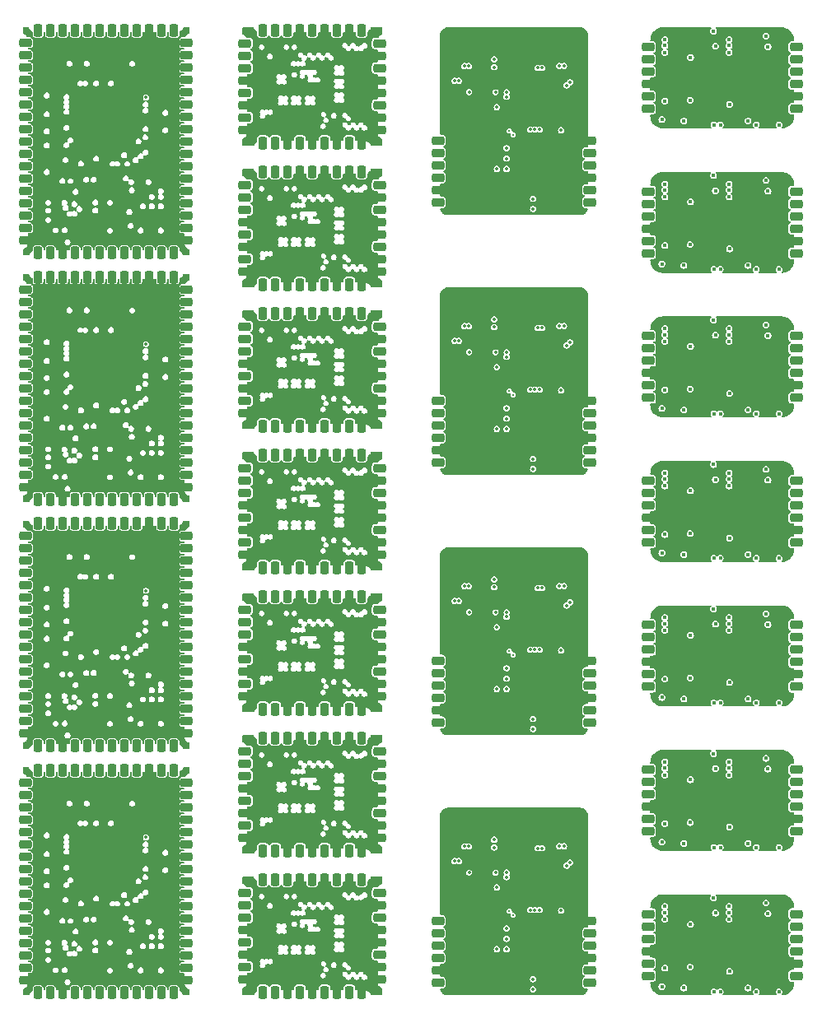
<source format=gbr>
%TF.GenerationSoftware,KiCad,Pcbnew,8.0.4*%
%TF.CreationDate,2024-12-12T20:15:34+01:00*%
%TF.ProjectId,Combined_Module_Panel,436f6d62-696e-4656-945f-4d6f64756c65,rev?*%
%TF.SameCoordinates,Original*%
%TF.FileFunction,Copper,L2,Inr*%
%TF.FilePolarity,Positive*%
%FSLAX46Y46*%
G04 Gerber Fmt 4.6, Leading zero omitted, Abs format (unit mm)*
G04 Created by KiCad (PCBNEW 8.0.4) date 2024-12-12 20:15:34*
%MOMM*%
%LPD*%
G01*
G04 APERTURE LIST*
G04 Aperture macros list*
%AMRoundRect*
0 Rectangle with rounded corners*
0 $1 Rounding radius*
0 $2 $3 $4 $5 $6 $7 $8 $9 X,Y pos of 4 corners*
0 Add a 4 corners polygon primitive as box body*
4,1,4,$2,$3,$4,$5,$6,$7,$8,$9,$2,$3,0*
0 Add four circle primitives for the rounded corners*
1,1,$1+$1,$2,$3*
1,1,$1+$1,$4,$5*
1,1,$1+$1,$6,$7*
1,1,$1+$1,$8,$9*
0 Add four rect primitives between the rounded corners*
20,1,$1+$1,$2,$3,$4,$5,0*
20,1,$1+$1,$4,$5,$6,$7,0*
20,1,$1+$1,$6,$7,$8,$9,0*
20,1,$1+$1,$8,$9,$2,$3,0*%
G04 Aperture macros list end*
%TA.AperFunction,HeatsinkPad*%
%ADD10C,0.400000*%
%TD*%
%TA.AperFunction,CastellatedPad*%
%ADD11RoundRect,0.225000X0.415000X-0.225000X0.415000X0.225000X-0.415000X0.225000X-0.415000X-0.225000X0*%
%TD*%
%TA.AperFunction,CastellatedPad*%
%ADD12RoundRect,0.225000X-0.415000X0.225000X-0.415000X-0.225000X0.415000X-0.225000X0.415000X0.225000X0*%
%TD*%
%TA.AperFunction,CastellatedPad*%
%ADD13RoundRect,0.225000X0.225000X0.415000X-0.225000X0.415000X-0.225000X-0.415000X0.225000X-0.415000X0*%
%TD*%
%TA.AperFunction,CastellatedPad*%
%ADD14RoundRect,0.225000X-0.225000X-0.415000X0.225000X-0.415000X0.225000X0.415000X-0.225000X0.415000X0*%
%TD*%
%TA.AperFunction,ViaPad*%
%ADD15C,0.350000*%
%TD*%
%TA.AperFunction,ViaPad*%
%ADD16C,0.250000*%
%TD*%
%TA.AperFunction,ViaPad*%
%ADD17C,0.400000*%
%TD*%
G04 APERTURE END LIST*
D10*
%TO.N,N/C*%
%TO.C,U3*%
X139915581Y-133861103D03*
X139915581Y-135761103D03*
%TD*%
%TO.N,N/C*%
%TO.C,U6*%
X145901303Y-137403742D03*
X146851303Y-137978742D03*
X144951303Y-137978742D03*
X145901303Y-138553742D03*
%TD*%
D11*
%TO.N,N/C*%
%TO.C,J13*%
X151054162Y-137696703D03*
X151054162Y-138966703D03*
X151054162Y-140236703D03*
X151054162Y-141506703D03*
X151054162Y-142776703D03*
X151054162Y-144046703D03*
X135446000Y-144046703D03*
X135446000Y-142776703D03*
X135446000Y-141506703D03*
X135446000Y-140236703D03*
X135446000Y-138966703D03*
X135446000Y-137696703D03*
%TD*%
D10*
%TO.N,N/C*%
%TO.C,U3*%
X139915581Y-107090722D03*
X139915581Y-108990722D03*
%TD*%
%TO.N,N/C*%
%TO.C,U6*%
X145901303Y-110633361D03*
X146851303Y-111208361D03*
X144951303Y-111208361D03*
X145901303Y-111783361D03*
%TD*%
D11*
%TO.N,N/C*%
%TO.C,J13*%
X151054162Y-110926322D03*
X151054162Y-112196322D03*
X151054162Y-113466322D03*
X151054162Y-114736322D03*
X151054162Y-116006322D03*
X151054162Y-117276322D03*
X135446000Y-117276322D03*
X135446000Y-116006322D03*
X135446000Y-114736322D03*
X135446000Y-113466322D03*
X135446000Y-112196322D03*
X135446000Y-110926322D03*
%TD*%
D10*
%TO.N,N/C*%
%TO.C,U3*%
X139915581Y-80337722D03*
X139915581Y-82237722D03*
%TD*%
%TO.N,N/C*%
%TO.C,U6*%
X145901303Y-83880361D03*
X146851303Y-84455361D03*
X144951303Y-84455361D03*
X145901303Y-85030361D03*
%TD*%
D11*
%TO.N,N/C*%
%TO.C,J13*%
X151054162Y-84173322D03*
X151054162Y-85443322D03*
X151054162Y-86713322D03*
X151054162Y-87983322D03*
X151054162Y-89253322D03*
X151054162Y-90523322D03*
X135446000Y-90523322D03*
X135446000Y-89253322D03*
X135446000Y-87983322D03*
X135446000Y-86713322D03*
X135446000Y-85443322D03*
X135446000Y-84173322D03*
%TD*%
D12*
%TO.N,N/C*%
%TO.C,J9*%
X172254162Y-128485833D03*
X172254162Y-127215833D03*
X172254162Y-125945833D03*
X172254162Y-124675833D03*
X172254162Y-123405833D03*
X172254162Y-122135833D03*
X157054162Y-122135833D03*
X157054162Y-123405833D03*
X157054162Y-124675833D03*
X157054162Y-125945833D03*
X157054162Y-127215833D03*
X157054162Y-128485833D03*
%TD*%
%TO.N,N/C*%
%TO.C,J8*%
X93065000Y-98106000D03*
X93065000Y-99376000D03*
X93065000Y-100646000D03*
X93065000Y-101916000D03*
X93065000Y-103186000D03*
X93065000Y-104456000D03*
X93065000Y-105726000D03*
X93065000Y-106996000D03*
D11*
X93065000Y-108266000D03*
X93065000Y-109536000D03*
X93065000Y-110806000D03*
X93065000Y-112076000D03*
X93065000Y-113346000D03*
X93065000Y-114616000D03*
X93065000Y-115886000D03*
X93065000Y-117156000D03*
X93065000Y-118426000D03*
D13*
X94335000Y-119696000D03*
X95605000Y-119696000D03*
X96875000Y-119696000D03*
X98145000Y-119696000D03*
X99415000Y-119696000D03*
X100685000Y-119696000D03*
D14*
X101955000Y-119696000D03*
X103225000Y-119696000D03*
X104495000Y-119696000D03*
X105765000Y-119696000D03*
X107035000Y-119696000D03*
X108305000Y-119696000D03*
D12*
X109575000Y-118426000D03*
X109575000Y-117156000D03*
X109575000Y-115886000D03*
X109575000Y-114616000D03*
X109575000Y-113346000D03*
X109575000Y-112076000D03*
X109575000Y-110806000D03*
X109575000Y-109536000D03*
X109575000Y-108266000D03*
X109575000Y-106996000D03*
X109575000Y-105726000D03*
X109575000Y-104456000D03*
D11*
X109575000Y-103186000D03*
X109575000Y-101916000D03*
X109575000Y-100646000D03*
X109575000Y-99376000D03*
X109575000Y-98106000D03*
D14*
X108305000Y-96836000D03*
X107035000Y-96836000D03*
X105765000Y-96836000D03*
X104495000Y-96836000D03*
X103225000Y-96836000D03*
D13*
X101955000Y-96836000D03*
X100685000Y-96836000D03*
X99415000Y-96836000D03*
X98145000Y-96836000D03*
X96875000Y-96836000D03*
X95605000Y-96836000D03*
X94335000Y-96836000D03*
%TD*%
D12*
%TO.N,N/C*%
%TO.C,J8*%
X93065000Y-47364000D03*
X93065000Y-48634000D03*
X93065000Y-49904000D03*
X93065000Y-51174000D03*
X93065000Y-52444000D03*
X93065000Y-53714000D03*
X93065000Y-54984000D03*
X93065000Y-56254000D03*
D11*
X93065000Y-57524000D03*
X93065000Y-58794000D03*
X93065000Y-60064000D03*
X93065000Y-61334000D03*
X93065000Y-62604000D03*
X93065000Y-63874000D03*
X93065000Y-65144000D03*
X93065000Y-66414000D03*
X93065000Y-67684000D03*
D13*
X94335000Y-68954000D03*
X95605000Y-68954000D03*
X96875000Y-68954000D03*
X98145000Y-68954000D03*
X99415000Y-68954000D03*
X100685000Y-68954000D03*
D14*
X101955000Y-68954000D03*
X103225000Y-68954000D03*
X104495000Y-68954000D03*
X105765000Y-68954000D03*
X107035000Y-68954000D03*
X108305000Y-68954000D03*
D12*
X109575000Y-67684000D03*
X109575000Y-66414000D03*
X109575000Y-65144000D03*
X109575000Y-63874000D03*
X109575000Y-62604000D03*
X109575000Y-61334000D03*
X109575000Y-60064000D03*
X109575000Y-58794000D03*
X109575000Y-57524000D03*
X109575000Y-56254000D03*
X109575000Y-54984000D03*
X109575000Y-53714000D03*
D11*
X109575000Y-52444000D03*
X109575000Y-51174000D03*
X109575000Y-49904000D03*
X109575000Y-48634000D03*
X109575000Y-47364000D03*
D14*
X108305000Y-46094000D03*
X107035000Y-46094000D03*
X105765000Y-46094000D03*
X104495000Y-46094000D03*
X103225000Y-46094000D03*
D13*
X101955000Y-46094000D03*
X100685000Y-46094000D03*
X99415000Y-46094000D03*
X98145000Y-46094000D03*
X96875000Y-46094000D03*
X95605000Y-46094000D03*
X94335000Y-46094000D03*
%TD*%
D12*
%TO.N,N/C*%
%TO.C,J1*%
X115585500Y-105689400D03*
X115585500Y-106959400D03*
X115585500Y-108229400D03*
X115585500Y-109499400D03*
X115585500Y-110769400D03*
X115585500Y-112039400D03*
X115585500Y-113309400D03*
X115585500Y-114579400D03*
D13*
X117430500Y-115934400D03*
X118700500Y-115934400D03*
X119970500Y-115934400D03*
X121240500Y-115934400D03*
X122510500Y-115934400D03*
X123780500Y-115934400D03*
X125050500Y-115934400D03*
X126320500Y-115934400D03*
X127590500Y-115934400D03*
D12*
X129435500Y-114579400D03*
X129435500Y-113309400D03*
X129435500Y-112039400D03*
X129435500Y-110769400D03*
X129435500Y-109499400D03*
X129435500Y-108229400D03*
X129435500Y-106959400D03*
X129435500Y-105689400D03*
D13*
X127590500Y-104334400D03*
X126320500Y-104334400D03*
X125050500Y-104334400D03*
X123780500Y-104334400D03*
X122510500Y-104334400D03*
X121240500Y-104334400D03*
X119970500Y-104334400D03*
X118700500Y-104334400D03*
X117430500Y-104334400D03*
%TD*%
D12*
%TO.N,N/C*%
%TO.C,J9*%
X172254162Y-98755833D03*
X172254162Y-97485833D03*
X172254162Y-96215833D03*
X172254162Y-94945833D03*
X172254162Y-93675833D03*
X172254162Y-92405833D03*
X157054162Y-92405833D03*
X157054162Y-93675833D03*
X157054162Y-94945833D03*
X157054162Y-96215833D03*
X157054162Y-97485833D03*
X157054162Y-98755833D03*
%TD*%
%TO.N,N/C*%
%TO.C,J9*%
X172254162Y-83890833D03*
X172254162Y-82620833D03*
X172254162Y-81350833D03*
X172254162Y-80080833D03*
X172254162Y-78810833D03*
X172254162Y-77540833D03*
X157054162Y-77540833D03*
X157054162Y-78810833D03*
X157054162Y-80080833D03*
X157054162Y-81350833D03*
X157054162Y-82620833D03*
X157054162Y-83890833D03*
%TD*%
%TO.N,N/C*%
%TO.C,J9*%
X172254162Y-143349833D03*
X172254162Y-142079833D03*
X172254162Y-140809833D03*
X172254162Y-139539833D03*
X172254162Y-138269833D03*
X172254162Y-136999833D03*
X157054162Y-136999833D03*
X157054162Y-138269833D03*
X157054162Y-139539833D03*
X157054162Y-140809833D03*
X157054162Y-142079833D03*
X157054162Y-143349833D03*
%TD*%
%TO.N,N/C*%
%TO.C,J9*%
X172254162Y-69025833D03*
X172254162Y-67755833D03*
X172254162Y-66485833D03*
X172254162Y-65215833D03*
X172254162Y-63945833D03*
X172254162Y-62675833D03*
X157054162Y-62675833D03*
X157054162Y-63945833D03*
X157054162Y-65215833D03*
X157054162Y-66485833D03*
X157054162Y-67755833D03*
X157054162Y-69025833D03*
%TD*%
%TO.N,N/C*%
%TO.C,J1*%
X115585500Y-134813600D03*
X115585500Y-136083600D03*
X115585500Y-137353600D03*
X115585500Y-138623600D03*
X115585500Y-139893600D03*
X115585500Y-141163600D03*
X115585500Y-142433600D03*
X115585500Y-143703600D03*
D13*
X117430500Y-145058600D03*
X118700500Y-145058600D03*
X119970500Y-145058600D03*
X121240500Y-145058600D03*
X122510500Y-145058600D03*
X123780500Y-145058600D03*
X125050500Y-145058600D03*
X126320500Y-145058600D03*
X127590500Y-145058600D03*
D12*
X129435500Y-143703600D03*
X129435500Y-142433600D03*
X129435500Y-141163600D03*
X129435500Y-139893600D03*
X129435500Y-138623600D03*
X129435500Y-137353600D03*
X129435500Y-136083600D03*
X129435500Y-134813600D03*
D13*
X127590500Y-133458600D03*
X126320500Y-133458600D03*
X125050500Y-133458600D03*
X123780500Y-133458600D03*
X122510500Y-133458600D03*
X121240500Y-133458600D03*
X119970500Y-133458600D03*
X118700500Y-133458600D03*
X117430500Y-133458600D03*
%TD*%
D12*
%TO.N,N/C*%
%TO.C,J1*%
X115585500Y-91127300D03*
X115585500Y-92397300D03*
X115585500Y-93667300D03*
X115585500Y-94937300D03*
X115585500Y-96207300D03*
X115585500Y-97477300D03*
X115585500Y-98747300D03*
X115585500Y-100017300D03*
D13*
X117430500Y-101372300D03*
X118700500Y-101372300D03*
X119970500Y-101372300D03*
X121240500Y-101372300D03*
X122510500Y-101372300D03*
X123780500Y-101372300D03*
X125050500Y-101372300D03*
X126320500Y-101372300D03*
X127590500Y-101372300D03*
D12*
X129435500Y-100017300D03*
X129435500Y-98747300D03*
X129435500Y-97477300D03*
X129435500Y-96207300D03*
X129435500Y-94937300D03*
X129435500Y-93667300D03*
X129435500Y-92397300D03*
X129435500Y-91127300D03*
D13*
X127590500Y-89772300D03*
X126320500Y-89772300D03*
X125050500Y-89772300D03*
X123780500Y-89772300D03*
X122510500Y-89772300D03*
X121240500Y-89772300D03*
X119970500Y-89772300D03*
X118700500Y-89772300D03*
X117430500Y-89772300D03*
%TD*%
D12*
%TO.N,N/C*%
%TO.C,J8*%
X93065000Y-123477000D03*
X93065000Y-124747000D03*
X93065000Y-126017000D03*
X93065000Y-127287000D03*
X93065000Y-128557000D03*
X93065000Y-129827000D03*
X93065000Y-131097000D03*
X93065000Y-132367000D03*
D11*
X93065000Y-133637000D03*
X93065000Y-134907000D03*
X93065000Y-136177000D03*
X93065000Y-137447000D03*
X93065000Y-138717000D03*
X93065000Y-139987000D03*
X93065000Y-141257000D03*
X93065000Y-142527000D03*
X93065000Y-143797000D03*
D13*
X94335000Y-145067000D03*
X95605000Y-145067000D03*
X96875000Y-145067000D03*
X98145000Y-145067000D03*
X99415000Y-145067000D03*
X100685000Y-145067000D03*
D14*
X101955000Y-145067000D03*
X103225000Y-145067000D03*
X104495000Y-145067000D03*
X105765000Y-145067000D03*
X107035000Y-145067000D03*
X108305000Y-145067000D03*
D12*
X109575000Y-143797000D03*
X109575000Y-142527000D03*
X109575000Y-141257000D03*
X109575000Y-139987000D03*
X109575000Y-138717000D03*
X109575000Y-137447000D03*
X109575000Y-136177000D03*
X109575000Y-134907000D03*
X109575000Y-133637000D03*
X109575000Y-132367000D03*
X109575000Y-131097000D03*
X109575000Y-129827000D03*
D11*
X109575000Y-128557000D03*
X109575000Y-127287000D03*
X109575000Y-126017000D03*
X109575000Y-124747000D03*
X109575000Y-123477000D03*
D14*
X108305000Y-122207000D03*
X107035000Y-122207000D03*
X105765000Y-122207000D03*
X104495000Y-122207000D03*
X103225000Y-122207000D03*
D13*
X101955000Y-122207000D03*
X100685000Y-122207000D03*
X99415000Y-122207000D03*
X98145000Y-122207000D03*
X96875000Y-122207000D03*
X95605000Y-122207000D03*
X94335000Y-122207000D03*
%TD*%
D12*
%TO.N,N/C*%
%TO.C,J1*%
X115585500Y-120251500D03*
X115585500Y-121521500D03*
X115585500Y-122791500D03*
X115585500Y-124061500D03*
X115585500Y-125331500D03*
X115585500Y-126601500D03*
X115585500Y-127871500D03*
X115585500Y-129141500D03*
D13*
X117430500Y-130496500D03*
X118700500Y-130496500D03*
X119970500Y-130496500D03*
X121240500Y-130496500D03*
X122510500Y-130496500D03*
X123780500Y-130496500D03*
X125050500Y-130496500D03*
X126320500Y-130496500D03*
X127590500Y-130496500D03*
D12*
X129435500Y-129141500D03*
X129435500Y-127871500D03*
X129435500Y-126601500D03*
X129435500Y-125331500D03*
X129435500Y-124061500D03*
X129435500Y-122791500D03*
X129435500Y-121521500D03*
X129435500Y-120251500D03*
D13*
X127590500Y-118896500D03*
X126320500Y-118896500D03*
X125050500Y-118896500D03*
X123780500Y-118896500D03*
X122510500Y-118896500D03*
X121240500Y-118896500D03*
X119970500Y-118896500D03*
X118700500Y-118896500D03*
X117430500Y-118896500D03*
%TD*%
D12*
%TO.N,N/C*%
%TO.C,J1*%
X115585500Y-62003100D03*
X115585500Y-63273100D03*
X115585500Y-64543100D03*
X115585500Y-65813100D03*
X115585500Y-67083100D03*
X115585500Y-68353100D03*
X115585500Y-69623100D03*
X115585500Y-70893100D03*
D13*
X117430500Y-72248100D03*
X118700500Y-72248100D03*
X119970500Y-72248100D03*
X121240500Y-72248100D03*
X122510500Y-72248100D03*
X123780500Y-72248100D03*
X125050500Y-72248100D03*
X126320500Y-72248100D03*
X127590500Y-72248100D03*
D12*
X129435500Y-70893100D03*
X129435500Y-69623100D03*
X129435500Y-68353100D03*
X129435500Y-67083100D03*
X129435500Y-65813100D03*
X129435500Y-64543100D03*
X129435500Y-63273100D03*
X129435500Y-62003100D03*
D13*
X127590500Y-60648100D03*
X126320500Y-60648100D03*
X125050500Y-60648100D03*
X123780500Y-60648100D03*
X122510500Y-60648100D03*
X121240500Y-60648100D03*
X119970500Y-60648100D03*
X118700500Y-60648100D03*
X117430500Y-60648100D03*
%TD*%
D12*
%TO.N,N/C*%
%TO.C,J8*%
X93065000Y-72735000D03*
X93065000Y-74005000D03*
X93065000Y-75275000D03*
X93065000Y-76545000D03*
X93065000Y-77815000D03*
X93065000Y-79085000D03*
X93065000Y-80355000D03*
X93065000Y-81625000D03*
D11*
X93065000Y-82895000D03*
X93065000Y-84165000D03*
X93065000Y-85435000D03*
X93065000Y-86705000D03*
X93065000Y-87975000D03*
X93065000Y-89245000D03*
X93065000Y-90515000D03*
X93065000Y-91785000D03*
X93065000Y-93055000D03*
D13*
X94335000Y-94325000D03*
X95605000Y-94325000D03*
X96875000Y-94325000D03*
X98145000Y-94325000D03*
X99415000Y-94325000D03*
X100685000Y-94325000D03*
D14*
X101955000Y-94325000D03*
X103225000Y-94325000D03*
X104495000Y-94325000D03*
X105765000Y-94325000D03*
X107035000Y-94325000D03*
X108305000Y-94325000D03*
D12*
X109575000Y-93055000D03*
X109575000Y-91785000D03*
X109575000Y-90515000D03*
X109575000Y-89245000D03*
X109575000Y-87975000D03*
X109575000Y-86705000D03*
X109575000Y-85435000D03*
X109575000Y-84165000D03*
X109575000Y-82895000D03*
X109575000Y-81625000D03*
X109575000Y-80355000D03*
X109575000Y-79085000D03*
D11*
X109575000Y-77815000D03*
X109575000Y-76545000D03*
X109575000Y-75275000D03*
X109575000Y-74005000D03*
X109575000Y-72735000D03*
D14*
X108305000Y-71465000D03*
X107035000Y-71465000D03*
X105765000Y-71465000D03*
X104495000Y-71465000D03*
X103225000Y-71465000D03*
D13*
X101955000Y-71465000D03*
X100685000Y-71465000D03*
X99415000Y-71465000D03*
X98145000Y-71465000D03*
X96875000Y-71465000D03*
X95605000Y-71465000D03*
X94335000Y-71465000D03*
%TD*%
D12*
%TO.N,N/C*%
%TO.C,J1*%
X115585500Y-76565200D03*
X115585500Y-77835200D03*
X115585500Y-79105200D03*
X115585500Y-80375200D03*
X115585500Y-81645200D03*
X115585500Y-82915200D03*
X115585500Y-84185200D03*
X115585500Y-85455200D03*
D13*
X117430500Y-86810200D03*
X118700500Y-86810200D03*
X119970500Y-86810200D03*
X121240500Y-86810200D03*
X122510500Y-86810200D03*
X123780500Y-86810200D03*
X125050500Y-86810200D03*
X126320500Y-86810200D03*
X127590500Y-86810200D03*
D12*
X129435500Y-85455200D03*
X129435500Y-84185200D03*
X129435500Y-82915200D03*
X129435500Y-81645200D03*
X129435500Y-80375200D03*
X129435500Y-79105200D03*
X129435500Y-77835200D03*
X129435500Y-76565200D03*
D13*
X127590500Y-75210200D03*
X126320500Y-75210200D03*
X125050500Y-75210200D03*
X123780500Y-75210200D03*
X122510500Y-75210200D03*
X121240500Y-75210200D03*
X119970500Y-75210200D03*
X118700500Y-75210200D03*
X117430500Y-75210200D03*
%TD*%
D12*
%TO.N,N/C*%
%TO.C,J9*%
X172254162Y-113620833D03*
X172254162Y-112350833D03*
X172254162Y-111080833D03*
X172254162Y-109810833D03*
X172254162Y-108540833D03*
X172254162Y-107270833D03*
X157054162Y-107270833D03*
X157054162Y-108540833D03*
X157054162Y-109810833D03*
X157054162Y-111080833D03*
X157054162Y-112350833D03*
X157054162Y-113620833D03*
%TD*%
%TO.N,N/C*%
%TO.C,J9*%
X172254162Y-54160833D03*
X172254162Y-52890833D03*
X172254162Y-51620833D03*
X172254162Y-50350833D03*
X172254162Y-49080833D03*
X172254162Y-47810833D03*
X157054162Y-47810833D03*
X157054162Y-49080833D03*
X157054162Y-50350833D03*
X157054162Y-51620833D03*
X157054162Y-52890833D03*
X157054162Y-54160833D03*
%TD*%
%TO.N,N/C*%
%TO.C,J1*%
X115585500Y-47441000D03*
X115585500Y-48711000D03*
X115585500Y-49981000D03*
X115585500Y-51251000D03*
X115585500Y-52521000D03*
X115585500Y-53791000D03*
X115585500Y-55061000D03*
X115585500Y-56331000D03*
D13*
X117430500Y-57686000D03*
X118700500Y-57686000D03*
X119970500Y-57686000D03*
X121240500Y-57686000D03*
X122510500Y-57686000D03*
X123780500Y-57686000D03*
X125050500Y-57686000D03*
X126320500Y-57686000D03*
X127590500Y-57686000D03*
D12*
X129435500Y-56331000D03*
X129435500Y-55061000D03*
X129435500Y-53791000D03*
X129435500Y-52521000D03*
X129435500Y-51251000D03*
X129435500Y-49981000D03*
X129435500Y-48711000D03*
X129435500Y-47441000D03*
D13*
X127590500Y-46086000D03*
X126320500Y-46086000D03*
X125050500Y-46086000D03*
X123780500Y-46086000D03*
X122510500Y-46086000D03*
X121240500Y-46086000D03*
X119970500Y-46086000D03*
X118700500Y-46086000D03*
X117430500Y-46086000D03*
%TD*%
D11*
%TO.N,N/C*%
%TO.C,J13*%
X151054162Y-57420322D03*
X151054162Y-58690322D03*
X151054162Y-59960322D03*
X151054162Y-61230322D03*
X151054162Y-62500322D03*
X151054162Y-63770322D03*
X135446000Y-63770322D03*
X135446000Y-62500322D03*
X135446000Y-61230322D03*
X135446000Y-59960322D03*
X135446000Y-58690322D03*
X135446000Y-57420322D03*
%TD*%
D10*
%TO.N,N/C*%
%TO.C,U6*%
X145901303Y-57127361D03*
X146851303Y-57702361D03*
X144951303Y-57702361D03*
X145901303Y-58277361D03*
%TD*%
%TO.N,N/C*%
%TO.C,U3*%
X139915581Y-53584722D03*
X139915581Y-55484722D03*
%TD*%
D15*
%TO.N,*%
X141340581Y-132731103D03*
X146145581Y-130231103D03*
X142490581Y-138484581D03*
X145671632Y-130231103D03*
X141225581Y-129351103D03*
X142500581Y-132741103D03*
X141225581Y-130151103D03*
X140540581Y-140621381D03*
D16*
X142770581Y-136710342D03*
D15*
X142490581Y-140621381D03*
X149017665Y-131708210D03*
X148670380Y-132032279D03*
X142490581Y-139552981D03*
X141500581Y-134267703D03*
X137604907Y-131561103D03*
D16*
X143170581Y-137110342D03*
D15*
X141500581Y-140621381D03*
X145401303Y-136578742D03*
X143460581Y-144746381D03*
X145207503Y-143707781D03*
X136756000Y-127786431D03*
X147806000Y-126486431D03*
X144901303Y-136578742D03*
X139590581Y-132721103D03*
X149106000Y-126486431D03*
X148104503Y-136647381D03*
X142495581Y-133201103D03*
X150406000Y-135586431D03*
X145207503Y-135336103D03*
X147905581Y-130031103D03*
X145901303Y-136578742D03*
X138604907Y-130040088D03*
X138630581Y-132721103D03*
X148063781Y-143734103D03*
X148379530Y-130031103D03*
X145207503Y-144746381D03*
X138130958Y-130040088D03*
X136756000Y-142086431D03*
X139356000Y-127136431D03*
X138706000Y-127136431D03*
X136525581Y-138231103D03*
X140388581Y-126790703D03*
X137130958Y-130040088D03*
X138635581Y-142685981D03*
X138056000Y-128436431D03*
X146506000Y-127786431D03*
X147806000Y-127136431D03*
X148104503Y-142591103D03*
X136106000Y-131686431D03*
X143450581Y-139552981D03*
X150406000Y-131036431D03*
X137406000Y-144686431D03*
X136106000Y-127786431D03*
X146111581Y-126790703D03*
X150406000Y-134286431D03*
X146901303Y-136651103D03*
X137406000Y-127136431D03*
X136425581Y-136331103D03*
X147156000Y-127786431D03*
X150406000Y-134936431D03*
X149756000Y-142086431D03*
X147806000Y-127786431D03*
X147156000Y-127136431D03*
X136756000Y-142736431D03*
X136106000Y-132986431D03*
X141500581Y-139552981D03*
X137406000Y-127786431D03*
X136106000Y-128436431D03*
X138706000Y-126486431D03*
X150406000Y-136236431D03*
X149756000Y-138836431D03*
D16*
X143170581Y-142364581D03*
D15*
X136756000Y-143386431D03*
X143450581Y-138484581D03*
X145206000Y-127786431D03*
X136525581Y-140931103D03*
X150406000Y-129086431D03*
X148104503Y-141641981D03*
X136338581Y-126790703D03*
X148456000Y-127786431D03*
X136756000Y-132336431D03*
X138370581Y-144746381D03*
X136756000Y-144686431D03*
X136106000Y-130386431D03*
X149106000Y-142086431D03*
X149756000Y-127786431D03*
D16*
X142770581Y-137110342D03*
D15*
X137406000Y-143386431D03*
X150406000Y-128436431D03*
X149106000Y-127786431D03*
X136106000Y-129086431D03*
X145075581Y-130951103D03*
X150406000Y-130386431D03*
X148456000Y-127136431D03*
X140495581Y-129311103D03*
X148385581Y-135751103D03*
X149106000Y-141436431D03*
X137406000Y-126486431D03*
X149106000Y-140136431D03*
X146900958Y-130040088D03*
X136756000Y-132986431D03*
X150406000Y-129736431D03*
X149756000Y-128436431D03*
X137406000Y-128436431D03*
X138056000Y-127136431D03*
X149756000Y-129086431D03*
X140380581Y-132731103D03*
X136525581Y-139631103D03*
X138706000Y-127786431D03*
X149756000Y-129736431D03*
X137406000Y-129086431D03*
X136756000Y-128436431D03*
X143450581Y-140621381D03*
X139356000Y-126486431D03*
X148114581Y-144877103D03*
X145380581Y-132761103D03*
X149640005Y-132194216D03*
X147374907Y-130040088D03*
X148456000Y-126486431D03*
X138056000Y-127786431D03*
X140006000Y-144036431D03*
X150161581Y-126790703D03*
X145380581Y-133681103D03*
X149756000Y-143386431D03*
X149106000Y-127136431D03*
X149756000Y-144686431D03*
X149106000Y-140786431D03*
X138056000Y-126486431D03*
X148104503Y-140621381D03*
X137406000Y-142736431D03*
X138635581Y-137488381D03*
X149756000Y-140786431D03*
X136106000Y-131036431D03*
X147156000Y-126486431D03*
X149106000Y-144686431D03*
X136106000Y-132336431D03*
X137406000Y-132986431D03*
X143450581Y-143707781D03*
X137604907Y-130040088D03*
X136106000Y-129736431D03*
X149756000Y-141436431D03*
X148104503Y-139602781D03*
X143906000Y-137536431D03*
X137406000Y-132336431D03*
X150406000Y-127786431D03*
X143906000Y-142736431D03*
X145856000Y-127786431D03*
X136756000Y-129086431D03*
X139356000Y-127786431D03*
X137130958Y-131561103D03*
X141340581Y-105960722D03*
X146145581Y-103460722D03*
X142490581Y-111714200D03*
X145671632Y-103460722D03*
X141225581Y-102580722D03*
X142500581Y-105970722D03*
X141225581Y-103380722D03*
X140540581Y-113851000D03*
D16*
X142770581Y-109939961D03*
D15*
X142490581Y-113851000D03*
X149017665Y-104937829D03*
X148670380Y-105261898D03*
X142490581Y-112782600D03*
X141500581Y-107497322D03*
X137604907Y-104790722D03*
D16*
X143170581Y-110339961D03*
D15*
X141500581Y-113851000D03*
X145401303Y-109808361D03*
X143460581Y-117976000D03*
X145207503Y-116937400D03*
X136756000Y-101016050D03*
X147806000Y-99716050D03*
X144901303Y-109808361D03*
X139590581Y-105950722D03*
X149106000Y-99716050D03*
X148104503Y-109877000D03*
X142495581Y-106430722D03*
X150406000Y-108816050D03*
X145207503Y-108565722D03*
X147905581Y-103260722D03*
X145901303Y-109808361D03*
X138604907Y-103269707D03*
X138630581Y-105950722D03*
X148063781Y-116963722D03*
X148379530Y-103260722D03*
X145207503Y-117976000D03*
X138130958Y-103269707D03*
X136756000Y-115316050D03*
X139356000Y-100366050D03*
X138706000Y-100366050D03*
X136525581Y-111460722D03*
X140388581Y-100020322D03*
X137130958Y-103269707D03*
X138635581Y-115915600D03*
X138056000Y-101666050D03*
X146506000Y-101016050D03*
X147806000Y-100366050D03*
X148104503Y-115820722D03*
X136106000Y-104916050D03*
X143450581Y-112782600D03*
X150406000Y-104266050D03*
X137406000Y-117916050D03*
X136106000Y-101016050D03*
X146111581Y-100020322D03*
X150406000Y-107516050D03*
X146901303Y-109880722D03*
X137406000Y-100366050D03*
X136425581Y-109560722D03*
X147156000Y-101016050D03*
X150406000Y-108166050D03*
X149756000Y-115316050D03*
X147806000Y-101016050D03*
X147156000Y-100366050D03*
X136756000Y-115966050D03*
X136106000Y-106216050D03*
X141500581Y-112782600D03*
X137406000Y-101016050D03*
X136106000Y-101666050D03*
X138706000Y-99716050D03*
X150406000Y-109466050D03*
X149756000Y-112066050D03*
D16*
X143170581Y-115594200D03*
D15*
X136756000Y-116616050D03*
X143450581Y-111714200D03*
X145206000Y-101016050D03*
X136525581Y-114160722D03*
X150406000Y-102316050D03*
X148104503Y-114871600D03*
X136338581Y-100020322D03*
X148456000Y-101016050D03*
X136756000Y-105566050D03*
X138370581Y-117976000D03*
X136756000Y-117916050D03*
X136106000Y-103616050D03*
X149106000Y-115316050D03*
X149756000Y-101016050D03*
D16*
X142770581Y-110339961D03*
D15*
X137406000Y-116616050D03*
X150406000Y-101666050D03*
X149106000Y-101016050D03*
X136106000Y-102316050D03*
X145075581Y-104180722D03*
X150406000Y-103616050D03*
X148456000Y-100366050D03*
X140495581Y-102540722D03*
X148385581Y-108980722D03*
X149106000Y-114666050D03*
X137406000Y-99716050D03*
X149106000Y-113366050D03*
X146900958Y-103269707D03*
X136756000Y-106216050D03*
X150406000Y-102966050D03*
X149756000Y-101666050D03*
X137406000Y-101666050D03*
X138056000Y-100366050D03*
X149756000Y-102316050D03*
X140380581Y-105960722D03*
X136525581Y-112860722D03*
X138706000Y-101016050D03*
X149756000Y-102966050D03*
X137406000Y-102316050D03*
X136756000Y-101666050D03*
X143450581Y-113851000D03*
X139356000Y-99716050D03*
X148114581Y-118106722D03*
X145380581Y-105990722D03*
X149640005Y-105423835D03*
X147374907Y-103269707D03*
X148456000Y-99716050D03*
X138056000Y-101016050D03*
X140006000Y-117266050D03*
X150161581Y-100020322D03*
X145380581Y-106910722D03*
X149756000Y-116616050D03*
X149106000Y-100366050D03*
X149756000Y-117916050D03*
X149106000Y-114016050D03*
X138056000Y-99716050D03*
X148104503Y-113851000D03*
X137406000Y-115966050D03*
X138635581Y-110718000D03*
X149756000Y-114016050D03*
X136106000Y-104266050D03*
X147156000Y-99716050D03*
X149106000Y-117916050D03*
X136106000Y-105566050D03*
X137406000Y-106216050D03*
X143450581Y-116937400D03*
X137604907Y-103269707D03*
X136106000Y-102966050D03*
X149756000Y-114666050D03*
X148104503Y-112832400D03*
X143906000Y-110766050D03*
X137406000Y-105566050D03*
X150406000Y-101016050D03*
X143906000Y-115966050D03*
X145856000Y-101016050D03*
X136756000Y-102316050D03*
X139356000Y-101016050D03*
X137130958Y-104790722D03*
X141340581Y-79207722D03*
X146145581Y-76707722D03*
X142490581Y-84961200D03*
X145671632Y-76707722D03*
X141225581Y-75827722D03*
X142500581Y-79217722D03*
X141225581Y-76627722D03*
X140540581Y-87098000D03*
D16*
X142770581Y-83186961D03*
D15*
X142490581Y-87098000D03*
X149017665Y-78184829D03*
X148670380Y-78508898D03*
X142490581Y-86029600D03*
X141500581Y-80744322D03*
X137604907Y-78037722D03*
D16*
X143170581Y-83586961D03*
D15*
X141500581Y-87098000D03*
X145401303Y-83055361D03*
X143460581Y-91223000D03*
X145207503Y-90184400D03*
X136756000Y-74263050D03*
X147806000Y-72963050D03*
X144901303Y-83055361D03*
X139590581Y-79197722D03*
X149106000Y-72963050D03*
X148104503Y-83124000D03*
X142495581Y-79677722D03*
X150406000Y-82063050D03*
X145207503Y-81812722D03*
X147905581Y-76507722D03*
X145901303Y-83055361D03*
X138604907Y-76516707D03*
X138630581Y-79197722D03*
X148063781Y-90210722D03*
X148379530Y-76507722D03*
X145207503Y-91223000D03*
X138130958Y-76516707D03*
X136756000Y-88563050D03*
X139356000Y-73613050D03*
X138706000Y-73613050D03*
X136525581Y-84707722D03*
X140388581Y-73267322D03*
X137130958Y-76516707D03*
X138635581Y-89162600D03*
X138056000Y-74913050D03*
X146506000Y-74263050D03*
X147806000Y-73613050D03*
X148104503Y-89067722D03*
X136106000Y-78163050D03*
X143450581Y-86029600D03*
X150406000Y-77513050D03*
X137406000Y-91163050D03*
X136106000Y-74263050D03*
X146111581Y-73267322D03*
X150406000Y-80763050D03*
X146901303Y-83127722D03*
X137406000Y-73613050D03*
X136425581Y-82807722D03*
X147156000Y-74263050D03*
X150406000Y-81413050D03*
X149756000Y-88563050D03*
X147806000Y-74263050D03*
X147156000Y-73613050D03*
X136756000Y-89213050D03*
X136106000Y-79463050D03*
X141500581Y-86029600D03*
X137406000Y-74263050D03*
X136106000Y-74913050D03*
X138706000Y-72963050D03*
X150406000Y-82713050D03*
X149756000Y-85313050D03*
D16*
X143170581Y-88841200D03*
D15*
X136756000Y-89863050D03*
X143450581Y-84961200D03*
X145206000Y-74263050D03*
X136525581Y-87407722D03*
X150406000Y-75563050D03*
X148104503Y-88118600D03*
X136338581Y-73267322D03*
X148456000Y-74263050D03*
X136756000Y-78813050D03*
X138370581Y-91223000D03*
X136756000Y-91163050D03*
X136106000Y-76863050D03*
X149106000Y-88563050D03*
X149756000Y-74263050D03*
D16*
X142770581Y-83586961D03*
D15*
X137406000Y-89863050D03*
X150406000Y-74913050D03*
X149106000Y-74263050D03*
X136106000Y-75563050D03*
X145075581Y-77427722D03*
X150406000Y-76863050D03*
X148456000Y-73613050D03*
X140495581Y-75787722D03*
X148385581Y-82227722D03*
X149106000Y-87913050D03*
X137406000Y-72963050D03*
X149106000Y-86613050D03*
X146900958Y-76516707D03*
X136756000Y-79463050D03*
X150406000Y-76213050D03*
X149756000Y-74913050D03*
X137406000Y-74913050D03*
X138056000Y-73613050D03*
X149756000Y-75563050D03*
X140380581Y-79207722D03*
X136525581Y-86107722D03*
X138706000Y-74263050D03*
X149756000Y-76213050D03*
X137406000Y-75563050D03*
X136756000Y-74913050D03*
X143450581Y-87098000D03*
X139356000Y-72963050D03*
X148114581Y-91353722D03*
X145380581Y-79237722D03*
X149640005Y-78670835D03*
X147374907Y-76516707D03*
X148456000Y-72963050D03*
X138056000Y-74263050D03*
X140006000Y-90513050D03*
X150161581Y-73267322D03*
X145380581Y-80157722D03*
X149756000Y-89863050D03*
X149106000Y-73613050D03*
X149756000Y-91163050D03*
X149106000Y-87263050D03*
X138056000Y-72963050D03*
X148104503Y-87098000D03*
X137406000Y-89213050D03*
X138635581Y-83965000D03*
X149756000Y-87263050D03*
X136106000Y-77513050D03*
X147156000Y-72963050D03*
X149106000Y-91163050D03*
X136106000Y-78813050D03*
X137406000Y-79463050D03*
X143450581Y-90184400D03*
X137604907Y-76516707D03*
X136106000Y-76213050D03*
X149756000Y-87913050D03*
X148104503Y-86079400D03*
X143906000Y-84013050D03*
X137406000Y-78813050D03*
X150406000Y-74263050D03*
X143906000Y-89213050D03*
X145856000Y-74263050D03*
X136756000Y-75563050D03*
X139356000Y-74263050D03*
X137130958Y-78037722D03*
X101955000Y-54984000D03*
X103098000Y-47491000D03*
X108691000Y-117796000D03*
D16*
X121498000Y-124009000D03*
X119798000Y-127959000D03*
D15*
X103352000Y-49904000D03*
X106601000Y-67404000D03*
D17*
X164454162Y-115273333D03*
X162854162Y-95580833D03*
D16*
X120598000Y-69710600D03*
D17*
X168504162Y-50985833D03*
D16*
X121148000Y-83772700D03*
D15*
X108671000Y-89845000D03*
D16*
X120598000Y-83772700D03*
D15*
X101301000Y-112996000D03*
X101955000Y-57524000D03*
X98231750Y-77435000D03*
D17*
X161820828Y-109445833D03*
D15*
X104876000Y-129065000D03*
X104876000Y-83911000D03*
X107035000Y-128684000D03*
D17*
X160787495Y-140174833D03*
D15*
X97551000Y-102800750D03*
X106527000Y-73243000D03*
D16*
X117485500Y-138208600D03*
D15*
X107121000Y-110206000D03*
D17*
X160787495Y-124310833D03*
D15*
X103225000Y-131097000D03*
D17*
X158754162Y-68228333D03*
D15*
X105901000Y-87915000D03*
X95200261Y-129861888D03*
X103225000Y-104456000D03*
X98625000Y-61588000D03*
X95200261Y-79119888D03*
D17*
X163954162Y-62578333D03*
D15*
X98018000Y-107758000D03*
X108731000Y-100036000D03*
D17*
X165354162Y-62528333D03*
X157954162Y-61553333D03*
D16*
X118323000Y-77097700D03*
X118423000Y-82522700D03*
D17*
X166437496Y-49985833D03*
D15*
X97764000Y-78577000D03*
X101955000Y-56254000D03*
X104876000Y-104456000D03*
D16*
X118123000Y-53048500D03*
D15*
X107416000Y-53615000D03*
D17*
X158754162Y-127688333D03*
X163954162Y-47713333D03*
D15*
X101955000Y-53714000D03*
X97764000Y-129827000D03*
X101301000Y-62254000D03*
X98018000Y-57016000D03*
X95200261Y-104490888D03*
D17*
X169537496Y-81715833D03*
D16*
X121148000Y-84272700D03*
D17*
X169537496Y-65850833D03*
X158754162Y-121363330D03*
D16*
X118323000Y-106221900D03*
D15*
X97764000Y-53714000D03*
X98653000Y-110044000D03*
D17*
X163754162Y-120488333D03*
X168504162Y-139174833D03*
X160787495Y-49985833D03*
D15*
X103352000Y-100646000D03*
D17*
X168504162Y-96580833D03*
D15*
X103098000Y-98233000D03*
D16*
X117485500Y-123646500D03*
D15*
X103225000Y-132367000D03*
X105901000Y-138657000D03*
X102209000Y-84673000D03*
D16*
X118423000Y-126209000D03*
D17*
X161404162Y-93458333D03*
X158754162Y-107823333D03*
X159754162Y-139174833D03*
D15*
X102844000Y-75275000D03*
D17*
X168154162Y-130138333D03*
D15*
X105409400Y-103744800D03*
D17*
X168154162Y-55813333D03*
D15*
X94531000Y-57824000D03*
D17*
X160787495Y-110445833D03*
X159754162Y-50985833D03*
X167304162Y-85143333D03*
D16*
X118398000Y-137221100D03*
D15*
X102691669Y-117421000D03*
X108741000Y-127917000D03*
X94843000Y-125128000D03*
D17*
X169537496Y-125310833D03*
D16*
X119248000Y-113396900D03*
D15*
X104876000Y-78323000D03*
X103352000Y-75275000D03*
X95101000Y-113006000D03*
D17*
X160787495Y-79715833D03*
D15*
X102691669Y-66679000D03*
D17*
X162854162Y-64850833D03*
D15*
X103501000Y-138842000D03*
D17*
X161820828Y-139174833D03*
D15*
X98912500Y-128161250D03*
D17*
X168504162Y-66850833D03*
D15*
X108731000Y-49294000D03*
D17*
X170504162Y-85543333D03*
D15*
X104876000Y-54349000D03*
D17*
X164454162Y-145002333D03*
D15*
X94843000Y-47237000D03*
X100274000Y-128156000D03*
D17*
X161820828Y-96580833D03*
D15*
X105087000Y-88592000D03*
D16*
X121498000Y-138571100D03*
D15*
X105003000Y-125636000D03*
X105384000Y-131859000D03*
X106601000Y-143517000D03*
D17*
X164454162Y-100408333D03*
D15*
X101955000Y-82895000D03*
X106937000Y-91090000D03*
X94843000Y-99757000D03*
D16*
X121148000Y-127959000D03*
X117485500Y-65948100D03*
D17*
X165354162Y-136227330D03*
D15*
X108671000Y-64474000D03*
X104876000Y-58540000D03*
D17*
X167470829Y-95580833D03*
D15*
X105384000Y-55746000D03*
D16*
X119248000Y-142521100D03*
D15*
X96911000Y-73965000D03*
X108641000Y-116626000D03*
D17*
X167304162Y-100008333D03*
D15*
X106121000Y-111206000D03*
D17*
X169537496Y-110445833D03*
D15*
X99415000Y-131097000D03*
D17*
X162854162Y-139174833D03*
D16*
X118123000Y-140421100D03*
D15*
X104876000Y-112457000D03*
D17*
X164554162Y-61028333D03*
X170504162Y-130138333D03*
X162854162Y-80715833D03*
D15*
X95224000Y-77208000D03*
X97891000Y-56127000D03*
D17*
X165404162Y-113173333D03*
D15*
X101955000Y-108266000D03*
X102209000Y-110044000D03*
X108741000Y-51804000D03*
D17*
X158754162Y-47038330D03*
X167304162Y-55413333D03*
D15*
X100685000Y-131097000D03*
X104876000Y-137828000D03*
D17*
X158754162Y-106498330D03*
D16*
X117485500Y-80510200D03*
D15*
X95877000Y-86959000D03*
D16*
X121498000Y-109446900D03*
D17*
X161354162Y-112723333D03*
D15*
X105003000Y-49523000D03*
X101955000Y-79085000D03*
D17*
X169154162Y-76393333D03*
D15*
X97891000Y-57905000D03*
X97571000Y-51554000D03*
X108559000Y-107504000D03*
D16*
X120598000Y-54648500D03*
D17*
X158754162Y-61903330D03*
X161354162Y-53263333D03*
X169537496Y-111445833D03*
X163804162Y-145002333D03*
X162854162Y-111445833D03*
D15*
X99415000Y-81625000D03*
D17*
X159754162Y-80715833D03*
D15*
X101031000Y-72545000D03*
D16*
X118123000Y-111296900D03*
X121148000Y-142021100D03*
D15*
X108601000Y-139257000D03*
X97129000Y-134526000D03*
D17*
X166437496Y-124310833D03*
D15*
X106527000Y-47872000D03*
X97764000Y-130335000D03*
D17*
X168504162Y-111445833D03*
D15*
X102691669Y-92050000D03*
X97764000Y-54222000D03*
D17*
X163954162Y-92308333D03*
D16*
X117485500Y-79960200D03*
D17*
X169354162Y-77493333D03*
D15*
X95441000Y-66764000D03*
X108559000Y-56762000D03*
D17*
X168154162Y-70678333D03*
X159754162Y-64850833D03*
D16*
X118398000Y-78972700D03*
D17*
X165354162Y-92958333D03*
D15*
X108691000Y-67054000D03*
D17*
X163954162Y-77443333D03*
X165354162Y-91633330D03*
D15*
X97764000Y-79085000D03*
X97129000Y-58413000D03*
D17*
X160787495Y-139174833D03*
X165354162Y-78093333D03*
D16*
X117963000Y-135036100D03*
D15*
X106654000Y-137828000D03*
D16*
X119248000Y-98834800D03*
D15*
X101301000Y-138367000D03*
D17*
X160704162Y-144602333D03*
D15*
X94843000Y-126906000D03*
D16*
X119798000Y-55148500D03*
D15*
X100685000Y-53714000D03*
D17*
X159754162Y-96580833D03*
D16*
X119798000Y-112896900D03*
D15*
X107162000Y-48507000D03*
D17*
X168504162Y-141174833D03*
D15*
X103225000Y-56254000D03*
D17*
X163754162Y-90758333D03*
X157954162Y-76418333D03*
D15*
X107416000Y-129728000D03*
D17*
X167470829Y-109445833D03*
D15*
X107416000Y-78986000D03*
X97764000Y-104964000D03*
D17*
X158754162Y-142552333D03*
D16*
X121898000Y-79922700D03*
D15*
X98625000Y-137701000D03*
D17*
X165354162Y-122688333D03*
D16*
X117985500Y-95072300D03*
D17*
X158754162Y-76768330D03*
X163954162Y-136902333D03*
X162854162Y-124310833D03*
X166437496Y-110445833D03*
X159754162Y-110445833D03*
D15*
X104751000Y-56924000D03*
D17*
X169537496Y-109445833D03*
D15*
X100276000Y-49523000D03*
X105384000Y-106488000D03*
D16*
X119798000Y-127459000D03*
D17*
X160787495Y-111445833D03*
X160704162Y-55413333D03*
D15*
X99028000Y-92050000D03*
D17*
X158454162Y-144452333D03*
X163804162Y-100408333D03*
D15*
X106441000Y-126677000D03*
X106937000Y-141832000D03*
D17*
X164454162Y-70678333D03*
X168504162Y-49985833D03*
D15*
X97764000Y-103948000D03*
X100685000Y-108266000D03*
X103225000Y-133637000D03*
D17*
X169537496Y-51985833D03*
D16*
X118123000Y-67610600D03*
D17*
X169537496Y-79715833D03*
D16*
X119798000Y-142521100D03*
X119798000Y-69710600D03*
D15*
X104876000Y-129827000D03*
X100251000Y-58829000D03*
D17*
X169537496Y-126310833D03*
X167470829Y-79715833D03*
X158754162Y-78093333D03*
D15*
X98231750Y-52064000D03*
D17*
X161820828Y-141174833D03*
X167470829Y-140174833D03*
X167470829Y-64850833D03*
X165404162Y-53713333D03*
X169154162Y-46663333D03*
D16*
X119248000Y-98334800D03*
D17*
X158454162Y-55263333D03*
D15*
X106654000Y-112457000D03*
D17*
X169537496Y-50985833D03*
X165354162Y-77393333D03*
X165354162Y-63228333D03*
X160704162Y-114873333D03*
X162854162Y-49985833D03*
D16*
X117963000Y-105911900D03*
X121148000Y-54648500D03*
X118398000Y-93534800D03*
X117985500Y-109084400D03*
D15*
X108601000Y-63144000D03*
X103352000Y-126017000D03*
D16*
X119798000Y-54648500D03*
X118398000Y-49848500D03*
X118323000Y-62535600D03*
D15*
X97571000Y-102296000D03*
D17*
X167470829Y-111445833D03*
D15*
X107162000Y-99249000D03*
X99415000Y-54984000D03*
D17*
X162854162Y-51985833D03*
X159754162Y-81715833D03*
D15*
X101031000Y-97916000D03*
D17*
X160787495Y-66850833D03*
D15*
X102844000Y-100646000D03*
D17*
X166437496Y-140174833D03*
D15*
X94531000Y-133937000D03*
X101955000Y-104456000D03*
D17*
X160787495Y-81715833D03*
D16*
X119798000Y-142021100D03*
D15*
X104876000Y-134653000D03*
D17*
X163954162Y-122038333D03*
X161404162Y-48863333D03*
X170504162Y-70678333D03*
D15*
X100251000Y-84200000D03*
D17*
X170504162Y-100408333D03*
D15*
X97891000Y-132240000D03*
D16*
X118123000Y-82172700D03*
D17*
X164454162Y-85543333D03*
D16*
X118123000Y-96734800D03*
D17*
X158754162Y-53363333D03*
D16*
X121148000Y-98334800D03*
D15*
X106527000Y-98614000D03*
D16*
X117485500Y-95072300D03*
D15*
X96041000Y-116106000D03*
D17*
X163804162Y-85543333D03*
D15*
X96041000Y-141477000D03*
X94843000Y-49015000D03*
D17*
X158454162Y-114723333D03*
X169537496Y-94580833D03*
D15*
X106937000Y-116461000D03*
D16*
X118323000Y-120784000D03*
D15*
X99415000Y-105726000D03*
D17*
X157954162Y-106148333D03*
D15*
X99415000Y-57524000D03*
X108641000Y-65884000D03*
D16*
X118123000Y-125859000D03*
D15*
X100276000Y-100265000D03*
X99415000Y-56254000D03*
X101301000Y-137817000D03*
X96261000Y-72865000D03*
D17*
X165404162Y-98308333D03*
X162854162Y-96580833D03*
X162854162Y-126310833D03*
X163754162Y-75893333D03*
D15*
X95224000Y-102579000D03*
X95101000Y-62264000D03*
X98231750Y-128177000D03*
D17*
X161820828Y-110445833D03*
X160787495Y-64850833D03*
D16*
X119798000Y-113396900D03*
D17*
X167470829Y-126310833D03*
D15*
X100685000Y-133637000D03*
X101828000Y-52063000D03*
X98498000Y-125636000D03*
D16*
X121498000Y-51198500D03*
D15*
X105003000Y-74894000D03*
X99841000Y-97926000D03*
X107162000Y-124620000D03*
X99415000Y-129827000D03*
X95224000Y-131605000D03*
D16*
X121498000Y-94884800D03*
D15*
X97520000Y-85191000D03*
X108601000Y-88515000D03*
D17*
X163754162Y-105623333D03*
D16*
X120598000Y-127959000D03*
D15*
X100685000Y-82895000D03*
D16*
X120598000Y-69210600D03*
D17*
X160787495Y-125310833D03*
D15*
X106441000Y-101306000D03*
X103225000Y-54984000D03*
X106121000Y-60464000D03*
X106121000Y-85835000D03*
X98912500Y-102790250D03*
D17*
X161820828Y-50985833D03*
D15*
X107121000Y-84835000D03*
X100685000Y-104456000D03*
D17*
X167470829Y-49985833D03*
D16*
X121148000Y-69210600D03*
X119798000Y-83772700D03*
D15*
X104726000Y-116496000D03*
X104726000Y-65754000D03*
D17*
X165404162Y-68578333D03*
D15*
X101001000Y-66054000D03*
X97891000Y-83276000D03*
X94531000Y-83195000D03*
D16*
X117985500Y-109634400D03*
D15*
X104876000Y-61715000D03*
D17*
X169537496Y-124310833D03*
X164554162Y-105623333D03*
D16*
X119798000Y-98834800D03*
D17*
X162854162Y-79715833D03*
D15*
X100685000Y-57524000D03*
X95224000Y-106234000D03*
D17*
X167304162Y-70278333D03*
D15*
X104368000Y-84292000D03*
X106441000Y-75935000D03*
D17*
X160787495Y-65850833D03*
X159754162Y-49985833D03*
X168504162Y-81715833D03*
D15*
X108731000Y-125407000D03*
D17*
X161820828Y-51985833D03*
X161820828Y-124310833D03*
X157954162Y-121013333D03*
D15*
X108559000Y-132875000D03*
X101955000Y-105726000D03*
D17*
X160787495Y-126310833D03*
D15*
X97672000Y-88322000D03*
X100685000Y-79085000D03*
D17*
X158754162Y-77393333D03*
D16*
X121898000Y-138171100D03*
X124898000Y-112196900D03*
D17*
X158454162Y-129588333D03*
X161404162Y-63728333D03*
D16*
X117985500Y-65398100D03*
X119248000Y-83772700D03*
D17*
X162854162Y-140174833D03*
D15*
X97551000Y-77429750D03*
D17*
X161820828Y-64850833D03*
D15*
X95101000Y-138377000D03*
X97764000Y-129319000D03*
D17*
X159754162Y-111445833D03*
D15*
X96261000Y-47494000D03*
D17*
X165354162Y-121988333D03*
D15*
X94843000Y-101535000D03*
X104876000Y-79085000D03*
D16*
X118323000Y-135346100D03*
D15*
X105409400Y-53002800D03*
X103225000Y-81625000D03*
D16*
X121498000Y-80322700D03*
X124898000Y-53948500D03*
D15*
X101828000Y-128176000D03*
X105621000Y-100606000D03*
D16*
X117485500Y-65398100D03*
D15*
X94843000Y-97979000D03*
D17*
X164554162Y-75893333D03*
X165354162Y-136852333D03*
X161820828Y-140174833D03*
X167470829Y-94580833D03*
D15*
X98625000Y-86959000D03*
D16*
X121498000Y-65760600D03*
D15*
X103225000Y-129827000D03*
D17*
X158754162Y-62528333D03*
D15*
X108691000Y-143167000D03*
D17*
X166437496Y-50985833D03*
D15*
X97551000Y-128171750D03*
D17*
X170504162Y-145002333D03*
D15*
X107416000Y-106135000D03*
D17*
X160787495Y-51985833D03*
X166437496Y-81715833D03*
X166437496Y-125310833D03*
X158754162Y-63228333D03*
D15*
X97764000Y-53206000D03*
D17*
X161354162Y-127588333D03*
X169354162Y-107223333D03*
D15*
X100685000Y-54984000D03*
X100685000Y-129827000D03*
D17*
X157954162Y-135877333D03*
D15*
X103225000Y-108266000D03*
X102701000Y-137992000D03*
D17*
X166437496Y-141174833D03*
D15*
X101001000Y-116796000D03*
X104876000Y-103694000D03*
X105409400Y-129115800D03*
X106654000Y-61715000D03*
D17*
X161820828Y-79715833D03*
X168504162Y-126310833D03*
D15*
X100685000Y-105726000D03*
D17*
X169154162Y-135852333D03*
X165404162Y-83443333D03*
D16*
X120598000Y-84272700D03*
D17*
X169537496Y-139174833D03*
D15*
X99415000Y-79085000D03*
D17*
X165354162Y-107823333D03*
X165354162Y-76768330D03*
D16*
X119248000Y-54648500D03*
D17*
X168504162Y-64850833D03*
D15*
X99415000Y-108266000D03*
D17*
X158754162Y-112823333D03*
X160787495Y-141174833D03*
D16*
X121148000Y-142521100D03*
D17*
X169154162Y-120988333D03*
D15*
X95101000Y-87635000D03*
D16*
X117485500Y-51386000D03*
D15*
X104876000Y-87086000D03*
D16*
X117485500Y-109634400D03*
D15*
X108641000Y-91255000D03*
X94843000Y-123350000D03*
D16*
X121898000Y-123609000D03*
D17*
X158754162Y-47663333D03*
D15*
X103098000Y-72862000D03*
X101955000Y-80355000D03*
X95441000Y-92135000D03*
X105087000Y-113963000D03*
D17*
X162854162Y-81715833D03*
X159754162Y-141174833D03*
D15*
X97764000Y-104456000D03*
D17*
X168504162Y-109445833D03*
X168154162Y-115273333D03*
D15*
X101031000Y-47174000D03*
X95224000Y-127950000D03*
X99593250Y-102795500D03*
X102691669Y-63812500D03*
X100685000Y-56254000D03*
D17*
X167470829Y-81715833D03*
D15*
X107121000Y-135577000D03*
D16*
X118423000Y-67960600D03*
D17*
X165404162Y-128038333D03*
D16*
X121148000Y-98834800D03*
D17*
X169537496Y-66850833D03*
X168504162Y-95580833D03*
D15*
X99028000Y-66679000D03*
X95224000Y-55492000D03*
X101955000Y-133637000D03*
D16*
X117963000Y-120474000D03*
D17*
X162854162Y-50985833D03*
D15*
X98498000Y-100265000D03*
X106527000Y-123985000D03*
X96911000Y-99336000D03*
D17*
X158754162Y-136852333D03*
D15*
X100274000Y-102785000D03*
D17*
X163804162Y-115273333D03*
X166437496Y-139174833D03*
D15*
X99415000Y-80355000D03*
D16*
X120598000Y-142521100D03*
D17*
X168504162Y-94580833D03*
D15*
X104876000Y-79720000D03*
D17*
X168504162Y-110445833D03*
D16*
X117485500Y-109084400D03*
X118423000Y-140771100D03*
D17*
X158754162Y-136227330D03*
D16*
X119248000Y-127459000D03*
D15*
X99593250Y-77424500D03*
X98653000Y-84673000D03*
X103225000Y-53714000D03*
X99415000Y-133637000D03*
D17*
X167470829Y-125310833D03*
X169537496Y-80715833D03*
D15*
X100685000Y-132367000D03*
X97520000Y-110562000D03*
D16*
X124898000Y-97634800D03*
D17*
X162854162Y-110445833D03*
D15*
X99415000Y-106996000D03*
X107416000Y-131506000D03*
X103225000Y-105726000D03*
D17*
X169154162Y-61528333D03*
D15*
X101301000Y-87075000D03*
X99593250Y-52053500D03*
X108741000Y-102546000D03*
D17*
X158754162Y-97958333D03*
D15*
X107121000Y-59464000D03*
X104368000Y-135034000D03*
D17*
X169154162Y-106123333D03*
D15*
X94843000Y-72608000D03*
X105384000Y-81117000D03*
D16*
X117963000Y-62225600D03*
D17*
X164454162Y-130138333D03*
D15*
X99415000Y-132367000D03*
X104368000Y-109663000D03*
X101001000Y-91425000D03*
X108671000Y-140587000D03*
X97571000Y-127667000D03*
X98653000Y-135415000D03*
D17*
X161404162Y-108323333D03*
D16*
X120598000Y-55148500D03*
D17*
X160704162Y-70278333D03*
X169354162Y-47763333D03*
D15*
X103225000Y-79085000D03*
D17*
X157954162Y-46688333D03*
X168504162Y-124310833D03*
X159754162Y-94580833D03*
X165354162Y-47663333D03*
X161820828Y-111445833D03*
D15*
X106654000Y-87086000D03*
D16*
X120598000Y-127459000D03*
D15*
X94843000Y-74386000D03*
D17*
X164554162Y-46163333D03*
D15*
X101031000Y-123287000D03*
D17*
X163804162Y-55813333D03*
D15*
X102701000Y-61879000D03*
X104876000Y-52952000D03*
D16*
X117485500Y-94522300D03*
D17*
X166437496Y-111445833D03*
D15*
X97520000Y-135933000D03*
X99028000Y-117421000D03*
X99415000Y-53714000D03*
D17*
X159754162Y-109445833D03*
X158754162Y-122688333D03*
D15*
X106601000Y-92775000D03*
D17*
X158754162Y-48363333D03*
D15*
X99841000Y-47184000D03*
D17*
X161404162Y-138052333D03*
X159754162Y-51985833D03*
D15*
X94843000Y-100646000D03*
X98912500Y-52048250D03*
X94843000Y-76164000D03*
X102209000Y-135415000D03*
D16*
X117485500Y-50836000D03*
D17*
X168504162Y-140174833D03*
D15*
X108731000Y-50544000D03*
D17*
X169354162Y-122088333D03*
D16*
X117985500Y-138208600D03*
D17*
X165354162Y-47038330D03*
D16*
X121898000Y-94484800D03*
D15*
X96261000Y-98236000D03*
X95877000Y-112330000D03*
D16*
X117985500Y-51386000D03*
D17*
X158754162Y-137552333D03*
D15*
X96041000Y-65364000D03*
X99841000Y-123297000D03*
D17*
X166437496Y-95580833D03*
X169537496Y-96580833D03*
D15*
X102691669Y-89183500D03*
X97129000Y-83784000D03*
D17*
X168504162Y-65850833D03*
X169537496Y-140174833D03*
X159754162Y-125310833D03*
X161820828Y-94580833D03*
D15*
X108559000Y-82133000D03*
D16*
X117985500Y-80510200D03*
X121148000Y-55148500D03*
D15*
X98653000Y-59302000D03*
X100274000Y-77414000D03*
D16*
X117485500Y-124196500D03*
D15*
X101955000Y-131097000D03*
D17*
X163754162Y-61028333D03*
D15*
X102209000Y-59302000D03*
X103098000Y-123604000D03*
D17*
X168504162Y-80715833D03*
D16*
X119248000Y-142021100D03*
X117985500Y-138758600D03*
D15*
X103501000Y-88100000D03*
X94843000Y-50793000D03*
X108741000Y-77175000D03*
D17*
X166437496Y-94580833D03*
X166437496Y-66850833D03*
D16*
X119248000Y-112896900D03*
D15*
X97764000Y-79593000D03*
D17*
X169537496Y-49985833D03*
D15*
X107035000Y-77942000D03*
X107035000Y-52571000D03*
D17*
X161820828Y-95580833D03*
X167470829Y-139174833D03*
X160787495Y-50985833D03*
D16*
X118398000Y-64410600D03*
D15*
X104876000Y-109282000D03*
X102691669Y-139925500D03*
D17*
X162854162Y-141174833D03*
D15*
X108731000Y-126657000D03*
D17*
X161404162Y-123188333D03*
D15*
X105621000Y-125977000D03*
X103225000Y-57524000D03*
D16*
X117985500Y-94522300D03*
D17*
X160704162Y-85143333D03*
D16*
X117985500Y-50836000D03*
D17*
X159754162Y-95580833D03*
X166437496Y-51985833D03*
X164554162Y-135352333D03*
X162854162Y-109445833D03*
X163804162Y-70678333D03*
D15*
X105901000Y-113286000D03*
D17*
X168154162Y-85543333D03*
D16*
X118398000Y-122659000D03*
D17*
X168504162Y-79715833D03*
D15*
X98231750Y-102806000D03*
D17*
X166437496Y-96580833D03*
D15*
X101955000Y-106996000D03*
D17*
X169354162Y-62628333D03*
X169354162Y-136952333D03*
X163954162Y-107173333D03*
D16*
X124898000Y-83072700D03*
D17*
X166437496Y-79715833D03*
X161820828Y-65850833D03*
D16*
X120598000Y-113396900D03*
D15*
X101301000Y-112446000D03*
X94531000Y-108566000D03*
X100276000Y-74894000D03*
X100685000Y-80355000D03*
D17*
X158754162Y-92258333D03*
D15*
X106121000Y-136577000D03*
D17*
X167470829Y-96580833D03*
X166437496Y-126310833D03*
X160787495Y-94580833D03*
D15*
X95441000Y-142877000D03*
D17*
X161820828Y-81715833D03*
D15*
X97672000Y-139064000D03*
D16*
X120598000Y-98334800D03*
D17*
X168504162Y-51985833D03*
D15*
X97551000Y-52058750D03*
X95224000Y-51837000D03*
D17*
X165354162Y-48363333D03*
D16*
X118398000Y-108096900D03*
D17*
X165354162Y-61903330D03*
D16*
X118423000Y-111646900D03*
D15*
X105087000Y-139334000D03*
D17*
X167470829Y-124310833D03*
X158754162Y-121988333D03*
X161820828Y-126310833D03*
D16*
X119248000Y-84272700D03*
D17*
X159754162Y-79715833D03*
D16*
X124898000Y-68510600D03*
D17*
X164454162Y-55813333D03*
D16*
X117985500Y-123646500D03*
D17*
X169537496Y-95580833D03*
D15*
X102844000Y-49904000D03*
D16*
X117485500Y-138758600D03*
D17*
X165354162Y-121363330D03*
X159754162Y-65850833D03*
X170504162Y-55813333D03*
X164554162Y-120488333D03*
D15*
X106937000Y-65719000D03*
D16*
X117963000Y-76787700D03*
X121898000Y-65360600D03*
D17*
X162854162Y-125310833D03*
D15*
X98018000Y-82387000D03*
D17*
X161820828Y-49985833D03*
D15*
X102701000Y-112621000D03*
X101955000Y-81625000D03*
X95200261Y-53748888D03*
D16*
X124898000Y-126759000D03*
D15*
X97891000Y-108647000D03*
D17*
X159754162Y-124310833D03*
D15*
X99593250Y-128166500D03*
X100274000Y-52043000D03*
X101301000Y-61704000D03*
D17*
X165354162Y-106498330D03*
X158754162Y-91633330D03*
D16*
X121148000Y-69710600D03*
X121148000Y-112896900D03*
D15*
X99841000Y-72555000D03*
D17*
X158754162Y-107123333D03*
X167470829Y-141174833D03*
X158454162Y-84993333D03*
D15*
X100685000Y-106996000D03*
X103501000Y-62729000D03*
D16*
X118423000Y-53398500D03*
D15*
X103501000Y-113471000D03*
X97672000Y-62951000D03*
D17*
X161354162Y-142452333D03*
D15*
X104751000Y-133037000D03*
D16*
X120598000Y-112896900D03*
D15*
X98912500Y-77419250D03*
D16*
X119248000Y-69710600D03*
X117963000Y-47663500D03*
D15*
X94843000Y-75275000D03*
X100251000Y-109571000D03*
D16*
X118323000Y-91659800D03*
D15*
X102844000Y-126017000D03*
X101001000Y-142167000D03*
D17*
X165354162Y-107123333D03*
D15*
X108601000Y-113886000D03*
D17*
X167304162Y-129738333D03*
X168154162Y-100408333D03*
X160704162Y-100008333D03*
D15*
X105901000Y-62544000D03*
D17*
X161354162Y-68128333D03*
D16*
X117963000Y-91349800D03*
X120598000Y-98834800D03*
D17*
X161820828Y-125310833D03*
D15*
X103225000Y-80355000D03*
D17*
X169537496Y-64850833D03*
D15*
X102691669Y-142792000D03*
X105621000Y-49864000D03*
X98625000Y-112330000D03*
X97571000Y-76925000D03*
X98498000Y-49523000D03*
X97520000Y-59820000D03*
X101828000Y-77434000D03*
D16*
X119798000Y-69210600D03*
D15*
X108731000Y-101286000D03*
D17*
X167470829Y-50985833D03*
D16*
X121148000Y-113396900D03*
D15*
X107416000Y-55393000D03*
X96911000Y-48594000D03*
D17*
X169537496Y-141174833D03*
D15*
X104876000Y-53714000D03*
X100251000Y-134942000D03*
X95441000Y-117506000D03*
X103225000Y-106996000D03*
X108731000Y-74665000D03*
X100276000Y-125636000D03*
X97672000Y-113693000D03*
D17*
X160787495Y-109445833D03*
X161820828Y-66850833D03*
X158754162Y-83093333D03*
D15*
X108731000Y-75915000D03*
D16*
X121898000Y-109046900D03*
D15*
X108641000Y-141997000D03*
D17*
X170504162Y-115273333D03*
D16*
X118423000Y-97084800D03*
D15*
X104876000Y-130462000D03*
X104368000Y-58921000D03*
D16*
X117985500Y-65948100D03*
D15*
X108671000Y-115216000D03*
X101955000Y-129827000D03*
X105003000Y-100265000D03*
X101828000Y-102805000D03*
D17*
X165354162Y-137552333D03*
X159754162Y-126310833D03*
D15*
X102701000Y-87250000D03*
D17*
X162854162Y-65850833D03*
X166437496Y-64850833D03*
X165354162Y-92258333D03*
D16*
X119798000Y-98334800D03*
D15*
X95877000Y-61588000D03*
D17*
X163754162Y-135352333D03*
X167470829Y-65850833D03*
D15*
X95224000Y-80863000D03*
D17*
X157954162Y-91283333D03*
X159754162Y-140174833D03*
D15*
X107416000Y-104357000D03*
D17*
X167304162Y-114873333D03*
X159754162Y-66850833D03*
D15*
X98498000Y-74894000D03*
X99415000Y-82895000D03*
D17*
X158454162Y-99858333D03*
D15*
X105621000Y-75235000D03*
D17*
X163804162Y-130138333D03*
X162854162Y-94580833D03*
D15*
X105409400Y-78373800D03*
X97891000Y-106869000D03*
X99028000Y-142792000D03*
X94843000Y-126017000D03*
X108691000Y-92425000D03*
D17*
X166437496Y-80715833D03*
X158754162Y-92958333D03*
D16*
X119248000Y-127959000D03*
D17*
X166437496Y-109445833D03*
D16*
X124898000Y-141321100D03*
D15*
X98018000Y-133129000D03*
D17*
X167304162Y-144602333D03*
D15*
X104726000Y-91125000D03*
X99415000Y-104456000D03*
D17*
X161354162Y-97858333D03*
X167470829Y-110445833D03*
X166437496Y-65850833D03*
D16*
X119248000Y-69210600D03*
D17*
X161404162Y-78593333D03*
X167470829Y-80715833D03*
D15*
X97891000Y-134018000D03*
D17*
X167470829Y-66850833D03*
X160787495Y-96580833D03*
D15*
X96261000Y-123607000D03*
X105087000Y-63221000D03*
D17*
X160787495Y-95580833D03*
X169154162Y-91258333D03*
X164554162Y-90758333D03*
X158454162Y-70128333D03*
X165404162Y-142902333D03*
D16*
X121148000Y-127459000D03*
D15*
X94843000Y-49904000D03*
D17*
X160704162Y-129738333D03*
D15*
X101955000Y-132367000D03*
D16*
X117985500Y-79960200D03*
D15*
X106441000Y-50564000D03*
D17*
X167470829Y-51985833D03*
D15*
X107035000Y-103313000D03*
D17*
X160787495Y-80715833D03*
D15*
X101301000Y-87625000D03*
D17*
X168504162Y-125310833D03*
D15*
X102691669Y-114554500D03*
D16*
X117985500Y-124196500D03*
X118323000Y-47973500D03*
D15*
X104726000Y-141867000D03*
D17*
X161820828Y-80715833D03*
D15*
X107162000Y-73878000D03*
X97891000Y-81498000D03*
D16*
X120598000Y-142021100D03*
D17*
X163754162Y-46163333D03*
D15*
X106601000Y-118146000D03*
X107416000Y-80764000D03*
D16*
X119248000Y-55148500D03*
D15*
X104751000Y-107666000D03*
D17*
X161354162Y-82993333D03*
X162854162Y-66850833D03*
D15*
X104751000Y-82295000D03*
X96041000Y-90735000D03*
X97129000Y-109155000D03*
D16*
X119798000Y-84272700D03*
D15*
X103225000Y-82895000D03*
D16*
X121898000Y-50798500D03*
D17*
X169354162Y-92358333D03*
D15*
X96911000Y-124707000D03*
X95877000Y-137701000D03*
X100685000Y-81625000D03*
D17*
X168154162Y-145002333D03*
D15*
X104876000Y-105091000D03*
X137130958Y-51284722D03*
X139356000Y-47510050D03*
X136756000Y-48810050D03*
X145856000Y-47510050D03*
X145206000Y-47510050D03*
X148104503Y-61365600D03*
X136338581Y-46514322D03*
X138370581Y-64470000D03*
X143450581Y-58208200D03*
X136756000Y-52060050D03*
X150406000Y-48810050D03*
X136525581Y-60654722D03*
X148456000Y-47510050D03*
X138706000Y-46210050D03*
X136106000Y-48160050D03*
X136106000Y-52710050D03*
X137406000Y-47510050D03*
X150406000Y-55960050D03*
X141500581Y-59276600D03*
X149756000Y-58560050D03*
X136756000Y-63110050D03*
D16*
X143170581Y-62088200D03*
D15*
X145380581Y-52484722D03*
X143450581Y-60345000D03*
X148114581Y-64600722D03*
X137406000Y-48810050D03*
X149756000Y-49460050D03*
X147374907Y-49763707D03*
X149640005Y-51917835D03*
X136756000Y-48160050D03*
X139356000Y-46210050D03*
X136525581Y-59354722D03*
X138706000Y-47510050D03*
X136756000Y-52710050D03*
X137406000Y-48160050D03*
X138056000Y-46860050D03*
X149756000Y-48160050D03*
X149756000Y-48810050D03*
X140380581Y-52454722D03*
X150406000Y-49460050D03*
X149106000Y-61160050D03*
X137406000Y-46210050D03*
X148385581Y-55474722D03*
X140495581Y-49034722D03*
X148456000Y-46860050D03*
X145075581Y-50674722D03*
X146900958Y-49763707D03*
X150406000Y-50110050D03*
X149106000Y-59860050D03*
X136756000Y-64410050D03*
X136106000Y-48810050D03*
X149106000Y-47510050D03*
X137406000Y-63110050D03*
D16*
X142770581Y-56833961D03*
D15*
X136106000Y-50110050D03*
X150406000Y-48160050D03*
X149756000Y-47510050D03*
X149106000Y-61810050D03*
X147806000Y-47510050D03*
X147156000Y-47510050D03*
X136425581Y-56054722D03*
X136756000Y-62460050D03*
X137406000Y-46860050D03*
X149756000Y-61810050D03*
X147156000Y-46860050D03*
X150406000Y-54660050D03*
X137406000Y-52060050D03*
X143906000Y-62460050D03*
X150406000Y-47510050D03*
X143450581Y-63431400D03*
X143906000Y-57260050D03*
X148104503Y-59326400D03*
X149756000Y-61160050D03*
X136106000Y-49460050D03*
X137604907Y-49763707D03*
X149106000Y-60510050D03*
X149756000Y-63110050D03*
X149756000Y-64410050D03*
X137406000Y-62460050D03*
X138056000Y-46210050D03*
X138635581Y-57212000D03*
X145380581Y-53404722D03*
X136106000Y-52060050D03*
X148104503Y-60345000D03*
X140006000Y-63760050D03*
X149106000Y-64410050D03*
X149756000Y-60510050D03*
X137406000Y-52710050D03*
X138056000Y-47510050D03*
X147156000Y-46210050D03*
X148456000Y-46210050D03*
X136106000Y-50760050D03*
X149106000Y-46860050D03*
X150161581Y-46514322D03*
X137406000Y-64410050D03*
X137130958Y-49763707D03*
X146901303Y-56374722D03*
X150406000Y-54010050D03*
X136106000Y-47510050D03*
X138056000Y-48160050D03*
X143450581Y-59276600D03*
X138635581Y-62409600D03*
X146111581Y-46514322D03*
X146506000Y-47510050D03*
X150406000Y-50760050D03*
X140388581Y-46514322D03*
X139356000Y-46860050D03*
X148104503Y-62314722D03*
X136106000Y-51410050D03*
X136525581Y-57954722D03*
X136756000Y-61810050D03*
X147806000Y-46860050D03*
X138706000Y-46860050D03*
X136756000Y-47510050D03*
X149106000Y-46210050D03*
X147806000Y-46210050D03*
X142495581Y-52924722D03*
X139590581Y-52444722D03*
X148379530Y-49754722D03*
X138630581Y-52444722D03*
X144901303Y-56302361D03*
X147905581Y-49754722D03*
X148104503Y-56371000D03*
X145207503Y-63431400D03*
X143460581Y-64470000D03*
X138130958Y-49763707D03*
X145207503Y-64470000D03*
X138604907Y-49763707D03*
X148063781Y-63457722D03*
X145901303Y-56302361D03*
X145207503Y-55059722D03*
X150406000Y-55310050D03*
D16*
X143170581Y-56833961D03*
D15*
X140540581Y-60345000D03*
X141225581Y-49874722D03*
X142500581Y-52464722D03*
X145401303Y-56302361D03*
X141225581Y-49074722D03*
X145671632Y-49954722D03*
X142490581Y-58208200D03*
X141500581Y-60345000D03*
X137604907Y-51284722D03*
X141500581Y-53991322D03*
X142490581Y-59276600D03*
X149017665Y-51431829D03*
X148670380Y-51755898D03*
X146145581Y-49954722D03*
X142490581Y-60345000D03*
D16*
X142770581Y-56433961D03*
D15*
X141340581Y-52454722D03*
%TD*%
%TA.AperFunction,NonConductor*%
G36*
X93396428Y-45800852D02*
G01*
X93407050Y-45816749D01*
X93452225Y-45925811D01*
X93483137Y-45972074D01*
X93528883Y-46040539D01*
X93626460Y-46138116D01*
X93672226Y-46168695D01*
X93741189Y-46214775D01*
X93754251Y-46220185D01*
X93780769Y-46246702D01*
X93784500Y-46265455D01*
X93784500Y-46547134D01*
X93784501Y-46547139D01*
X93790740Y-46594545D01*
X93839253Y-46698579D01*
X93839254Y-46698581D01*
X93920418Y-46779745D01*
X93920420Y-46779746D01*
X93920421Y-46779747D01*
X94024455Y-46828259D01*
X94071861Y-46834500D01*
X94598138Y-46834499D01*
X94645545Y-46828259D01*
X94749579Y-46779747D01*
X94830747Y-46698579D01*
X94879259Y-46594545D01*
X94885500Y-46547139D01*
X94885500Y-46343500D01*
X94899852Y-46308852D01*
X94934500Y-46294500D01*
X95005501Y-46294500D01*
X95040149Y-46308852D01*
X95054501Y-46343500D01*
X95054501Y-46547138D01*
X95060740Y-46594545D01*
X95109253Y-46698579D01*
X95109254Y-46698581D01*
X95190418Y-46779745D01*
X95190420Y-46779746D01*
X95190421Y-46779747D01*
X95294455Y-46828259D01*
X95341861Y-46834500D01*
X95868138Y-46834499D01*
X95915545Y-46828259D01*
X96019579Y-46779747D01*
X96100747Y-46698579D01*
X96149259Y-46594545D01*
X96155500Y-46547139D01*
X96155500Y-46343500D01*
X96169852Y-46308852D01*
X96204500Y-46294500D01*
X96275501Y-46294500D01*
X96310149Y-46308852D01*
X96324501Y-46343500D01*
X96324501Y-46547138D01*
X96330740Y-46594545D01*
X96379253Y-46698579D01*
X96379254Y-46698581D01*
X96460418Y-46779745D01*
X96460420Y-46779746D01*
X96460421Y-46779747D01*
X96564455Y-46828259D01*
X96611861Y-46834500D01*
X97138138Y-46834499D01*
X97185545Y-46828259D01*
X97289579Y-46779747D01*
X97370747Y-46698579D01*
X97419259Y-46594545D01*
X97425500Y-46547139D01*
X97425500Y-46343500D01*
X97439852Y-46308852D01*
X97474500Y-46294500D01*
X97545501Y-46294500D01*
X97580149Y-46308852D01*
X97594501Y-46343500D01*
X97594501Y-46547138D01*
X97600740Y-46594545D01*
X97649253Y-46698579D01*
X97649254Y-46698581D01*
X97730418Y-46779745D01*
X97730420Y-46779746D01*
X97730421Y-46779747D01*
X97834455Y-46828259D01*
X97881861Y-46834500D01*
X98408138Y-46834499D01*
X98455545Y-46828259D01*
X98559579Y-46779747D01*
X98640747Y-46698579D01*
X98689259Y-46594545D01*
X98695500Y-46547139D01*
X98695500Y-46343500D01*
X98709852Y-46308852D01*
X98744500Y-46294500D01*
X98815501Y-46294500D01*
X98850149Y-46308852D01*
X98864501Y-46343500D01*
X98864501Y-46547138D01*
X98870740Y-46594545D01*
X98919253Y-46698579D01*
X98919254Y-46698581D01*
X99000418Y-46779745D01*
X99000420Y-46779746D01*
X99000421Y-46779747D01*
X99104455Y-46828259D01*
X99151861Y-46834500D01*
X99678138Y-46834499D01*
X99725545Y-46828259D01*
X99829579Y-46779747D01*
X99910747Y-46698579D01*
X99959259Y-46594545D01*
X99965500Y-46547139D01*
X99965500Y-46343500D01*
X99979852Y-46308852D01*
X100014500Y-46294500D01*
X100085501Y-46294500D01*
X100120149Y-46308852D01*
X100134501Y-46343500D01*
X100134501Y-46547138D01*
X100140740Y-46594545D01*
X100189253Y-46698579D01*
X100189254Y-46698581D01*
X100270418Y-46779745D01*
X100270420Y-46779746D01*
X100270421Y-46779747D01*
X100374455Y-46828259D01*
X100421861Y-46834500D01*
X100948138Y-46834499D01*
X100995545Y-46828259D01*
X101099579Y-46779747D01*
X101180747Y-46698579D01*
X101229259Y-46594545D01*
X101235500Y-46547139D01*
X101235500Y-46343500D01*
X101249852Y-46308852D01*
X101284500Y-46294500D01*
X101355501Y-46294500D01*
X101390149Y-46308852D01*
X101404501Y-46343500D01*
X101404501Y-46547138D01*
X101410740Y-46594545D01*
X101459253Y-46698579D01*
X101459254Y-46698581D01*
X101540418Y-46779745D01*
X101540420Y-46779746D01*
X101540421Y-46779747D01*
X101644455Y-46828259D01*
X101691861Y-46834500D01*
X102218138Y-46834499D01*
X102265545Y-46828259D01*
X102369579Y-46779747D01*
X102450747Y-46698579D01*
X102499259Y-46594545D01*
X102505500Y-46547139D01*
X102505500Y-46343500D01*
X102519852Y-46308852D01*
X102554500Y-46294500D01*
X102625501Y-46294500D01*
X102660149Y-46308852D01*
X102674501Y-46343500D01*
X102674501Y-46547138D01*
X102680740Y-46594545D01*
X102729253Y-46698579D01*
X102729254Y-46698581D01*
X102810418Y-46779745D01*
X102810420Y-46779746D01*
X102810421Y-46779747D01*
X102914455Y-46828259D01*
X102961861Y-46834500D01*
X103488138Y-46834499D01*
X103535545Y-46828259D01*
X103639579Y-46779747D01*
X103720747Y-46698579D01*
X103769259Y-46594545D01*
X103775500Y-46547139D01*
X103775500Y-46343500D01*
X103789852Y-46308852D01*
X103824500Y-46294500D01*
X103895501Y-46294500D01*
X103930149Y-46308852D01*
X103944501Y-46343500D01*
X103944501Y-46547138D01*
X103950740Y-46594545D01*
X103999253Y-46698579D01*
X103999254Y-46698581D01*
X104080418Y-46779745D01*
X104080420Y-46779746D01*
X104080421Y-46779747D01*
X104184455Y-46828259D01*
X104231861Y-46834500D01*
X104758138Y-46834499D01*
X104805545Y-46828259D01*
X104909579Y-46779747D01*
X104990747Y-46698579D01*
X105039259Y-46594545D01*
X105045500Y-46547139D01*
X105045500Y-46343500D01*
X105059852Y-46308852D01*
X105094500Y-46294500D01*
X106435501Y-46294500D01*
X106470149Y-46308852D01*
X106484501Y-46343500D01*
X106484501Y-46547138D01*
X106490740Y-46594545D01*
X106539253Y-46698579D01*
X106539254Y-46698581D01*
X106620418Y-46779745D01*
X106620420Y-46779746D01*
X106620421Y-46779747D01*
X106724455Y-46828259D01*
X106771861Y-46834500D01*
X107298138Y-46834499D01*
X107345545Y-46828259D01*
X107449579Y-46779747D01*
X107530747Y-46698579D01*
X107579259Y-46594545D01*
X107585500Y-46547139D01*
X107585500Y-46343500D01*
X107599852Y-46308852D01*
X107634500Y-46294500D01*
X107705501Y-46294500D01*
X107740149Y-46308852D01*
X107754501Y-46343500D01*
X107754501Y-46547138D01*
X107760740Y-46594545D01*
X107809253Y-46698579D01*
X107809254Y-46698581D01*
X107890418Y-46779745D01*
X107890420Y-46779746D01*
X107890421Y-46779747D01*
X107994455Y-46828259D01*
X108041861Y-46834500D01*
X108568138Y-46834499D01*
X108615545Y-46828259D01*
X108719579Y-46779747D01*
X108800747Y-46698579D01*
X108849259Y-46594545D01*
X108855500Y-46547139D01*
X108855499Y-46265454D01*
X108869851Y-46230807D01*
X108885746Y-46220186D01*
X108898811Y-46214775D01*
X109013542Y-46138114D01*
X109111114Y-46040542D01*
X109187775Y-45925811D01*
X109232950Y-45816749D01*
X109259468Y-45790230D01*
X109278220Y-45786500D01*
X109833500Y-45786500D01*
X109868148Y-45800852D01*
X109882500Y-45835500D01*
X109882500Y-46390779D01*
X109868148Y-46425427D01*
X109852252Y-46436049D01*
X109743190Y-46481224D01*
X109628460Y-46557883D01*
X109530883Y-46655460D01*
X109454223Y-46770191D01*
X109448812Y-46783254D01*
X109422292Y-46809771D01*
X109403543Y-46813500D01*
X109121865Y-46813500D01*
X109121860Y-46813501D01*
X109074454Y-46819740D01*
X108970420Y-46868253D01*
X108970418Y-46868254D01*
X108889254Y-46949418D01*
X108889253Y-46949420D01*
X108840742Y-47053452D01*
X108840741Y-47053453D01*
X108834500Y-47100864D01*
X108834500Y-47627132D01*
X108834501Y-47627138D01*
X108840740Y-47674545D01*
X108889253Y-47778579D01*
X108889254Y-47778581D01*
X108970418Y-47859745D01*
X108970420Y-47859746D01*
X108970421Y-47859747D01*
X109074455Y-47908259D01*
X109121861Y-47914500D01*
X109325500Y-47914499D01*
X109360148Y-47928851D01*
X109374500Y-47963499D01*
X109374500Y-48034500D01*
X109360148Y-48069148D01*
X109325500Y-48083500D01*
X109121865Y-48083500D01*
X109121860Y-48083501D01*
X109074454Y-48089740D01*
X108970420Y-48138253D01*
X108970418Y-48138254D01*
X108889254Y-48219418D01*
X108889253Y-48219420D01*
X108840742Y-48323452D01*
X108840741Y-48323453D01*
X108834500Y-48370864D01*
X108834500Y-48897132D01*
X108834501Y-48897138D01*
X108840740Y-48944545D01*
X108889253Y-49048579D01*
X108889254Y-49048581D01*
X108970418Y-49129745D01*
X108970420Y-49129746D01*
X108970421Y-49129747D01*
X109074455Y-49178259D01*
X109121861Y-49184500D01*
X109325500Y-49184499D01*
X109360148Y-49198851D01*
X109374500Y-49233499D01*
X109374500Y-49304500D01*
X109360148Y-49339148D01*
X109325500Y-49353500D01*
X109121865Y-49353500D01*
X109121860Y-49353501D01*
X109074454Y-49359740D01*
X108970420Y-49408253D01*
X108970418Y-49408254D01*
X108889254Y-49489418D01*
X108889253Y-49489420D01*
X108840742Y-49593452D01*
X108840741Y-49593453D01*
X108834500Y-49640864D01*
X108834500Y-50167132D01*
X108834501Y-50167138D01*
X108840740Y-50214545D01*
X108889253Y-50318579D01*
X108889254Y-50318581D01*
X108970418Y-50399745D01*
X108970420Y-50399746D01*
X108970421Y-50399747D01*
X109074455Y-50448259D01*
X109121861Y-50454500D01*
X109325500Y-50454499D01*
X109360148Y-50468851D01*
X109374500Y-50503499D01*
X109374500Y-50574500D01*
X109360148Y-50609148D01*
X109325500Y-50623500D01*
X109121865Y-50623500D01*
X109121860Y-50623501D01*
X109074454Y-50629740D01*
X108970420Y-50678253D01*
X108970418Y-50678254D01*
X108889254Y-50759418D01*
X108889253Y-50759420D01*
X108840742Y-50863452D01*
X108840741Y-50863453D01*
X108834500Y-50910864D01*
X108834500Y-51437132D01*
X108834501Y-51437138D01*
X108840740Y-51484545D01*
X108889253Y-51588579D01*
X108889254Y-51588581D01*
X108970418Y-51669745D01*
X108970420Y-51669746D01*
X108970421Y-51669747D01*
X109074455Y-51718259D01*
X109121861Y-51724500D01*
X109325500Y-51724499D01*
X109360148Y-51738851D01*
X109374500Y-51773499D01*
X109374500Y-51844500D01*
X109360148Y-51879148D01*
X109325500Y-51893500D01*
X109121865Y-51893500D01*
X109121860Y-51893501D01*
X109074454Y-51899740D01*
X108970420Y-51948253D01*
X108970418Y-51948254D01*
X108889254Y-52029418D01*
X108889253Y-52029420D01*
X108840742Y-52133452D01*
X108840741Y-52133453D01*
X108834500Y-52180864D01*
X108834500Y-52707132D01*
X108834501Y-52707138D01*
X108840740Y-52754545D01*
X108889253Y-52858579D01*
X108889254Y-52858581D01*
X108970418Y-52939745D01*
X108970420Y-52939746D01*
X108970421Y-52939747D01*
X109074455Y-52988259D01*
X109121861Y-52994500D01*
X109325500Y-52994499D01*
X109360148Y-53008851D01*
X109374500Y-53043499D01*
X109374500Y-53114500D01*
X109360148Y-53149148D01*
X109325500Y-53163500D01*
X109121865Y-53163500D01*
X109121860Y-53163501D01*
X109074454Y-53169740D01*
X108970420Y-53218253D01*
X108970418Y-53218254D01*
X108889254Y-53299418D01*
X108889253Y-53299420D01*
X108840742Y-53403452D01*
X108840741Y-53403453D01*
X108838244Y-53422417D01*
X108834648Y-53449743D01*
X108834500Y-53450864D01*
X108834500Y-53977132D01*
X108834501Y-53977138D01*
X108840740Y-54024545D01*
X108889253Y-54128579D01*
X108889254Y-54128581D01*
X108970418Y-54209745D01*
X108970420Y-54209746D01*
X108970421Y-54209747D01*
X109074455Y-54258259D01*
X109121861Y-54264500D01*
X109325500Y-54264499D01*
X109360148Y-54278851D01*
X109374500Y-54313499D01*
X109374500Y-54384500D01*
X109360148Y-54419148D01*
X109325500Y-54433500D01*
X109121865Y-54433500D01*
X109121860Y-54433501D01*
X109074454Y-54439740D01*
X108970420Y-54488253D01*
X108970418Y-54488254D01*
X108889254Y-54569418D01*
X108889253Y-54569420D01*
X108840742Y-54673452D01*
X108840741Y-54673453D01*
X108834500Y-54720864D01*
X108834500Y-55247132D01*
X108834501Y-55247138D01*
X108840740Y-55294545D01*
X108889253Y-55398579D01*
X108889254Y-55398581D01*
X108970418Y-55479745D01*
X108970420Y-55479746D01*
X108970421Y-55479747D01*
X109074455Y-55528259D01*
X109121861Y-55534500D01*
X109325500Y-55534499D01*
X109360148Y-55548851D01*
X109374500Y-55583499D01*
X109374500Y-55654500D01*
X109360148Y-55689148D01*
X109325500Y-55703500D01*
X109121865Y-55703500D01*
X109121860Y-55703501D01*
X109074454Y-55709740D01*
X108970420Y-55758253D01*
X108970418Y-55758254D01*
X108889254Y-55839418D01*
X108889253Y-55839420D01*
X108840742Y-55943452D01*
X108840741Y-55943453D01*
X108838244Y-55962417D01*
X108834648Y-55989743D01*
X108834500Y-55990864D01*
X108834500Y-56517132D01*
X108834501Y-56517138D01*
X108840740Y-56564545D01*
X108889253Y-56668579D01*
X108889254Y-56668581D01*
X108970418Y-56749745D01*
X108970420Y-56749746D01*
X108970421Y-56749747D01*
X109074455Y-56798259D01*
X109121861Y-56804500D01*
X109325500Y-56804499D01*
X109360148Y-56818851D01*
X109374500Y-56853499D01*
X109374500Y-56924500D01*
X109360148Y-56959148D01*
X109325500Y-56973500D01*
X109121865Y-56973500D01*
X109121860Y-56973501D01*
X109074454Y-56979740D01*
X108970420Y-57028253D01*
X108970418Y-57028254D01*
X108889254Y-57109418D01*
X108889253Y-57109420D01*
X108840742Y-57213452D01*
X108840741Y-57213453D01*
X108838244Y-57232417D01*
X108834648Y-57259743D01*
X108834500Y-57260864D01*
X108834500Y-57787132D01*
X108834501Y-57787138D01*
X108840740Y-57834545D01*
X108889253Y-57938579D01*
X108889254Y-57938581D01*
X108970418Y-58019745D01*
X108970420Y-58019746D01*
X108970421Y-58019747D01*
X109074455Y-58068259D01*
X109121861Y-58074500D01*
X109325500Y-58074499D01*
X109360148Y-58088851D01*
X109374500Y-58123499D01*
X109374500Y-58194500D01*
X109360148Y-58229148D01*
X109325500Y-58243500D01*
X109121865Y-58243500D01*
X109121860Y-58243501D01*
X109074454Y-58249740D01*
X108970420Y-58298253D01*
X108970418Y-58298254D01*
X108889254Y-58379418D01*
X108889253Y-58379420D01*
X108840742Y-58483452D01*
X108840741Y-58483453D01*
X108834500Y-58530864D01*
X108834500Y-59057132D01*
X108834501Y-59057138D01*
X108840740Y-59104545D01*
X108889253Y-59208579D01*
X108889254Y-59208581D01*
X108970418Y-59289745D01*
X108970420Y-59289746D01*
X108970421Y-59289747D01*
X109074455Y-59338259D01*
X109121861Y-59344500D01*
X109325500Y-59344499D01*
X109360148Y-59358851D01*
X109374500Y-59393499D01*
X109374500Y-59464500D01*
X109360148Y-59499148D01*
X109325500Y-59513500D01*
X109121865Y-59513500D01*
X109121860Y-59513501D01*
X109074454Y-59519740D01*
X108970420Y-59568253D01*
X108970418Y-59568254D01*
X108889254Y-59649418D01*
X108889253Y-59649420D01*
X108840742Y-59753452D01*
X108840741Y-59753453D01*
X108834500Y-59800864D01*
X108834500Y-60327132D01*
X108834501Y-60327138D01*
X108840740Y-60374545D01*
X108889253Y-60478579D01*
X108889254Y-60478581D01*
X108970418Y-60559745D01*
X108970420Y-60559746D01*
X108970421Y-60559747D01*
X109074455Y-60608259D01*
X109121861Y-60614500D01*
X109325500Y-60614499D01*
X109360148Y-60628851D01*
X109374500Y-60663499D01*
X109374500Y-60734500D01*
X109360148Y-60769148D01*
X109325500Y-60783500D01*
X109121865Y-60783500D01*
X109121860Y-60783501D01*
X109074454Y-60789740D01*
X108970420Y-60838253D01*
X108970418Y-60838254D01*
X108889254Y-60919418D01*
X108889253Y-60919420D01*
X108840742Y-61023452D01*
X108840741Y-61023453D01*
X108838244Y-61042417D01*
X108834648Y-61069743D01*
X108834500Y-61070864D01*
X108834500Y-61597132D01*
X108834501Y-61597138D01*
X108840740Y-61644545D01*
X108889253Y-61748579D01*
X108889254Y-61748581D01*
X108970418Y-61829745D01*
X108970420Y-61829746D01*
X108970421Y-61829747D01*
X109074455Y-61878259D01*
X109121861Y-61884500D01*
X109325500Y-61884499D01*
X109360148Y-61898851D01*
X109374500Y-61933499D01*
X109374500Y-62004500D01*
X109360148Y-62039148D01*
X109325500Y-62053500D01*
X109121865Y-62053500D01*
X109121860Y-62053501D01*
X109074454Y-62059740D01*
X108970420Y-62108253D01*
X108970418Y-62108254D01*
X108889254Y-62189418D01*
X108889253Y-62189420D01*
X108840742Y-62293452D01*
X108840741Y-62293453D01*
X108840741Y-62293454D01*
X108840741Y-62293455D01*
X108835554Y-62332860D01*
X108834500Y-62340864D01*
X108834500Y-62867132D01*
X108834501Y-62867138D01*
X108840740Y-62914545D01*
X108889253Y-63018579D01*
X108889254Y-63018581D01*
X108970418Y-63099745D01*
X108970420Y-63099746D01*
X108970421Y-63099747D01*
X109074455Y-63148259D01*
X109121861Y-63154500D01*
X109325500Y-63154499D01*
X109360148Y-63168851D01*
X109374500Y-63203499D01*
X109374500Y-63274500D01*
X109360148Y-63309148D01*
X109325500Y-63323500D01*
X109121865Y-63323500D01*
X109121860Y-63323501D01*
X109074454Y-63329740D01*
X108970420Y-63378253D01*
X108970418Y-63378254D01*
X108889254Y-63459418D01*
X108889253Y-63459420D01*
X108840742Y-63563452D01*
X108840741Y-63563453D01*
X108834500Y-63610864D01*
X108834500Y-64137132D01*
X108834501Y-64137138D01*
X108840740Y-64184545D01*
X108889253Y-64288579D01*
X108889254Y-64288581D01*
X108970418Y-64369745D01*
X108970420Y-64369746D01*
X108970421Y-64369747D01*
X109074455Y-64418259D01*
X109121861Y-64424500D01*
X109325500Y-64424499D01*
X109360148Y-64438851D01*
X109374500Y-64473499D01*
X109374500Y-64544500D01*
X109360148Y-64579148D01*
X109325500Y-64593500D01*
X109121865Y-64593500D01*
X109121860Y-64593501D01*
X109074454Y-64599740D01*
X108970420Y-64648253D01*
X108970418Y-64648254D01*
X108889254Y-64729418D01*
X108889253Y-64729420D01*
X108840742Y-64833452D01*
X108840741Y-64833453D01*
X108834500Y-64880864D01*
X108834500Y-65407132D01*
X108834501Y-65407138D01*
X108840740Y-65454545D01*
X108889253Y-65558579D01*
X108889254Y-65558581D01*
X108970418Y-65639745D01*
X108970420Y-65639746D01*
X108970421Y-65639747D01*
X109074455Y-65688259D01*
X109121861Y-65694500D01*
X109325500Y-65694499D01*
X109360148Y-65708851D01*
X109374500Y-65743499D01*
X109374500Y-65814500D01*
X109360148Y-65849148D01*
X109325500Y-65863500D01*
X109121865Y-65863500D01*
X109121860Y-65863501D01*
X109074454Y-65869740D01*
X108970420Y-65918253D01*
X108970418Y-65918254D01*
X108889254Y-65999418D01*
X108889253Y-65999420D01*
X108840742Y-66103452D01*
X108840741Y-66103453D01*
X108834500Y-66150864D01*
X108834500Y-66677132D01*
X108834501Y-66677138D01*
X108840740Y-66724545D01*
X108889253Y-66828579D01*
X108889254Y-66828581D01*
X108970418Y-66909745D01*
X108970420Y-66909746D01*
X108970421Y-66909747D01*
X109074455Y-66958259D01*
X109121861Y-66964500D01*
X109325500Y-66964499D01*
X109360148Y-66978851D01*
X109374500Y-67013499D01*
X109374500Y-68014998D01*
X109401417Y-68150318D01*
X109401420Y-68150329D01*
X109454223Y-68277807D01*
X109454225Y-68277811D01*
X109485137Y-68324074D01*
X109530883Y-68392539D01*
X109628460Y-68490116D01*
X109674102Y-68520613D01*
X109743189Y-68566775D01*
X109802848Y-68591486D01*
X109852251Y-68611950D01*
X109878770Y-68638468D01*
X109882500Y-68657220D01*
X109882500Y-69212500D01*
X109868148Y-69247148D01*
X109833500Y-69261500D01*
X109278220Y-69261500D01*
X109243572Y-69247148D01*
X109232950Y-69231251D01*
X109212486Y-69181848D01*
X109187775Y-69122189D01*
X109141613Y-69053102D01*
X109111116Y-69007460D01*
X109013539Y-68909883D01*
X108898811Y-68833225D01*
X108885746Y-68827813D01*
X108859228Y-68801293D01*
X108855499Y-68782543D01*
X108855499Y-68500867D01*
X108855499Y-68500864D01*
X108855499Y-68500862D01*
X108849259Y-68453455D01*
X108849258Y-68453453D01*
X108820853Y-68392539D01*
X108800747Y-68349421D01*
X108800746Y-68349420D01*
X108800745Y-68349418D01*
X108719581Y-68268254D01*
X108719579Y-68268253D01*
X108615547Y-68219742D01*
X108615546Y-68219741D01*
X108606063Y-68218492D01*
X108568139Y-68213500D01*
X108568135Y-68213500D01*
X108041867Y-68213500D01*
X108041861Y-68213501D01*
X107994454Y-68219740D01*
X107890420Y-68268253D01*
X107890418Y-68268254D01*
X107809254Y-68349418D01*
X107809253Y-68349420D01*
X107760742Y-68453452D01*
X107760741Y-68453453D01*
X107754500Y-68500864D01*
X107754500Y-68704500D01*
X107740148Y-68739148D01*
X107705500Y-68753500D01*
X107634499Y-68753500D01*
X107599851Y-68739148D01*
X107585499Y-68704500D01*
X107585499Y-68500867D01*
X107585499Y-68500864D01*
X107585499Y-68500862D01*
X107579259Y-68453455D01*
X107579258Y-68453453D01*
X107550853Y-68392539D01*
X107530747Y-68349421D01*
X107530746Y-68349420D01*
X107530745Y-68349418D01*
X107449581Y-68268254D01*
X107449579Y-68268253D01*
X107345547Y-68219742D01*
X107345546Y-68219741D01*
X107336063Y-68218492D01*
X107298139Y-68213500D01*
X107298135Y-68213500D01*
X106771867Y-68213500D01*
X106771861Y-68213501D01*
X106724454Y-68219740D01*
X106620420Y-68268253D01*
X106620418Y-68268254D01*
X106539254Y-68349418D01*
X106539253Y-68349420D01*
X106490742Y-68453452D01*
X106490741Y-68453453D01*
X106484500Y-68500864D01*
X106484500Y-68704500D01*
X106470148Y-68739148D01*
X106435500Y-68753500D01*
X106364499Y-68753500D01*
X106329851Y-68739148D01*
X106315499Y-68704500D01*
X106315499Y-68500867D01*
X106315499Y-68500864D01*
X106315499Y-68500862D01*
X106309259Y-68453455D01*
X106309258Y-68453453D01*
X106280853Y-68392539D01*
X106260747Y-68349421D01*
X106260746Y-68349420D01*
X106260745Y-68349418D01*
X106179581Y-68268254D01*
X106179579Y-68268253D01*
X106075547Y-68219742D01*
X106075546Y-68219741D01*
X106066063Y-68218492D01*
X106028139Y-68213500D01*
X106028135Y-68213500D01*
X105501867Y-68213500D01*
X105501861Y-68213501D01*
X105454454Y-68219740D01*
X105350420Y-68268253D01*
X105350418Y-68268254D01*
X105269254Y-68349418D01*
X105269253Y-68349420D01*
X105220742Y-68453452D01*
X105220741Y-68453453D01*
X105214500Y-68500864D01*
X105214500Y-68704500D01*
X105200148Y-68739148D01*
X105165500Y-68753500D01*
X105094499Y-68753500D01*
X105059851Y-68739148D01*
X105045499Y-68704500D01*
X105045499Y-68500867D01*
X105045499Y-68500864D01*
X105045499Y-68500862D01*
X105039259Y-68453455D01*
X105039258Y-68453453D01*
X105010853Y-68392539D01*
X104990747Y-68349421D01*
X104990746Y-68349420D01*
X104990745Y-68349418D01*
X104909581Y-68268254D01*
X104909579Y-68268253D01*
X104805547Y-68219742D01*
X104805546Y-68219741D01*
X104796063Y-68218492D01*
X104758139Y-68213500D01*
X104758135Y-68213500D01*
X104231867Y-68213500D01*
X104231861Y-68213501D01*
X104184454Y-68219740D01*
X104080420Y-68268253D01*
X104080418Y-68268254D01*
X103999254Y-68349418D01*
X103999253Y-68349420D01*
X103950742Y-68453452D01*
X103950741Y-68453453D01*
X103944500Y-68500864D01*
X103944500Y-68704500D01*
X103930148Y-68739148D01*
X103895500Y-68753500D01*
X103824499Y-68753500D01*
X103789851Y-68739148D01*
X103775499Y-68704500D01*
X103775499Y-68500867D01*
X103775499Y-68500864D01*
X103775499Y-68500862D01*
X103769259Y-68453455D01*
X103769258Y-68453453D01*
X103740853Y-68392539D01*
X103720747Y-68349421D01*
X103720746Y-68349420D01*
X103720745Y-68349418D01*
X103639581Y-68268254D01*
X103639579Y-68268253D01*
X103535547Y-68219742D01*
X103535546Y-68219741D01*
X103526063Y-68218492D01*
X103488139Y-68213500D01*
X103488135Y-68213500D01*
X102961867Y-68213500D01*
X102961861Y-68213501D01*
X102914454Y-68219740D01*
X102810420Y-68268253D01*
X102810418Y-68268254D01*
X102729254Y-68349418D01*
X102729253Y-68349420D01*
X102680742Y-68453452D01*
X102680741Y-68453453D01*
X102674500Y-68500864D01*
X102674500Y-68704500D01*
X102660148Y-68739148D01*
X102625500Y-68753500D01*
X102554499Y-68753500D01*
X102519851Y-68739148D01*
X102505499Y-68704500D01*
X102505499Y-68500867D01*
X102505499Y-68500864D01*
X102505499Y-68500862D01*
X102499259Y-68453455D01*
X102499258Y-68453453D01*
X102470853Y-68392539D01*
X102450747Y-68349421D01*
X102450746Y-68349420D01*
X102450745Y-68349418D01*
X102369581Y-68268254D01*
X102369579Y-68268253D01*
X102265547Y-68219742D01*
X102265546Y-68219741D01*
X102256063Y-68218492D01*
X102218139Y-68213500D01*
X102218135Y-68213500D01*
X101691867Y-68213500D01*
X101691861Y-68213501D01*
X101644454Y-68219740D01*
X101540420Y-68268253D01*
X101540418Y-68268254D01*
X101459254Y-68349418D01*
X101459253Y-68349420D01*
X101410742Y-68453452D01*
X101410741Y-68453453D01*
X101404500Y-68500864D01*
X101404500Y-68704500D01*
X101390148Y-68739148D01*
X101355500Y-68753500D01*
X101284499Y-68753500D01*
X101249851Y-68739148D01*
X101235499Y-68704500D01*
X101235499Y-68500867D01*
X101235499Y-68500864D01*
X101235499Y-68500862D01*
X101229259Y-68453455D01*
X101229258Y-68453453D01*
X101200853Y-68392539D01*
X101180747Y-68349421D01*
X101180746Y-68349420D01*
X101180745Y-68349418D01*
X101099581Y-68268254D01*
X101099579Y-68268253D01*
X100995547Y-68219742D01*
X100995546Y-68219741D01*
X100986063Y-68218492D01*
X100948139Y-68213500D01*
X100948135Y-68213500D01*
X100421867Y-68213500D01*
X100421861Y-68213501D01*
X100374454Y-68219740D01*
X100270420Y-68268253D01*
X100270418Y-68268254D01*
X100189254Y-68349418D01*
X100189253Y-68349420D01*
X100140742Y-68453452D01*
X100140741Y-68453453D01*
X100134500Y-68500864D01*
X100134500Y-68704500D01*
X100120148Y-68739148D01*
X100085500Y-68753500D01*
X100014499Y-68753500D01*
X99979851Y-68739148D01*
X99965499Y-68704500D01*
X99965499Y-68500867D01*
X99965499Y-68500864D01*
X99965499Y-68500862D01*
X99959259Y-68453455D01*
X99959258Y-68453453D01*
X99930853Y-68392539D01*
X99910747Y-68349421D01*
X99910746Y-68349420D01*
X99910745Y-68349418D01*
X99829581Y-68268254D01*
X99829579Y-68268253D01*
X99725547Y-68219742D01*
X99725546Y-68219741D01*
X99716063Y-68218492D01*
X99678139Y-68213500D01*
X99678135Y-68213500D01*
X99151867Y-68213500D01*
X99151861Y-68213501D01*
X99104454Y-68219740D01*
X99000420Y-68268253D01*
X99000418Y-68268254D01*
X98919254Y-68349418D01*
X98919253Y-68349420D01*
X98870742Y-68453452D01*
X98870741Y-68453453D01*
X98864500Y-68500864D01*
X98864500Y-68704500D01*
X98850148Y-68739148D01*
X98815500Y-68753500D01*
X98744499Y-68753500D01*
X98709851Y-68739148D01*
X98695499Y-68704500D01*
X98695499Y-68500867D01*
X98695499Y-68500864D01*
X98695499Y-68500862D01*
X98689259Y-68453455D01*
X98689258Y-68453453D01*
X98660853Y-68392539D01*
X98640747Y-68349421D01*
X98640746Y-68349420D01*
X98640745Y-68349418D01*
X98559581Y-68268254D01*
X98559579Y-68268253D01*
X98455547Y-68219742D01*
X98455546Y-68219741D01*
X98446063Y-68218492D01*
X98408139Y-68213500D01*
X98408135Y-68213500D01*
X97881867Y-68213500D01*
X97881861Y-68213501D01*
X97834454Y-68219740D01*
X97730420Y-68268253D01*
X97730418Y-68268254D01*
X97649254Y-68349418D01*
X97649253Y-68349420D01*
X97600742Y-68453452D01*
X97600741Y-68453453D01*
X97594500Y-68500864D01*
X97594500Y-68704500D01*
X97580148Y-68739148D01*
X97545500Y-68753500D01*
X96204499Y-68753500D01*
X96169851Y-68739148D01*
X96155499Y-68704500D01*
X96155499Y-68500867D01*
X96155499Y-68500864D01*
X96155499Y-68500862D01*
X96149259Y-68453455D01*
X96149258Y-68453453D01*
X96120853Y-68392539D01*
X96100747Y-68349421D01*
X96100746Y-68349420D01*
X96100745Y-68349418D01*
X96019581Y-68268254D01*
X96019579Y-68268253D01*
X95915547Y-68219742D01*
X95915546Y-68219741D01*
X95906063Y-68218492D01*
X95868139Y-68213500D01*
X95868135Y-68213500D01*
X95341867Y-68213500D01*
X95341861Y-68213501D01*
X95294454Y-68219740D01*
X95190420Y-68268253D01*
X95190418Y-68268254D01*
X95109254Y-68349418D01*
X95109253Y-68349420D01*
X95060742Y-68453452D01*
X95060741Y-68453453D01*
X95054500Y-68500864D01*
X95054500Y-68704500D01*
X95040148Y-68739148D01*
X95005500Y-68753500D01*
X94934499Y-68753500D01*
X94899851Y-68739148D01*
X94885499Y-68704500D01*
X94885499Y-68500867D01*
X94885499Y-68500864D01*
X94885499Y-68500862D01*
X94879259Y-68453455D01*
X94879258Y-68453453D01*
X94850853Y-68392539D01*
X94830747Y-68349421D01*
X94830746Y-68349420D01*
X94830745Y-68349418D01*
X94749581Y-68268254D01*
X94749579Y-68268253D01*
X94645547Y-68219742D01*
X94645546Y-68219741D01*
X94636063Y-68218492D01*
X94598139Y-68213500D01*
X94598135Y-68213500D01*
X94071867Y-68213500D01*
X94071861Y-68213501D01*
X94024454Y-68219740D01*
X93920420Y-68268253D01*
X93920418Y-68268254D01*
X93839254Y-68349418D01*
X93839253Y-68349420D01*
X93790742Y-68453452D01*
X93790741Y-68453453D01*
X93784500Y-68500864D01*
X93784500Y-68782543D01*
X93770148Y-68817191D01*
X93754254Y-68827812D01*
X93741191Y-68833223D01*
X93626460Y-68909883D01*
X93528883Y-69007460D01*
X93452223Y-69122192D01*
X93407050Y-69231251D01*
X93380532Y-69257770D01*
X93361780Y-69261500D01*
X92806500Y-69261500D01*
X92771852Y-69247148D01*
X92757500Y-69212500D01*
X92757500Y-68657220D01*
X92771852Y-68622572D01*
X92787749Y-68611950D01*
X92813295Y-68601368D01*
X92896811Y-68566775D01*
X93011542Y-68490114D01*
X93109114Y-68392542D01*
X93185775Y-68277811D01*
X93238580Y-68150328D01*
X93265500Y-68014993D01*
X93265500Y-67946000D01*
X93265500Y-67906118D01*
X93265500Y-67884000D01*
X97055864Y-67884000D01*
X97074266Y-67988365D01*
X97127250Y-68080136D01*
X97127252Y-68080139D01*
X97208431Y-68148256D01*
X97308014Y-68184500D01*
X97413986Y-68184500D01*
X97513568Y-68148256D01*
X97594747Y-68080139D01*
X97594749Y-68080136D01*
X97647733Y-67988365D01*
X97647733Y-67988364D01*
X97647734Y-67988363D01*
X97666136Y-67884000D01*
X97647734Y-67779637D01*
X97647733Y-67779635D01*
X97647733Y-67779634D01*
X97594749Y-67687863D01*
X97594747Y-67687860D01*
X97513568Y-67619743D01*
X97413986Y-67583500D01*
X97308014Y-67583500D01*
X97208431Y-67619743D01*
X97127252Y-67687860D01*
X97127250Y-67687863D01*
X97074266Y-67779634D01*
X97055864Y-67884000D01*
X93265500Y-67884000D01*
X93265500Y-67013499D01*
X93279852Y-66978851D01*
X93314500Y-66964499D01*
X93518133Y-66964499D01*
X93518138Y-66964499D01*
X93565545Y-66958259D01*
X93669579Y-66909747D01*
X93750747Y-66828579D01*
X93799259Y-66724545D01*
X93805500Y-66677139D01*
X93805500Y-66654000D01*
X95812864Y-66654000D01*
X95831266Y-66758365D01*
X95884250Y-66850136D01*
X95884252Y-66850139D01*
X95965431Y-66918256D01*
X96065014Y-66954500D01*
X96170986Y-66954500D01*
X96270568Y-66918256D01*
X96351747Y-66850139D01*
X96351749Y-66850136D01*
X96404733Y-66758365D01*
X96404733Y-66758364D01*
X96404734Y-66758363D01*
X96423136Y-66654000D01*
X96772864Y-66654000D01*
X96791266Y-66758365D01*
X96844250Y-66850136D01*
X96844252Y-66850139D01*
X96925431Y-66918256D01*
X97025014Y-66954500D01*
X97130986Y-66954500D01*
X97230568Y-66918256D01*
X97311747Y-66850139D01*
X97311749Y-66850136D01*
X97364733Y-66758365D01*
X97364733Y-66758364D01*
X97364734Y-66758363D01*
X97378728Y-66679000D01*
X101426533Y-66679000D01*
X101444935Y-66783365D01*
X101497919Y-66875136D01*
X101497921Y-66875139D01*
X101579100Y-66943256D01*
X101678683Y-66979500D01*
X101784655Y-66979500D01*
X101884237Y-66943256D01*
X101965416Y-66875139D01*
X101965418Y-66875136D01*
X102018402Y-66783365D01*
X102018402Y-66783364D01*
X102018403Y-66783363D01*
X102036805Y-66679000D01*
X104570864Y-66679000D01*
X104589266Y-66783365D01*
X104642250Y-66875136D01*
X104642252Y-66875139D01*
X104723431Y-66943256D01*
X104823014Y-66979500D01*
X104928986Y-66979500D01*
X105028568Y-66943256D01*
X105109747Y-66875139D01*
X105109749Y-66875136D01*
X105162733Y-66783365D01*
X105162733Y-66783364D01*
X105162734Y-66783363D01*
X105181136Y-66679000D01*
X106631864Y-66679000D01*
X106650266Y-66783365D01*
X106703250Y-66875136D01*
X106703252Y-66875139D01*
X106784431Y-66943256D01*
X106884014Y-66979500D01*
X106989986Y-66979500D01*
X107089568Y-66943256D01*
X107170747Y-66875139D01*
X107170749Y-66875136D01*
X107223733Y-66783365D01*
X107223733Y-66783364D01*
X107223734Y-66783363D01*
X107242136Y-66679000D01*
X107223734Y-66574637D01*
X107223733Y-66574635D01*
X107223733Y-66574634D01*
X107170749Y-66482863D01*
X107170747Y-66482860D01*
X107089568Y-66414743D01*
X106989986Y-66378500D01*
X106884014Y-66378500D01*
X106784431Y-66414743D01*
X106703252Y-66482860D01*
X106703250Y-66482863D01*
X106650266Y-66574634D01*
X106631864Y-66679000D01*
X105181136Y-66679000D01*
X105162734Y-66574637D01*
X105162733Y-66574635D01*
X105162733Y-66574634D01*
X105109749Y-66482863D01*
X105109747Y-66482860D01*
X105028568Y-66414743D01*
X104928986Y-66378500D01*
X104823014Y-66378500D01*
X104723431Y-66414743D01*
X104642252Y-66482860D01*
X104642250Y-66482863D01*
X104589266Y-66574634D01*
X104570864Y-66679000D01*
X102036805Y-66679000D01*
X102018403Y-66574637D01*
X102018402Y-66574635D01*
X102018402Y-66574634D01*
X101965418Y-66482863D01*
X101965416Y-66482860D01*
X101884237Y-66414743D01*
X101784655Y-66378500D01*
X101678683Y-66378500D01*
X101579100Y-66414743D01*
X101497921Y-66482860D01*
X101497919Y-66482863D01*
X101444935Y-66574634D01*
X101426533Y-66679000D01*
X97378728Y-66679000D01*
X97383136Y-66654000D01*
X97364734Y-66549637D01*
X97364733Y-66549635D01*
X97364733Y-66549634D01*
X97311749Y-66457863D01*
X97311747Y-66457860D01*
X97230568Y-66389743D01*
X97130986Y-66353500D01*
X97025014Y-66353500D01*
X96925431Y-66389743D01*
X96844252Y-66457860D01*
X96844250Y-66457863D01*
X96791266Y-66549634D01*
X96772864Y-66654000D01*
X96423136Y-66654000D01*
X96404734Y-66549637D01*
X96404733Y-66549635D01*
X96404733Y-66549634D01*
X96351749Y-66457863D01*
X96351747Y-66457860D01*
X96270568Y-66389743D01*
X96170986Y-66353500D01*
X96065014Y-66353500D01*
X95965431Y-66389743D01*
X95884252Y-66457860D01*
X95884250Y-66457863D01*
X95831266Y-66549634D01*
X95812864Y-66654000D01*
X93805500Y-66654000D01*
X93805499Y-66204000D01*
X103545864Y-66204000D01*
X103564266Y-66308365D01*
X103617250Y-66400136D01*
X103617252Y-66400139D01*
X103698431Y-66468256D01*
X103798014Y-66504500D01*
X103903986Y-66504500D01*
X104003568Y-66468256D01*
X104084747Y-66400139D01*
X104084749Y-66400136D01*
X104090750Y-66389743D01*
X104137734Y-66308363D01*
X104156136Y-66204000D01*
X104137734Y-66099637D01*
X104137733Y-66099635D01*
X104137733Y-66099634D01*
X104084749Y-66007863D01*
X104084747Y-66007860D01*
X104003568Y-65939743D01*
X103903986Y-65903500D01*
X103798014Y-65903500D01*
X103698431Y-65939743D01*
X103617252Y-66007860D01*
X103617250Y-66007863D01*
X103564266Y-66099634D01*
X103545864Y-66204000D01*
X93805499Y-66204000D01*
X93805499Y-66150862D01*
X93799259Y-66103455D01*
X93799258Y-66103453D01*
X93776636Y-66054942D01*
X93750747Y-65999421D01*
X93750746Y-65999420D01*
X93750745Y-65999418D01*
X93669581Y-65918254D01*
X93669579Y-65918253D01*
X93565547Y-65869742D01*
X93565546Y-65869741D01*
X93556063Y-65868492D01*
X93518139Y-65863500D01*
X93518135Y-65863500D01*
X93314500Y-65863500D01*
X93279852Y-65849148D01*
X93265500Y-65814500D01*
X93265500Y-65743499D01*
X93279852Y-65708851D01*
X93314500Y-65694499D01*
X93518133Y-65694499D01*
X93518138Y-65694499D01*
X93565545Y-65688259D01*
X93669579Y-65639747D01*
X93719326Y-65590000D01*
X95057864Y-65590000D01*
X95076266Y-65694365D01*
X95129250Y-65786136D01*
X95129252Y-65786139D01*
X95210431Y-65854256D01*
X95310014Y-65890500D01*
X95415986Y-65890500D01*
X95515568Y-65854256D01*
X95596747Y-65786139D01*
X95596749Y-65786136D01*
X95649733Y-65694365D01*
X95649733Y-65694364D01*
X95649734Y-65694363D01*
X95668136Y-65590000D01*
X95649734Y-65485637D01*
X95649733Y-65485635D01*
X95649733Y-65485634D01*
X95596749Y-65393863D01*
X95596747Y-65393860D01*
X95515568Y-65325743D01*
X95415986Y-65289500D01*
X95310014Y-65289500D01*
X95210431Y-65325743D01*
X95129252Y-65393860D01*
X95129250Y-65393863D01*
X95076266Y-65485634D01*
X95057864Y-65590000D01*
X93719326Y-65590000D01*
X93750747Y-65558579D01*
X93799259Y-65454545D01*
X93805500Y-65407139D01*
X93805499Y-64967000D01*
X97247864Y-64967000D01*
X97266266Y-65071365D01*
X97319250Y-65163136D01*
X97319252Y-65163139D01*
X97400431Y-65231256D01*
X97500014Y-65267500D01*
X97605986Y-65267500D01*
X97705568Y-65231256D01*
X97771503Y-65175929D01*
X97807270Y-65164652D01*
X97834496Y-65175929D01*
X97900432Y-65231256D01*
X98000014Y-65267500D01*
X98105986Y-65267500D01*
X98205568Y-65231256D01*
X98286747Y-65163139D01*
X98286749Y-65163136D01*
X98339733Y-65071365D01*
X98339733Y-65071364D01*
X98339734Y-65071363D01*
X98358136Y-64967000D01*
X98339734Y-64862637D01*
X98339733Y-64862635D01*
X98339733Y-64862634D01*
X98286749Y-64770863D01*
X98286747Y-64770860D01*
X98205568Y-64702743D01*
X98105986Y-64666500D01*
X98000014Y-64666500D01*
X97900430Y-64702744D01*
X97900429Y-64702744D01*
X97834496Y-64758069D01*
X97798729Y-64769347D01*
X97771504Y-64758069D01*
X97705569Y-64702744D01*
X97605986Y-64666500D01*
X97500014Y-64666500D01*
X97400431Y-64702743D01*
X97319252Y-64770860D01*
X97319250Y-64770863D01*
X97266266Y-64862634D01*
X97247864Y-64967000D01*
X93805499Y-64967000D01*
X93805499Y-64880862D01*
X93799259Y-64833455D01*
X93799258Y-64833453D01*
X93753051Y-64734363D01*
X93750747Y-64729421D01*
X93750746Y-64729420D01*
X93750745Y-64729418D01*
X93669581Y-64648254D01*
X93669579Y-64648253D01*
X93630435Y-64630000D01*
X95057864Y-64630000D01*
X95076266Y-64734365D01*
X95129250Y-64826136D01*
X95129252Y-64826139D01*
X95210431Y-64894256D01*
X95310014Y-64930500D01*
X95415986Y-64930500D01*
X95515568Y-64894256D01*
X95596747Y-64826139D01*
X95596749Y-64826136D01*
X95649733Y-64734365D01*
X95649733Y-64734364D01*
X95649734Y-64734363D01*
X95668136Y-64630000D01*
X95649734Y-64525637D01*
X95649733Y-64525635D01*
X95649733Y-64525634D01*
X95596749Y-64433863D01*
X95596747Y-64433860D01*
X95515568Y-64365743D01*
X95415986Y-64329500D01*
X95310014Y-64329500D01*
X95210431Y-64365743D01*
X95129252Y-64433860D01*
X95129250Y-64433863D01*
X95076266Y-64525634D01*
X95057864Y-64630000D01*
X93630435Y-64630000D01*
X93565547Y-64599742D01*
X93565546Y-64599741D01*
X93556063Y-64598492D01*
X93518139Y-64593500D01*
X93518135Y-64593500D01*
X93314500Y-64593500D01*
X93279852Y-64579148D01*
X93265500Y-64544500D01*
X93265500Y-64473499D01*
X93279852Y-64438851D01*
X93314500Y-64424499D01*
X93518133Y-64424499D01*
X93518138Y-64424499D01*
X93565545Y-64418259D01*
X93669579Y-64369747D01*
X93750747Y-64288579D01*
X93799259Y-64184545D01*
X93805500Y-64137139D01*
X93805499Y-63812000D01*
X95057864Y-63812000D01*
X95076266Y-63916365D01*
X95129250Y-64008136D01*
X95129252Y-64008139D01*
X95210431Y-64076256D01*
X95310014Y-64112500D01*
X95415986Y-64112500D01*
X95515568Y-64076256D01*
X95596747Y-64008139D01*
X95596749Y-64008136D01*
X95649733Y-63916365D01*
X95649733Y-63916364D01*
X95649734Y-63916363D01*
X95663199Y-63840000D01*
X96731864Y-63840000D01*
X96750266Y-63944365D01*
X96803250Y-64036136D01*
X96803254Y-64036141D01*
X96884428Y-64104253D01*
X96884432Y-64104256D01*
X96888998Y-64105918D01*
X96890133Y-64106331D01*
X96917783Y-64131667D01*
X96919419Y-64169135D01*
X96915810Y-64176875D01*
X96877266Y-64243635D01*
X96858864Y-64348000D01*
X96877266Y-64452365D01*
X96930250Y-64544136D01*
X96930252Y-64544139D01*
X97011431Y-64612256D01*
X97111014Y-64648500D01*
X97216986Y-64648500D01*
X97316568Y-64612256D01*
X97397747Y-64544139D01*
X97397749Y-64544136D01*
X97414719Y-64514744D01*
X97437665Y-64475000D01*
X98255864Y-64475000D01*
X98274266Y-64579365D01*
X98327250Y-64671136D01*
X98327252Y-64671139D01*
X98408431Y-64739256D01*
X98508014Y-64775500D01*
X98613986Y-64775500D01*
X98713568Y-64739256D01*
X98794747Y-64671139D01*
X98794749Y-64671136D01*
X98818499Y-64630000D01*
X99906864Y-64630000D01*
X99925266Y-64734365D01*
X99978250Y-64826136D01*
X99978252Y-64826139D01*
X100059431Y-64894256D01*
X100159014Y-64930500D01*
X100264986Y-64930500D01*
X100364568Y-64894256D01*
X100445747Y-64826139D01*
X100445749Y-64826136D01*
X100472963Y-64779000D01*
X103395864Y-64779000D01*
X103414266Y-64883365D01*
X103467250Y-64975136D01*
X103467252Y-64975139D01*
X103548431Y-65043256D01*
X103648014Y-65079500D01*
X103753986Y-65079500D01*
X103853568Y-65043256D01*
X103934747Y-64975139D01*
X103934749Y-64975136D01*
X103987733Y-64883365D01*
X103987733Y-64883364D01*
X103987734Y-64883363D01*
X104006136Y-64779000D01*
X103987734Y-64674637D01*
X103987733Y-64674635D01*
X103987733Y-64674634D01*
X103934749Y-64582863D01*
X103934747Y-64582860D01*
X103853568Y-64514743D01*
X103753986Y-64478500D01*
X103648014Y-64478500D01*
X103548431Y-64514743D01*
X103467252Y-64582860D01*
X103467250Y-64582863D01*
X103414266Y-64674634D01*
X103395864Y-64779000D01*
X100472963Y-64779000D01*
X100498733Y-64734365D01*
X100498733Y-64734364D01*
X100498734Y-64734363D01*
X100517136Y-64630000D01*
X100498734Y-64525637D01*
X100498733Y-64525635D01*
X100498733Y-64525634D01*
X100445749Y-64433863D01*
X100445747Y-64433860D01*
X100364568Y-64365743D01*
X100264986Y-64329500D01*
X100159014Y-64329500D01*
X100059431Y-64365743D01*
X99978252Y-64433860D01*
X99978250Y-64433863D01*
X99925266Y-64525634D01*
X99906864Y-64630000D01*
X98818499Y-64630000D01*
X98847733Y-64579365D01*
X98847733Y-64579364D01*
X98847734Y-64579363D01*
X98866136Y-64475000D01*
X98847734Y-64370637D01*
X98847733Y-64370635D01*
X98847733Y-64370634D01*
X98794749Y-64278863D01*
X98794747Y-64278860D01*
X98713568Y-64210743D01*
X98631846Y-64181000D01*
X104781864Y-64181000D01*
X104800266Y-64285365D01*
X104853250Y-64377136D01*
X104853252Y-64377139D01*
X104934431Y-64445256D01*
X105034014Y-64481500D01*
X105139986Y-64481500D01*
X105239568Y-64445256D01*
X105320747Y-64377139D01*
X105320749Y-64377136D01*
X105373733Y-64285365D01*
X105373733Y-64285364D01*
X105373734Y-64285363D01*
X105392136Y-64181000D01*
X105706864Y-64181000D01*
X105725266Y-64285365D01*
X105778250Y-64377136D01*
X105778252Y-64377139D01*
X105859431Y-64445256D01*
X105959014Y-64481500D01*
X106064986Y-64481500D01*
X106164568Y-64445256D01*
X106245747Y-64377139D01*
X106245749Y-64377136D01*
X106298733Y-64285365D01*
X106298733Y-64285364D01*
X106298734Y-64285363D01*
X106317136Y-64181000D01*
X106631864Y-64181000D01*
X106650266Y-64285365D01*
X106703250Y-64377136D01*
X106703252Y-64377139D01*
X106784431Y-64445256D01*
X106884014Y-64481500D01*
X106989986Y-64481500D01*
X107089568Y-64445256D01*
X107170747Y-64377139D01*
X107170749Y-64377136D01*
X107223733Y-64285365D01*
X107223733Y-64285364D01*
X107223734Y-64285363D01*
X107242136Y-64181000D01*
X107223734Y-64076637D01*
X107223733Y-64076635D01*
X107223733Y-64076634D01*
X107170749Y-63984863D01*
X107170747Y-63984860D01*
X107089568Y-63916743D01*
X106989986Y-63880500D01*
X106884014Y-63880500D01*
X106784431Y-63916743D01*
X106703252Y-63984860D01*
X106703250Y-63984863D01*
X106650266Y-64076634D01*
X106631864Y-64181000D01*
X106317136Y-64181000D01*
X106298734Y-64076637D01*
X106298733Y-64076635D01*
X106298733Y-64076634D01*
X106245749Y-63984863D01*
X106245747Y-63984860D01*
X106164568Y-63916743D01*
X106064986Y-63880500D01*
X105959014Y-63880500D01*
X105859431Y-63916743D01*
X105778252Y-63984860D01*
X105778250Y-63984863D01*
X105725266Y-64076634D01*
X105706864Y-64181000D01*
X105392136Y-64181000D01*
X105373734Y-64076637D01*
X105373733Y-64076635D01*
X105373733Y-64076634D01*
X105320749Y-63984863D01*
X105320747Y-63984860D01*
X105239568Y-63916743D01*
X105139986Y-63880500D01*
X105034014Y-63880500D01*
X104934431Y-63916743D01*
X104853252Y-63984860D01*
X104853250Y-63984863D01*
X104800266Y-64076634D01*
X104781864Y-64181000D01*
X98631846Y-64181000D01*
X98613986Y-64174500D01*
X98508014Y-64174500D01*
X98408431Y-64210743D01*
X98327252Y-64278860D01*
X98327250Y-64278863D01*
X98274266Y-64370634D01*
X98255864Y-64475000D01*
X97437665Y-64475000D01*
X97450734Y-64452363D01*
X97469136Y-64348000D01*
X97450734Y-64243637D01*
X97450733Y-64243635D01*
X97450733Y-64243634D01*
X97397749Y-64151863D01*
X97397747Y-64151860D01*
X97316567Y-64083743D01*
X97310864Y-64081667D01*
X97283215Y-64056329D01*
X97281581Y-64018862D01*
X97285190Y-64011123D01*
X97286914Y-64008138D01*
X97310665Y-63967000D01*
X97747864Y-63967000D01*
X97766266Y-64071365D01*
X97819250Y-64163136D01*
X97819252Y-64163139D01*
X97900431Y-64231256D01*
X98000014Y-64267500D01*
X98105986Y-64267500D01*
X98205568Y-64231256D01*
X98286747Y-64163139D01*
X98286749Y-64163136D01*
X98293258Y-64151863D01*
X98319545Y-64106331D01*
X98339733Y-64071365D01*
X98339733Y-64071364D01*
X98339734Y-64071363D01*
X98358136Y-63967000D01*
X98339734Y-63862637D01*
X98339733Y-63862635D01*
X98339733Y-63862634D01*
X98305881Y-63804000D01*
X99906864Y-63804000D01*
X99925266Y-63908365D01*
X99978250Y-64000136D01*
X99978252Y-64000139D01*
X100059431Y-64068256D01*
X100159014Y-64104500D01*
X100264986Y-64104500D01*
X100364568Y-64068256D01*
X100445747Y-64000139D01*
X100445749Y-64000136D01*
X100454568Y-63984862D01*
X100477950Y-63944363D01*
X100498733Y-63908365D01*
X100498733Y-63908364D01*
X100498734Y-63908363D01*
X100515637Y-63812500D01*
X101426533Y-63812500D01*
X101444935Y-63916865D01*
X101497919Y-64008636D01*
X101497921Y-64008639D01*
X101579100Y-64076756D01*
X101678683Y-64113000D01*
X101784655Y-64113000D01*
X101884237Y-64076756D01*
X101965416Y-64008639D01*
X101965418Y-64008636D01*
X101970326Y-64000136D01*
X102018403Y-63916863D01*
X102036805Y-63812500D01*
X102018403Y-63708137D01*
X102018402Y-63708135D01*
X102018402Y-63708134D01*
X101965418Y-63616363D01*
X101965416Y-63616360D01*
X101884237Y-63548243D01*
X101784655Y-63512000D01*
X101678683Y-63512000D01*
X101579100Y-63548243D01*
X101497921Y-63616360D01*
X101497919Y-63616363D01*
X101444935Y-63708134D01*
X101426533Y-63812500D01*
X100515637Y-63812500D01*
X100517136Y-63804000D01*
X100498734Y-63699637D01*
X100498733Y-63699635D01*
X100498733Y-63699634D01*
X100445749Y-63607863D01*
X100445747Y-63607860D01*
X100364568Y-63539743D01*
X100264986Y-63503500D01*
X100159014Y-63503500D01*
X100059431Y-63539743D01*
X99978252Y-63607860D01*
X99978250Y-63607863D01*
X99925266Y-63699634D01*
X99906864Y-63804000D01*
X98305881Y-63804000D01*
X98286749Y-63770863D01*
X98286747Y-63770860D01*
X98205568Y-63702743D01*
X98105986Y-63666500D01*
X98000014Y-63666500D01*
X97900431Y-63702743D01*
X97819252Y-63770860D01*
X97819250Y-63770863D01*
X97766266Y-63862634D01*
X97747864Y-63967000D01*
X97310665Y-63967000D01*
X97323734Y-63944363D01*
X97342136Y-63840000D01*
X97323734Y-63735637D01*
X97323733Y-63735635D01*
X97323733Y-63735634D01*
X97270749Y-63643863D01*
X97270747Y-63643860D01*
X97189568Y-63575743D01*
X97089986Y-63539500D01*
X96984014Y-63539500D01*
X96884431Y-63575743D01*
X96803252Y-63643860D01*
X96803250Y-63643863D01*
X96750266Y-63735634D01*
X96731864Y-63840000D01*
X95663199Y-63840000D01*
X95668136Y-63812000D01*
X95649734Y-63707637D01*
X95649733Y-63707635D01*
X95649733Y-63707634D01*
X95596749Y-63615863D01*
X95596747Y-63615860D01*
X95515568Y-63547743D01*
X95415986Y-63511500D01*
X95310014Y-63511500D01*
X95210431Y-63547743D01*
X95129252Y-63615860D01*
X95129250Y-63615863D01*
X95076266Y-63707634D01*
X95057864Y-63812000D01*
X93805499Y-63812000D01*
X93805499Y-63610862D01*
X93799259Y-63563455D01*
X93799258Y-63563453D01*
X93762794Y-63485256D01*
X93750747Y-63459421D01*
X93750746Y-63459420D01*
X93750745Y-63459418D01*
X93669581Y-63378254D01*
X93669579Y-63378253D01*
X93565547Y-63329742D01*
X93565546Y-63329741D01*
X93556063Y-63328492D01*
X93518139Y-63323500D01*
X93518135Y-63323500D01*
X93314500Y-63323500D01*
X93279852Y-63309148D01*
X93265500Y-63274500D01*
X93265500Y-63221000D01*
X105706864Y-63221000D01*
X105725266Y-63325365D01*
X105778250Y-63417136D01*
X105778252Y-63417139D01*
X105859431Y-63485256D01*
X105959014Y-63521500D01*
X106064986Y-63521500D01*
X106164568Y-63485256D01*
X106245747Y-63417139D01*
X106245749Y-63417136D01*
X106298733Y-63325365D01*
X106298733Y-63325364D01*
X106298734Y-63325363D01*
X106317136Y-63221000D01*
X106631864Y-63221000D01*
X106650266Y-63325365D01*
X106703250Y-63417136D01*
X106703252Y-63417139D01*
X106784431Y-63485256D01*
X106884014Y-63521500D01*
X106989986Y-63521500D01*
X107089568Y-63485256D01*
X107170747Y-63417139D01*
X107170749Y-63417136D01*
X107223733Y-63325365D01*
X107223733Y-63325364D01*
X107223734Y-63325363D01*
X107242136Y-63221000D01*
X107223734Y-63116637D01*
X107223733Y-63116635D01*
X107223733Y-63116634D01*
X107170749Y-63024863D01*
X107170747Y-63024860D01*
X107095491Y-62961713D01*
X107078174Y-62928448D01*
X107089452Y-62892680D01*
X107095482Y-62886649D01*
X107174748Y-62820138D01*
X107227734Y-62728363D01*
X107246136Y-62624000D01*
X107227734Y-62519637D01*
X107227733Y-62519635D01*
X107227733Y-62519634D01*
X107174749Y-62427863D01*
X107174747Y-62427860D01*
X107093568Y-62359743D01*
X106993986Y-62323500D01*
X106888014Y-62323500D01*
X106788431Y-62359743D01*
X106707252Y-62427860D01*
X106707250Y-62427863D01*
X106654266Y-62519634D01*
X106635864Y-62624000D01*
X106654266Y-62728365D01*
X106707250Y-62820136D01*
X106707254Y-62820141D01*
X106782507Y-62883285D01*
X106799825Y-62916550D01*
X106788547Y-62952317D01*
X106782508Y-62958357D01*
X106703252Y-63024860D01*
X106703250Y-63024863D01*
X106650266Y-63116634D01*
X106631864Y-63221000D01*
X106317136Y-63221000D01*
X106298734Y-63116637D01*
X106298733Y-63116635D01*
X106298733Y-63116634D01*
X106245749Y-63024863D01*
X106245747Y-63024860D01*
X106164568Y-62956743D01*
X106064986Y-62920500D01*
X105959014Y-62920500D01*
X105859431Y-62956743D01*
X105778252Y-63024860D01*
X105778250Y-63024863D01*
X105725266Y-63116634D01*
X105706864Y-63221000D01*
X93265500Y-63221000D01*
X93265500Y-63203499D01*
X93279852Y-63168851D01*
X93314500Y-63154499D01*
X93518133Y-63154499D01*
X93518138Y-63154499D01*
X93565545Y-63148259D01*
X93669579Y-63099747D01*
X93750747Y-63018579D01*
X93799259Y-62914545D01*
X93805500Y-62867139D01*
X93805500Y-62697000D01*
X97874864Y-62697000D01*
X97893266Y-62801365D01*
X97946250Y-62893136D01*
X97946252Y-62893139D01*
X98027431Y-62961256D01*
X98127014Y-62997500D01*
X98232986Y-62997500D01*
X98332568Y-62961256D01*
X98413747Y-62893139D01*
X98413749Y-62893136D01*
X98416567Y-62888256D01*
X98455894Y-62820138D01*
X98466733Y-62801365D01*
X98466733Y-62801364D01*
X98466734Y-62801363D01*
X98485136Y-62697000D01*
X98466734Y-62592637D01*
X98466733Y-62592635D01*
X98466733Y-62592634D01*
X98429994Y-62529000D01*
X103645864Y-62529000D01*
X103664266Y-62633365D01*
X103717250Y-62725136D01*
X103717252Y-62725139D01*
X103798431Y-62793256D01*
X103898014Y-62829500D01*
X104003986Y-62829500D01*
X104103568Y-62793256D01*
X104184747Y-62725139D01*
X104184749Y-62725136D01*
X104237733Y-62633365D01*
X104237733Y-62633364D01*
X104237734Y-62633363D01*
X104256136Y-62529000D01*
X104237734Y-62424637D01*
X104237733Y-62424635D01*
X104237733Y-62424634D01*
X104184749Y-62332863D01*
X104184747Y-62332860D01*
X104103568Y-62264743D01*
X104003986Y-62228500D01*
X103898014Y-62228500D01*
X103798431Y-62264743D01*
X103717252Y-62332860D01*
X103717250Y-62332863D01*
X103664266Y-62424634D01*
X103645864Y-62529000D01*
X98429994Y-62529000D01*
X98413749Y-62500863D01*
X98413747Y-62500860D01*
X98332568Y-62432743D01*
X98232986Y-62396500D01*
X98127014Y-62396500D01*
X98027431Y-62432743D01*
X97946252Y-62500860D01*
X97946250Y-62500863D01*
X97893266Y-62592634D01*
X97874864Y-62697000D01*
X93805500Y-62697000D01*
X93805499Y-62340862D01*
X93799259Y-62293455D01*
X93799258Y-62293453D01*
X93768970Y-62228500D01*
X93750747Y-62189421D01*
X93750746Y-62189420D01*
X93750745Y-62189418D01*
X93669581Y-62108254D01*
X93669579Y-62108253D01*
X93565547Y-62059742D01*
X93565546Y-62059741D01*
X93556063Y-62058492D01*
X93518139Y-62053500D01*
X93518135Y-62053500D01*
X93314500Y-62053500D01*
X93279852Y-62039148D01*
X93265500Y-62004500D01*
X93265500Y-61933499D01*
X93279852Y-61898851D01*
X93314500Y-61884499D01*
X93518133Y-61884499D01*
X93518138Y-61884499D01*
X93565545Y-61878259D01*
X93669579Y-61829747D01*
X93750747Y-61748579D01*
X93799259Y-61644545D01*
X93805500Y-61597139D01*
X93805500Y-61588000D01*
X96531864Y-61588000D01*
X96550266Y-61692365D01*
X96603250Y-61784136D01*
X96603252Y-61784139D01*
X96684431Y-61852256D01*
X96784014Y-61888500D01*
X96889986Y-61888500D01*
X96989568Y-61852256D01*
X97070747Y-61784139D01*
X97070749Y-61784136D01*
X97123733Y-61692365D01*
X97123733Y-61692364D01*
X97123734Y-61692363D01*
X97142136Y-61588000D01*
X97359864Y-61588000D01*
X97378266Y-61692365D01*
X97431250Y-61784136D01*
X97431252Y-61784139D01*
X97512431Y-61852256D01*
X97612014Y-61888500D01*
X97717986Y-61888500D01*
X97817568Y-61852256D01*
X97898747Y-61784139D01*
X97898749Y-61784136D01*
X97951733Y-61692365D01*
X97951733Y-61692364D01*
X97951734Y-61692363D01*
X97970136Y-61588000D01*
X97951734Y-61483637D01*
X97951733Y-61483635D01*
X97951733Y-61483634D01*
X97938665Y-61461000D01*
X98982864Y-61461000D01*
X99001266Y-61565365D01*
X99054250Y-61657136D01*
X99054252Y-61657139D01*
X99135431Y-61725256D01*
X99235014Y-61761500D01*
X99340986Y-61761500D01*
X99440568Y-61725256D01*
X99521747Y-61657139D01*
X99521749Y-61657136D01*
X99525791Y-61650136D01*
X99574734Y-61565363D01*
X99593136Y-61461000D01*
X99591902Y-61454000D01*
X99745864Y-61454000D01*
X99764266Y-61558365D01*
X99817250Y-61650136D01*
X99817252Y-61650139D01*
X99898431Y-61718256D01*
X99998014Y-61754500D01*
X100103986Y-61754500D01*
X100203568Y-61718256D01*
X100284747Y-61650139D01*
X100284749Y-61650136D01*
X100287977Y-61644546D01*
X100320623Y-61588000D01*
X100337733Y-61558365D01*
X100337733Y-61558364D01*
X100337734Y-61558363D01*
X100356136Y-61454000D01*
X100337734Y-61349637D01*
X100337733Y-61349635D01*
X100337733Y-61349634D01*
X100328707Y-61334000D01*
X103046864Y-61334000D01*
X103065266Y-61438365D01*
X103118250Y-61530136D01*
X103118252Y-61530139D01*
X103199431Y-61598256D01*
X103299014Y-61634500D01*
X103404986Y-61634500D01*
X103504568Y-61598256D01*
X103517489Y-61587413D01*
X103553256Y-61576136D01*
X103586522Y-61593453D01*
X103597800Y-61629220D01*
X103597242Y-61633459D01*
X103586856Y-61692363D01*
X103582864Y-61715000D01*
X103588785Y-61748579D01*
X103601266Y-61819365D01*
X103654250Y-61911136D01*
X103654252Y-61911139D01*
X103735431Y-61979256D01*
X103835014Y-62015500D01*
X103940986Y-62015500D01*
X104040568Y-61979256D01*
X104121747Y-61911139D01*
X104121749Y-61911136D01*
X104137129Y-61884498D01*
X104168739Y-61829747D01*
X104174733Y-61819365D01*
X104174733Y-61819364D01*
X104174734Y-61819363D01*
X104193136Y-61715000D01*
X105360864Y-61715000D01*
X105379266Y-61819365D01*
X105432250Y-61911136D01*
X105432252Y-61911139D01*
X105513431Y-61979256D01*
X105613014Y-62015500D01*
X105718986Y-62015500D01*
X105818568Y-61979256D01*
X105899747Y-61911139D01*
X105899749Y-61911136D01*
X105915129Y-61884498D01*
X105946739Y-61829747D01*
X105952733Y-61819365D01*
X105952733Y-61819364D01*
X105952734Y-61819363D01*
X105971136Y-61715000D01*
X105952734Y-61610637D01*
X105952733Y-61610635D01*
X105952733Y-61610634D01*
X105899749Y-61518863D01*
X105899747Y-61518860D01*
X105818568Y-61450743D01*
X105718986Y-61414500D01*
X105613014Y-61414500D01*
X105513431Y-61450743D01*
X105432252Y-61518860D01*
X105432250Y-61518863D01*
X105379266Y-61610634D01*
X105360864Y-61715000D01*
X104193136Y-61715000D01*
X104174734Y-61610637D01*
X104174733Y-61610635D01*
X104174733Y-61610634D01*
X104121749Y-61518863D01*
X104121747Y-61518860D01*
X104040568Y-61450743D01*
X103940986Y-61414500D01*
X103835014Y-61414500D01*
X103735432Y-61450743D01*
X103722508Y-61461587D01*
X103686740Y-61472862D01*
X103653475Y-61455544D01*
X103642200Y-61419776D01*
X103642758Y-61415540D01*
X103642942Y-61414500D01*
X103649460Y-61377532D01*
X103657136Y-61334002D01*
X103657136Y-61334000D01*
X103638734Y-61229637D01*
X103638733Y-61229635D01*
X103638733Y-61229634D01*
X103585749Y-61137863D01*
X103585747Y-61137860D01*
X103504568Y-61069743D01*
X103404986Y-61033500D01*
X103299014Y-61033500D01*
X103199431Y-61069743D01*
X103118252Y-61137860D01*
X103118250Y-61137863D01*
X103065266Y-61229634D01*
X103046864Y-61334000D01*
X100328707Y-61334000D01*
X100284749Y-61257863D01*
X100284747Y-61257860D01*
X100203568Y-61189743D01*
X100103986Y-61153500D01*
X99998014Y-61153500D01*
X99898431Y-61189743D01*
X99817252Y-61257860D01*
X99817250Y-61257863D01*
X99764266Y-61349634D01*
X99745864Y-61454000D01*
X99591902Y-61454000D01*
X99574734Y-61356637D01*
X99574733Y-61356635D01*
X99574733Y-61356634D01*
X99521749Y-61264863D01*
X99521747Y-61264860D01*
X99440568Y-61196743D01*
X99340986Y-61160500D01*
X99235014Y-61160500D01*
X99135431Y-61196743D01*
X99054252Y-61264860D01*
X99054250Y-61264863D01*
X99001266Y-61356634D01*
X98982864Y-61461000D01*
X97938665Y-61461000D01*
X97898749Y-61391863D01*
X97898747Y-61391860D01*
X97817568Y-61323743D01*
X97717986Y-61287500D01*
X97612014Y-61287500D01*
X97512431Y-61323743D01*
X97431252Y-61391860D01*
X97431250Y-61391863D01*
X97378266Y-61483634D01*
X97359864Y-61588000D01*
X97142136Y-61588000D01*
X97123734Y-61483637D01*
X97123733Y-61483635D01*
X97123733Y-61483634D01*
X97070749Y-61391863D01*
X97070747Y-61391860D01*
X96989568Y-61323743D01*
X96889986Y-61287500D01*
X96784014Y-61287500D01*
X96684431Y-61323743D01*
X96603252Y-61391860D01*
X96603250Y-61391863D01*
X96550266Y-61483634D01*
X96531864Y-61588000D01*
X93805500Y-61588000D01*
X93805499Y-61070862D01*
X93799259Y-61023455D01*
X93799258Y-61023453D01*
X93758131Y-60935256D01*
X93750747Y-60919421D01*
X93750746Y-60919420D01*
X93750745Y-60919418D01*
X93669581Y-60838254D01*
X93669579Y-60838253D01*
X93565547Y-60789742D01*
X93565546Y-60789741D01*
X93556063Y-60788492D01*
X93518139Y-60783500D01*
X93518135Y-60783500D01*
X93314500Y-60783500D01*
X93279852Y-60769148D01*
X93265500Y-60734500D01*
X93265500Y-60671000D01*
X94918864Y-60671000D01*
X94937266Y-60775365D01*
X94990250Y-60867136D01*
X94990252Y-60867139D01*
X95071431Y-60935256D01*
X95171014Y-60971500D01*
X95276986Y-60971500D01*
X95376568Y-60935256D01*
X95457747Y-60867139D01*
X95457749Y-60867136D01*
X95510733Y-60775365D01*
X95510733Y-60775364D01*
X95510734Y-60775363D01*
X95529136Y-60671000D01*
X95510734Y-60566637D01*
X95510733Y-60566635D01*
X95510733Y-60566634D01*
X95457749Y-60474863D01*
X95457747Y-60474860D01*
X95376568Y-60406743D01*
X95276986Y-60370500D01*
X95171014Y-60370500D01*
X95071431Y-60406743D01*
X94990252Y-60474860D01*
X94990250Y-60474863D01*
X94937266Y-60566634D01*
X94918864Y-60671000D01*
X93265500Y-60671000D01*
X93265500Y-60663499D01*
X93279852Y-60628851D01*
X93314500Y-60614499D01*
X93518133Y-60614499D01*
X93518138Y-60614499D01*
X93565545Y-60608259D01*
X93669579Y-60559747D01*
X93750747Y-60478579D01*
X93799259Y-60374545D01*
X93805500Y-60327139D01*
X93805499Y-59810000D01*
X98414864Y-59810000D01*
X98433266Y-59914365D01*
X98486250Y-60006136D01*
X98486252Y-60006139D01*
X98567431Y-60074256D01*
X98667014Y-60110500D01*
X98772986Y-60110500D01*
X98872568Y-60074256D01*
X98953747Y-60006139D01*
X98953749Y-60006136D01*
X99006733Y-59914365D01*
X99006733Y-59914364D01*
X99006734Y-59914363D01*
X99025136Y-59810000D01*
X101649864Y-59810000D01*
X101668266Y-59914365D01*
X101721250Y-60006136D01*
X101721252Y-60006139D01*
X101802431Y-60074256D01*
X101902014Y-60110500D01*
X102007986Y-60110500D01*
X102107568Y-60074256D01*
X102177503Y-60015574D01*
X102213271Y-60004296D01*
X102240497Y-60015574D01*
X102310431Y-60074256D01*
X102410014Y-60110500D01*
X102515986Y-60110500D01*
X102615568Y-60074256D01*
X102696747Y-60006139D01*
X102696749Y-60006136D01*
X102749733Y-59914365D01*
X102749733Y-59914364D01*
X102749734Y-59914363D01*
X102768136Y-59810000D01*
X103173864Y-59810000D01*
X103192266Y-59914365D01*
X103245250Y-60006136D01*
X103245252Y-60006139D01*
X103326431Y-60074256D01*
X103426014Y-60110500D01*
X103531986Y-60110500D01*
X103631568Y-60074256D01*
X103712747Y-60006139D01*
X103712749Y-60006136D01*
X103765733Y-59914365D01*
X103765733Y-59914364D01*
X103765734Y-59914363D01*
X103784136Y-59810000D01*
X103765734Y-59705637D01*
X103765733Y-59705635D01*
X103765733Y-59705634D01*
X103712749Y-59613863D01*
X103712747Y-59613860D01*
X103631568Y-59545743D01*
X103531986Y-59509500D01*
X103426014Y-59509500D01*
X103326431Y-59545743D01*
X103245252Y-59613860D01*
X103245250Y-59613863D01*
X103192266Y-59705634D01*
X103173864Y-59810000D01*
X102768136Y-59810000D01*
X102749734Y-59705637D01*
X102749733Y-59705635D01*
X102749733Y-59705634D01*
X102696749Y-59613863D01*
X102696747Y-59613860D01*
X102615568Y-59545743D01*
X102515986Y-59509500D01*
X102410014Y-59509500D01*
X102310430Y-59545744D01*
X102310429Y-59545744D01*
X102240496Y-59604425D01*
X102204729Y-59615703D01*
X102177504Y-59604425D01*
X102107569Y-59545744D01*
X102007986Y-59509500D01*
X101902014Y-59509500D01*
X101802431Y-59545743D01*
X101721252Y-59613860D01*
X101721250Y-59613863D01*
X101668266Y-59705634D01*
X101649864Y-59810000D01*
X99025136Y-59810000D01*
X99006734Y-59705637D01*
X99006733Y-59705635D01*
X99006733Y-59705634D01*
X98953749Y-59613863D01*
X98953747Y-59613860D01*
X98872568Y-59545743D01*
X98772986Y-59509500D01*
X98667014Y-59509500D01*
X98567431Y-59545743D01*
X98486252Y-59613860D01*
X98486250Y-59613863D01*
X98433266Y-59705634D01*
X98414864Y-59810000D01*
X93805499Y-59810000D01*
X93805499Y-59800862D01*
X93799259Y-59753455D01*
X93799258Y-59753453D01*
X93771188Y-59693256D01*
X93750747Y-59649421D01*
X93750746Y-59649420D01*
X93750745Y-59649418D01*
X93669581Y-59568254D01*
X93669579Y-59568253D01*
X93565547Y-59519742D01*
X93565546Y-59519741D01*
X93556063Y-59518492D01*
X93518139Y-59513500D01*
X93518135Y-59513500D01*
X93314500Y-59513500D01*
X93279852Y-59499148D01*
X93265500Y-59464500D01*
X93265500Y-59429000D01*
X96823864Y-59429000D01*
X96842266Y-59533365D01*
X96895250Y-59625136D01*
X96895252Y-59625139D01*
X96976431Y-59693256D01*
X97076014Y-59729500D01*
X97181986Y-59729500D01*
X97281568Y-59693256D01*
X97362747Y-59625139D01*
X97362749Y-59625136D01*
X97369258Y-59613863D01*
X97408586Y-59545744D01*
X97415733Y-59533365D01*
X97415733Y-59533364D01*
X97415734Y-59533363D01*
X97434136Y-59429000D01*
X97415734Y-59324637D01*
X97415733Y-59324635D01*
X97415733Y-59324634D01*
X97402665Y-59302000D01*
X99998864Y-59302000D01*
X100017266Y-59406365D01*
X100070250Y-59498136D01*
X100070252Y-59498139D01*
X100151431Y-59566256D01*
X100251014Y-59602500D01*
X100356986Y-59602500D01*
X100456568Y-59566256D01*
X100537747Y-59498139D01*
X100537749Y-59498136D01*
X100569451Y-59443226D01*
X104062864Y-59443226D01*
X104081266Y-59547591D01*
X104134250Y-59639362D01*
X104134252Y-59639365D01*
X104215431Y-59707482D01*
X104315014Y-59743726D01*
X104420986Y-59743726D01*
X104520568Y-59707482D01*
X104601747Y-59639365D01*
X104601749Y-59639362D01*
X104654733Y-59547591D01*
X104654733Y-59547590D01*
X104654734Y-59547589D01*
X104673136Y-59443226D01*
X104659746Y-59367290D01*
X104667863Y-59330679D01*
X104699493Y-59310528D01*
X104724758Y-59312738D01*
X104823014Y-59348500D01*
X104823015Y-59348500D01*
X104928986Y-59348500D01*
X105028568Y-59312256D01*
X105109747Y-59244139D01*
X105109749Y-59244136D01*
X105116258Y-59232863D01*
X105139125Y-59193256D01*
X105162733Y-59152365D01*
X105162733Y-59152364D01*
X105162734Y-59152363D01*
X105181136Y-59048000D01*
X105170427Y-58987267D01*
X105178545Y-58950655D01*
X105210174Y-58930504D01*
X105235440Y-58932714D01*
X105331014Y-58967500D01*
X105331015Y-58967500D01*
X105436986Y-58967500D01*
X105536568Y-58931256D01*
X105617747Y-58863139D01*
X105617749Y-58863136D01*
X105624258Y-58851863D01*
X105663586Y-58783744D01*
X105670733Y-58771365D01*
X105670733Y-58771364D01*
X105670734Y-58771363D01*
X105689136Y-58667000D01*
X105670734Y-58562637D01*
X105670733Y-58562635D01*
X105670733Y-58562634D01*
X105617749Y-58470863D01*
X105617747Y-58470860D01*
X105536568Y-58402743D01*
X105436986Y-58366500D01*
X105331014Y-58366500D01*
X105231431Y-58402743D01*
X105150252Y-58470860D01*
X105150250Y-58470863D01*
X105097266Y-58562634D01*
X105078864Y-58667000D01*
X105089572Y-58727731D01*
X105081454Y-58764345D01*
X105049824Y-58784495D01*
X105024558Y-58782284D01*
X104928986Y-58747500D01*
X104823014Y-58747500D01*
X104723431Y-58783743D01*
X104642252Y-58851860D01*
X104642250Y-58851863D01*
X104589266Y-58943634D01*
X104572673Y-59037743D01*
X104570864Y-59048000D01*
X104580834Y-59104545D01*
X104584253Y-59123932D01*
X104576135Y-59160546D01*
X104544506Y-59180697D01*
X104519239Y-59178486D01*
X104420986Y-59142726D01*
X104315014Y-59142726D01*
X104215431Y-59178969D01*
X104134252Y-59247086D01*
X104134250Y-59247089D01*
X104081266Y-59338860D01*
X104062864Y-59443226D01*
X100569451Y-59443226D01*
X100590733Y-59406365D01*
X100590733Y-59406364D01*
X100590734Y-59406363D01*
X100609136Y-59302000D01*
X100590734Y-59197637D01*
X100590733Y-59197635D01*
X100590733Y-59197634D01*
X100537749Y-59105863D01*
X100537747Y-59105860D01*
X100456568Y-59037743D01*
X100356986Y-59001500D01*
X100251014Y-59001500D01*
X100151431Y-59037743D01*
X100070252Y-59105860D01*
X100070250Y-59105863D01*
X100017266Y-59197634D01*
X99998864Y-59302000D01*
X97402665Y-59302000D01*
X97362749Y-59232863D01*
X97362747Y-59232860D01*
X97281568Y-59164743D01*
X97181986Y-59128500D01*
X97076014Y-59128500D01*
X96976431Y-59164743D01*
X96895252Y-59232860D01*
X96895250Y-59232863D01*
X96842266Y-59324634D01*
X96823864Y-59429000D01*
X93265500Y-59429000D01*
X93265500Y-59393499D01*
X93279852Y-59358851D01*
X93314500Y-59344499D01*
X93518133Y-59344499D01*
X93518138Y-59344499D01*
X93565545Y-59338259D01*
X93669579Y-59289747D01*
X93750747Y-59208579D01*
X93799259Y-59104545D01*
X93805500Y-59057139D01*
X93805500Y-58929000D01*
X102870864Y-58929000D01*
X102889266Y-59033365D01*
X102942250Y-59125136D01*
X102942252Y-59125139D01*
X103023431Y-59193256D01*
X103123014Y-59229500D01*
X103228986Y-59229500D01*
X103328568Y-59193256D01*
X103409747Y-59125139D01*
X103409749Y-59125136D01*
X103462733Y-59033365D01*
X103462733Y-59033364D01*
X103462734Y-59033363D01*
X103481136Y-58929000D01*
X103462734Y-58824637D01*
X103462733Y-58824635D01*
X103462733Y-58824634D01*
X103409749Y-58732863D01*
X103409747Y-58732860D01*
X103328568Y-58664743D01*
X103228986Y-58628500D01*
X103123014Y-58628500D01*
X103023431Y-58664743D01*
X102942252Y-58732860D01*
X102942250Y-58732863D01*
X102889266Y-58824634D01*
X102870864Y-58929000D01*
X93805500Y-58929000D01*
X93805499Y-58530862D01*
X93799259Y-58483455D01*
X93799258Y-58483453D01*
X93776636Y-58434942D01*
X93750747Y-58379421D01*
X93750746Y-58379420D01*
X93750745Y-58379418D01*
X93669581Y-58298254D01*
X93669579Y-58298253D01*
X93565547Y-58249742D01*
X93565546Y-58249741D01*
X93556063Y-58248492D01*
X93518139Y-58243500D01*
X93518135Y-58243500D01*
X93314500Y-58243500D01*
X93279852Y-58229148D01*
X93265500Y-58194500D01*
X93265500Y-58123499D01*
X93279852Y-58088851D01*
X93314500Y-58074499D01*
X93518133Y-58074499D01*
X93518138Y-58074499D01*
X93565545Y-58068259D01*
X93669579Y-58019747D01*
X93750747Y-57938579D01*
X93753349Y-57933000D01*
X94918864Y-57933000D01*
X94937266Y-58037365D01*
X94990250Y-58129136D01*
X94990252Y-58129139D01*
X95071431Y-58197256D01*
X95171014Y-58233500D01*
X95276986Y-58233500D01*
X95376568Y-58197256D01*
X95457747Y-58129139D01*
X95457749Y-58129136D01*
X95510733Y-58037365D01*
X95510733Y-58037364D01*
X95510734Y-58037363D01*
X95529136Y-57933000D01*
X95524199Y-57905000D01*
X96950864Y-57905000D01*
X96969266Y-58009365D01*
X97022250Y-58101136D01*
X97022252Y-58101139D01*
X97103431Y-58169256D01*
X97203014Y-58205500D01*
X97308986Y-58205500D01*
X97408568Y-58169256D01*
X97489747Y-58101139D01*
X97489749Y-58101136D01*
X97505129Y-58074498D01*
X97536739Y-58019747D01*
X97542733Y-58009365D01*
X97542733Y-58009364D01*
X97542734Y-58009363D01*
X97561136Y-57905000D01*
X97542734Y-57800637D01*
X97542733Y-57800635D01*
X97542733Y-57800634D01*
X97523677Y-57767628D01*
X97518782Y-57730445D01*
X97541612Y-57700693D01*
X97578795Y-57695798D01*
X97582865Y-57697082D01*
X97584014Y-57697500D01*
X97584015Y-57697500D01*
X97689986Y-57697500D01*
X97789568Y-57661256D01*
X97870747Y-57593139D01*
X97870749Y-57593136D01*
X97910665Y-57524000D01*
X104345864Y-57524000D01*
X104364266Y-57628365D01*
X104417250Y-57720136D01*
X104417252Y-57720139D01*
X104498431Y-57788256D01*
X104598014Y-57824500D01*
X104703986Y-57824500D01*
X104803568Y-57788256D01*
X104884747Y-57720139D01*
X104884749Y-57720136D01*
X104891258Y-57708863D01*
X104930586Y-57640744D01*
X104937733Y-57628365D01*
X104937733Y-57628364D01*
X104937734Y-57628363D01*
X104956136Y-57524000D01*
X104937734Y-57419637D01*
X104937733Y-57419635D01*
X104937733Y-57419634D01*
X104884749Y-57327863D01*
X104884747Y-57327860D01*
X104803568Y-57259743D01*
X104703986Y-57223500D01*
X104598014Y-57223500D01*
X104498431Y-57259743D01*
X104417252Y-57327860D01*
X104417250Y-57327863D01*
X104364266Y-57419634D01*
X104345864Y-57524000D01*
X97910665Y-57524000D01*
X97923733Y-57501365D01*
X97923733Y-57501364D01*
X97923734Y-57501363D01*
X97942136Y-57397000D01*
X97923734Y-57292637D01*
X97923733Y-57292635D01*
X97923733Y-57292634D01*
X97870749Y-57200863D01*
X97870747Y-57200860D01*
X97789568Y-57132743D01*
X97707513Y-57102879D01*
X105032477Y-57102879D01*
X105050879Y-57207244D01*
X105103863Y-57299015D01*
X105103865Y-57299018D01*
X105185044Y-57367135D01*
X105284627Y-57403379D01*
X105390599Y-57403379D01*
X105490181Y-57367135D01*
X105571360Y-57299018D01*
X105571362Y-57299015D01*
X105593389Y-57260864D01*
X105597854Y-57253129D01*
X105624346Y-57207244D01*
X105624346Y-57207243D01*
X105624347Y-57207242D01*
X105642749Y-57102879D01*
X105624347Y-56998516D01*
X105624346Y-56998514D01*
X105624346Y-56998513D01*
X105571362Y-56906742D01*
X105571360Y-56906739D01*
X105490181Y-56838622D01*
X105390599Y-56802379D01*
X105284627Y-56802379D01*
X105185044Y-56838622D01*
X105103865Y-56906739D01*
X105103863Y-56906742D01*
X105050879Y-56998513D01*
X105032477Y-57102879D01*
X97707513Y-57102879D01*
X97689986Y-57096500D01*
X97584014Y-57096500D01*
X97484431Y-57132743D01*
X97403252Y-57200860D01*
X97403250Y-57200863D01*
X97350266Y-57292634D01*
X97331864Y-57397000D01*
X97350266Y-57501364D01*
X97369323Y-57534372D01*
X97374217Y-57571554D01*
X97351386Y-57601307D01*
X97314204Y-57606201D01*
X97310129Y-57604916D01*
X97308986Y-57604500D01*
X97203014Y-57604500D01*
X97103431Y-57640743D01*
X97022252Y-57708860D01*
X97022250Y-57708863D01*
X96969266Y-57800634D01*
X96950864Y-57905000D01*
X95524199Y-57905000D01*
X95510734Y-57828637D01*
X95510733Y-57828635D01*
X95510733Y-57828634D01*
X95457749Y-57736863D01*
X95457747Y-57736860D01*
X95376568Y-57668743D01*
X95276986Y-57632500D01*
X95171014Y-57632500D01*
X95071431Y-57668743D01*
X94990252Y-57736860D01*
X94990250Y-57736863D01*
X94937266Y-57828634D01*
X94918864Y-57933000D01*
X93753349Y-57933000D01*
X93799259Y-57834545D01*
X93805500Y-57787139D01*
X93805499Y-57260862D01*
X93799259Y-57213455D01*
X93799258Y-57213453D01*
X93776636Y-57164942D01*
X93750747Y-57109421D01*
X93750746Y-57109420D01*
X93750745Y-57109418D01*
X93669581Y-57028254D01*
X93669579Y-57028253D01*
X93605808Y-56998516D01*
X93565546Y-56979741D01*
X93556063Y-56978492D01*
X93518139Y-56973500D01*
X93518135Y-56973500D01*
X93314500Y-56973500D01*
X93279852Y-56959148D01*
X93265500Y-56924500D01*
X93265500Y-56853499D01*
X93279852Y-56818851D01*
X93314500Y-56804499D01*
X93518133Y-56804499D01*
X93518138Y-56804499D01*
X93565545Y-56798259D01*
X93669579Y-56749747D01*
X93750747Y-56668579D01*
X93799259Y-56564545D01*
X93805500Y-56517139D01*
X93805500Y-56480000D01*
X94918864Y-56480000D01*
X94937266Y-56584365D01*
X94990250Y-56676136D01*
X94990252Y-56676139D01*
X95071431Y-56744256D01*
X95171014Y-56780500D01*
X95276986Y-56780500D01*
X95376568Y-56744256D01*
X95457747Y-56676139D01*
X95457749Y-56676136D01*
X95510733Y-56584365D01*
X95510733Y-56584364D01*
X95510734Y-56584363D01*
X95529136Y-56480000D01*
X95510734Y-56375637D01*
X95510733Y-56375635D01*
X95510733Y-56375634D01*
X95457749Y-56283863D01*
X95457747Y-56283860D01*
X95376568Y-56215743D01*
X95276986Y-56179500D01*
X95171014Y-56179500D01*
X95071431Y-56215743D01*
X94990252Y-56283860D01*
X94990250Y-56283863D01*
X94937266Y-56375634D01*
X94918864Y-56480000D01*
X93805500Y-56480000D01*
X93805499Y-56127000D01*
X96950864Y-56127000D01*
X96969266Y-56231365D01*
X97022250Y-56323136D01*
X97022252Y-56323139D01*
X97103431Y-56391256D01*
X97203014Y-56427500D01*
X97308986Y-56427500D01*
X97408568Y-56391256D01*
X97489747Y-56323139D01*
X97489749Y-56323136D01*
X97529665Y-56254000D01*
X105078864Y-56254000D01*
X105097266Y-56358365D01*
X105150250Y-56450136D01*
X105150252Y-56450139D01*
X105231431Y-56518256D01*
X105331014Y-56554500D01*
X105436986Y-56554500D01*
X105536568Y-56518256D01*
X105617747Y-56450139D01*
X105617749Y-56450136D01*
X105657665Y-56381000D01*
X107110864Y-56381000D01*
X107129266Y-56485365D01*
X107182250Y-56577136D01*
X107182252Y-56577139D01*
X107263431Y-56645256D01*
X107363014Y-56681500D01*
X107468986Y-56681500D01*
X107568568Y-56645256D01*
X107649747Y-56577139D01*
X107649749Y-56577136D01*
X107657019Y-56564545D01*
X107702734Y-56485363D01*
X107721136Y-56381000D01*
X107702734Y-56276637D01*
X107702733Y-56276635D01*
X107702733Y-56276634D01*
X107649749Y-56184863D01*
X107649747Y-56184860D01*
X107568568Y-56116743D01*
X107468986Y-56080500D01*
X107363014Y-56080500D01*
X107263431Y-56116743D01*
X107182252Y-56184860D01*
X107182250Y-56184863D01*
X107129266Y-56276634D01*
X107110864Y-56381000D01*
X105657665Y-56381000D01*
X105670733Y-56358365D01*
X105670733Y-56358364D01*
X105670734Y-56358363D01*
X105689136Y-56254000D01*
X105670734Y-56149637D01*
X105670733Y-56149635D01*
X105670733Y-56149634D01*
X105617749Y-56057863D01*
X105617747Y-56057860D01*
X105536568Y-55989743D01*
X105436986Y-55953500D01*
X105331014Y-55953500D01*
X105231431Y-55989743D01*
X105150252Y-56057860D01*
X105150250Y-56057863D01*
X105097266Y-56149634D01*
X105078864Y-56254000D01*
X97529665Y-56254000D01*
X97542733Y-56231365D01*
X97542733Y-56231364D01*
X97542734Y-56231363D01*
X97561136Y-56127000D01*
X97542734Y-56022637D01*
X97542733Y-56022635D01*
X97542733Y-56022634D01*
X97489749Y-55930863D01*
X97489747Y-55930860D01*
X97408568Y-55862743D01*
X97308986Y-55826500D01*
X97203014Y-55826500D01*
X97103431Y-55862743D01*
X97022252Y-55930860D01*
X97022250Y-55930863D01*
X96969266Y-56022634D01*
X96950864Y-56127000D01*
X93805499Y-56127000D01*
X93805499Y-55990862D01*
X93799259Y-55943455D01*
X93799258Y-55943453D01*
X93776636Y-55894942D01*
X93750747Y-55839421D01*
X93750746Y-55839420D01*
X93750745Y-55839418D01*
X93669581Y-55758254D01*
X93669579Y-55758253D01*
X93565547Y-55709742D01*
X93565546Y-55709741D01*
X93556063Y-55708492D01*
X93518139Y-55703500D01*
X93518135Y-55703500D01*
X93314500Y-55703500D01*
X93279852Y-55689148D01*
X93265500Y-55654500D01*
X93265500Y-55583499D01*
X93279852Y-55548851D01*
X93314500Y-55534499D01*
X93518133Y-55534499D01*
X93518138Y-55534499D01*
X93565545Y-55528259D01*
X93669579Y-55479747D01*
X93750747Y-55398579D01*
X93799259Y-55294545D01*
X93805500Y-55247139D01*
X93805499Y-54730000D01*
X94918864Y-54730000D01*
X94937266Y-54834365D01*
X94990250Y-54926136D01*
X94990252Y-54926139D01*
X95071431Y-54994256D01*
X95171014Y-55030500D01*
X95276986Y-55030500D01*
X95376568Y-54994256D01*
X95457747Y-54926139D01*
X95457749Y-54926136D01*
X95510733Y-54834365D01*
X95510733Y-54834364D01*
X95510734Y-54834363D01*
X95529136Y-54730000D01*
X95510734Y-54625637D01*
X95510733Y-54625635D01*
X95510733Y-54625634D01*
X95457749Y-54533863D01*
X95457747Y-54533860D01*
X95376568Y-54465743D01*
X95276986Y-54429500D01*
X95171014Y-54429500D01*
X95071431Y-54465743D01*
X94990252Y-54533860D01*
X94990250Y-54533863D01*
X94937266Y-54625634D01*
X94918864Y-54730000D01*
X93805499Y-54730000D01*
X93805499Y-54720862D01*
X93799259Y-54673455D01*
X93799258Y-54673453D01*
X93755849Y-54580363D01*
X93750747Y-54569421D01*
X93750746Y-54569420D01*
X93750745Y-54569418D01*
X93669581Y-54488254D01*
X93669579Y-54488253D01*
X93565547Y-54439742D01*
X93565546Y-54439741D01*
X93556063Y-54438492D01*
X93518139Y-54433500D01*
X93518135Y-54433500D01*
X93314500Y-54433500D01*
X93279852Y-54419148D01*
X93265500Y-54384500D01*
X93265500Y-54313499D01*
X93279852Y-54278851D01*
X93314500Y-54264499D01*
X93518133Y-54264499D01*
X93518138Y-54264499D01*
X93565545Y-54258259D01*
X93669579Y-54209747D01*
X93750747Y-54128579D01*
X93799259Y-54024545D01*
X93805500Y-53977139D01*
X93805499Y-53450862D01*
X93799259Y-53403455D01*
X93799258Y-53403453D01*
X93776636Y-53354942D01*
X93750747Y-53299421D01*
X93750746Y-53299420D01*
X93750745Y-53299418D01*
X93669581Y-53218254D01*
X93669579Y-53218253D01*
X93565547Y-53169742D01*
X93565546Y-53169741D01*
X93555837Y-53168463D01*
X93518139Y-53163500D01*
X93518135Y-53163500D01*
X93314500Y-53163500D01*
X93279852Y-53149148D01*
X93265500Y-53114500D01*
X93265500Y-53043499D01*
X93279852Y-53008851D01*
X93314500Y-52994499D01*
X93518133Y-52994499D01*
X93518138Y-52994499D01*
X93565545Y-52988259D01*
X93669579Y-52939747D01*
X93750747Y-52858579D01*
X93779462Y-52797000D01*
X94918864Y-52797000D01*
X94937266Y-52901365D01*
X94990250Y-52993136D01*
X94990252Y-52993139D01*
X95071431Y-53061256D01*
X95171014Y-53097500D01*
X95276986Y-53097500D01*
X95376568Y-53061256D01*
X95457747Y-52993139D01*
X95457749Y-52993136D01*
X95481499Y-52952000D01*
X96950864Y-52952000D01*
X96969266Y-53056365D01*
X97022250Y-53148136D01*
X97022252Y-53148139D01*
X97046475Y-53168464D01*
X97063792Y-53201729D01*
X97052514Y-53237497D01*
X97046475Y-53243536D01*
X97022252Y-53263860D01*
X97022250Y-53263863D01*
X96969266Y-53355634D01*
X96950864Y-53460000D01*
X96969266Y-53564365D01*
X97022250Y-53656136D01*
X97026813Y-53659965D01*
X97044130Y-53693231D01*
X97032852Y-53728998D01*
X97026816Y-53735034D01*
X97022255Y-53738861D01*
X97022250Y-53738867D01*
X96969266Y-53830637D01*
X96950864Y-53935003D01*
X96969266Y-54039368D01*
X97022250Y-54131139D01*
X97022254Y-54131144D01*
X97066136Y-54167965D01*
X97083454Y-54201230D01*
X97072176Y-54236997D01*
X97066137Y-54243037D01*
X97022252Y-54279860D01*
X97022250Y-54279863D01*
X96969266Y-54371634D01*
X96950864Y-54476000D01*
X96969266Y-54580365D01*
X97022250Y-54672136D01*
X97022252Y-54672139D01*
X97103431Y-54740256D01*
X97203014Y-54776500D01*
X97308986Y-54776500D01*
X97408568Y-54740256D01*
X97489747Y-54672139D01*
X97489749Y-54672136D01*
X97542733Y-54580365D01*
X97542733Y-54580364D01*
X97542734Y-54580363D01*
X97561136Y-54476000D01*
X97542734Y-54371637D01*
X97542733Y-54371635D01*
X97542733Y-54371634D01*
X97489749Y-54279863D01*
X97489745Y-54279858D01*
X97445863Y-54243037D01*
X97428545Y-54209772D01*
X97439823Y-54174005D01*
X97445857Y-54167969D01*
X97489748Y-54131141D01*
X97516536Y-54084743D01*
X97542733Y-54039368D01*
X97542733Y-54039367D01*
X97542734Y-54039366D01*
X97561136Y-53935003D01*
X97542734Y-53830640D01*
X97542733Y-53830638D01*
X97542733Y-53830637D01*
X97489749Y-53738866D01*
X97489749Y-53738865D01*
X97485188Y-53735039D01*
X97474235Y-53714000D01*
X105078864Y-53714000D01*
X105097266Y-53818365D01*
X105150250Y-53910136D01*
X105150252Y-53910139D01*
X105220179Y-53968814D01*
X105231432Y-53978256D01*
X105246331Y-53983678D01*
X105251211Y-53985455D01*
X105278861Y-54010792D01*
X105280497Y-54048259D01*
X105255160Y-54075909D01*
X105251211Y-54077545D01*
X105231431Y-54084744D01*
X105150252Y-54152860D01*
X105150250Y-54152863D01*
X105097266Y-54244634D01*
X105078864Y-54349000D01*
X105097266Y-54453365D01*
X105150250Y-54545136D01*
X105150252Y-54545139D01*
X105231431Y-54613256D01*
X105331014Y-54649500D01*
X105436986Y-54649500D01*
X105536568Y-54613256D01*
X105582160Y-54575000D01*
X107110864Y-54575000D01*
X107129266Y-54679365D01*
X107182250Y-54771136D01*
X107182252Y-54771139D01*
X107263431Y-54839256D01*
X107363014Y-54875500D01*
X107468986Y-54875500D01*
X107568568Y-54839256D01*
X107649747Y-54771139D01*
X107649749Y-54771136D01*
X107702733Y-54679365D01*
X107702733Y-54679364D01*
X107702734Y-54679363D01*
X107721136Y-54575000D01*
X107702734Y-54470637D01*
X107702733Y-54470635D01*
X107702733Y-54470634D01*
X107649749Y-54378863D01*
X107649747Y-54378860D01*
X107568568Y-54310743D01*
X107468986Y-54274500D01*
X107363014Y-54274500D01*
X107263431Y-54310743D01*
X107182252Y-54378860D01*
X107182250Y-54378863D01*
X107129266Y-54470634D01*
X107110864Y-54575000D01*
X105582160Y-54575000D01*
X105617747Y-54545139D01*
X105617749Y-54545136D01*
X105624258Y-54533863D01*
X105663586Y-54465744D01*
X105670733Y-54453365D01*
X105670733Y-54453364D01*
X105670734Y-54453363D01*
X105689136Y-54349000D01*
X105670734Y-54244637D01*
X105670733Y-54244635D01*
X105670733Y-54244634D01*
X105617749Y-54152863D01*
X105617747Y-54152860D01*
X105536568Y-54084743D01*
X105516789Y-54077545D01*
X105489138Y-54052209D01*
X105487502Y-54014742D01*
X105512838Y-53987091D01*
X105516789Y-53985455D01*
X105536568Y-53978256D01*
X105617747Y-53910139D01*
X105617749Y-53910136D01*
X105670733Y-53818365D01*
X105670733Y-53818364D01*
X105670734Y-53818363D01*
X105689136Y-53714000D01*
X105670734Y-53609637D01*
X105670733Y-53609635D01*
X105670733Y-53609634D01*
X105617749Y-53517863D01*
X105617747Y-53517860D01*
X105536568Y-53449743D01*
X105436986Y-53413500D01*
X105331014Y-53413500D01*
X105231431Y-53449743D01*
X105150252Y-53517860D01*
X105150250Y-53517863D01*
X105097266Y-53609634D01*
X105078864Y-53714000D01*
X97474235Y-53714000D01*
X97467870Y-53701774D01*
X97479145Y-53666006D01*
X97485180Y-53659970D01*
X97489748Y-53656138D01*
X97542734Y-53564363D01*
X97561136Y-53460000D01*
X97542734Y-53355637D01*
X97542733Y-53355635D01*
X97542733Y-53355634D01*
X97489749Y-53263864D01*
X97489748Y-53263862D01*
X97465522Y-53243534D01*
X97448207Y-53210272D01*
X97459483Y-53174504D01*
X97465516Y-53168470D01*
X97489748Y-53148138D01*
X97542734Y-53056363D01*
X97552179Y-53002800D01*
X105104264Y-53002800D01*
X105122666Y-53107165D01*
X105175650Y-53198936D01*
X105175652Y-53198939D01*
X105256831Y-53267056D01*
X105356414Y-53303300D01*
X105462386Y-53303300D01*
X105561968Y-53267056D01*
X105643147Y-53198939D01*
X105643149Y-53198936D01*
X105696133Y-53107165D01*
X105696133Y-53107164D01*
X105696134Y-53107163D01*
X105714536Y-53002800D01*
X105696134Y-52898437D01*
X105696133Y-52898435D01*
X105696133Y-52898434D01*
X105643149Y-52806663D01*
X105643147Y-52806660D01*
X105561968Y-52738543D01*
X105462386Y-52702300D01*
X105356414Y-52702300D01*
X105256831Y-52738543D01*
X105175652Y-52806660D01*
X105175650Y-52806663D01*
X105122666Y-52898434D01*
X105104264Y-53002800D01*
X97552179Y-53002800D01*
X97561136Y-52952000D01*
X97542734Y-52847637D01*
X97542733Y-52847635D01*
X97542733Y-52847634D01*
X97489749Y-52755863D01*
X97489747Y-52755860D01*
X97408568Y-52687743D01*
X97308986Y-52651500D01*
X97203014Y-52651500D01*
X97103431Y-52687743D01*
X97022252Y-52755860D01*
X97022250Y-52755863D01*
X96969266Y-52847634D01*
X96950864Y-52952000D01*
X95481499Y-52952000D01*
X95510733Y-52901365D01*
X95510733Y-52901364D01*
X95510734Y-52901363D01*
X95529136Y-52797000D01*
X95510734Y-52692637D01*
X95510733Y-52692635D01*
X95510733Y-52692634D01*
X95457749Y-52600863D01*
X95457747Y-52600860D01*
X95376568Y-52532743D01*
X95276986Y-52496500D01*
X95171014Y-52496500D01*
X95071431Y-52532743D01*
X94990252Y-52600860D01*
X94990250Y-52600863D01*
X94937266Y-52692634D01*
X94918864Y-52797000D01*
X93779462Y-52797000D01*
X93799259Y-52754545D01*
X93805500Y-52707139D01*
X93805499Y-52180862D01*
X93799259Y-52133455D01*
X93799258Y-52133453D01*
X93776636Y-52084942D01*
X93750747Y-52029421D01*
X93750746Y-52029420D01*
X93750745Y-52029418D01*
X93669581Y-51948254D01*
X93669579Y-51948253D01*
X93565547Y-51899742D01*
X93565546Y-51899741D01*
X93556063Y-51898492D01*
X93518139Y-51893500D01*
X93518135Y-51893500D01*
X93314500Y-51893500D01*
X93279852Y-51879148D01*
X93265500Y-51844500D01*
X93265500Y-51773499D01*
X93279852Y-51738851D01*
X93314500Y-51724499D01*
X93518133Y-51724499D01*
X93518138Y-51724499D01*
X93565545Y-51718259D01*
X93669579Y-51669747D01*
X93750747Y-51588579D01*
X93769314Y-51548762D01*
X98350498Y-51548762D01*
X98368900Y-51653127D01*
X98421884Y-51744898D01*
X98421886Y-51744901D01*
X98503065Y-51813018D01*
X98602648Y-51849262D01*
X98708620Y-51849262D01*
X98808202Y-51813018D01*
X98873104Y-51758558D01*
X98908869Y-51747281D01*
X98936096Y-51758559D01*
X99008431Y-51819256D01*
X99108014Y-51855500D01*
X99213986Y-51855500D01*
X99313568Y-51819256D01*
X99394747Y-51751139D01*
X99394749Y-51751136D01*
X99410129Y-51724498D01*
X99441739Y-51669747D01*
X99447733Y-51659365D01*
X99447733Y-51659364D01*
X99447734Y-51659363D01*
X99466136Y-51555000D01*
X99998864Y-51555000D01*
X100017266Y-51659365D01*
X100070250Y-51751136D01*
X100070252Y-51751139D01*
X100151431Y-51819256D01*
X100251014Y-51855500D01*
X100356986Y-51855500D01*
X100456568Y-51819256D01*
X100537747Y-51751139D01*
X100537749Y-51751136D01*
X100553129Y-51724498D01*
X100584739Y-51669747D01*
X100590733Y-51659365D01*
X100590733Y-51659364D01*
X100590734Y-51659363D01*
X100609136Y-51555000D01*
X101522864Y-51555000D01*
X101541266Y-51659365D01*
X101594250Y-51751136D01*
X101594252Y-51751139D01*
X101675431Y-51819256D01*
X101775014Y-51855500D01*
X101880986Y-51855500D01*
X101980568Y-51819256D01*
X102061747Y-51751139D01*
X102061749Y-51751136D01*
X102077129Y-51724498D01*
X102108739Y-51669747D01*
X102114733Y-51659365D01*
X102114733Y-51659364D01*
X102114734Y-51659363D01*
X102133136Y-51555000D01*
X102114734Y-51450637D01*
X102114733Y-51450635D01*
X102114733Y-51450634D01*
X102061749Y-51358863D01*
X102061747Y-51358860D01*
X101980568Y-51290743D01*
X101880986Y-51254500D01*
X101775014Y-51254500D01*
X101675431Y-51290743D01*
X101594252Y-51358860D01*
X101594250Y-51358863D01*
X101541266Y-51450634D01*
X101522864Y-51555000D01*
X100609136Y-51555000D01*
X100590734Y-51450637D01*
X100590733Y-51450635D01*
X100590733Y-51450634D01*
X100537749Y-51358863D01*
X100537747Y-51358860D01*
X100456568Y-51290743D01*
X100356986Y-51254500D01*
X100251014Y-51254500D01*
X100151431Y-51290743D01*
X100070252Y-51358860D01*
X100070250Y-51358863D01*
X100017266Y-51450634D01*
X99998864Y-51555000D01*
X99466136Y-51555000D01*
X99447734Y-51450637D01*
X99447733Y-51450635D01*
X99447733Y-51450634D01*
X99394749Y-51358863D01*
X99394747Y-51358860D01*
X99313568Y-51290743D01*
X99213986Y-51254500D01*
X99108014Y-51254500D01*
X99008431Y-51290743D01*
X98943531Y-51345202D01*
X98907763Y-51356480D01*
X98880537Y-51345202D01*
X98808202Y-51284505D01*
X98708620Y-51248262D01*
X98602648Y-51248262D01*
X98503065Y-51284505D01*
X98421886Y-51352622D01*
X98421884Y-51352625D01*
X98368900Y-51444396D01*
X98350498Y-51548762D01*
X93769314Y-51548762D01*
X93799259Y-51484545D01*
X93805500Y-51437139D01*
X93805499Y-50910862D01*
X93799259Y-50863455D01*
X93799258Y-50863453D01*
X93776636Y-50814942D01*
X93750747Y-50759421D01*
X93750746Y-50759420D01*
X93750745Y-50759418D01*
X93669581Y-50678254D01*
X93669579Y-50678253D01*
X93565547Y-50629742D01*
X93565546Y-50629741D01*
X93556063Y-50628492D01*
X93518139Y-50623500D01*
X93518135Y-50623500D01*
X93314500Y-50623500D01*
X93279852Y-50609148D01*
X93265500Y-50574500D01*
X93265500Y-50503499D01*
X93279852Y-50468851D01*
X93314500Y-50454499D01*
X93518133Y-50454499D01*
X93518138Y-50454499D01*
X93565545Y-50448259D01*
X93669579Y-50399747D01*
X93750747Y-50318579D01*
X93799259Y-50214545D01*
X93805500Y-50167139D01*
X93805499Y-49640862D01*
X93799259Y-49593455D01*
X93799258Y-49593453D01*
X93766405Y-49523000D01*
X97232864Y-49523000D01*
X97251266Y-49627365D01*
X97304250Y-49719136D01*
X97304252Y-49719139D01*
X97385431Y-49787256D01*
X97485014Y-49823500D01*
X97590986Y-49823500D01*
X97690568Y-49787256D01*
X97771747Y-49719139D01*
X97771749Y-49719136D01*
X97824733Y-49627365D01*
X97824733Y-49627364D01*
X97824734Y-49627363D01*
X97843136Y-49523000D01*
X99010864Y-49523000D01*
X99029266Y-49627365D01*
X99082250Y-49719136D01*
X99082252Y-49719139D01*
X99163431Y-49787256D01*
X99263014Y-49823500D01*
X99368986Y-49823500D01*
X99468568Y-49787256D01*
X99549747Y-49719139D01*
X99549749Y-49719136D01*
X99602733Y-49627365D01*
X99602733Y-49627364D01*
X99602734Y-49627363D01*
X99621136Y-49523000D01*
X103681864Y-49523000D01*
X103700266Y-49627365D01*
X103753250Y-49719136D01*
X103753252Y-49719139D01*
X103834431Y-49787256D01*
X103934014Y-49823500D01*
X104039986Y-49823500D01*
X104139568Y-49787256D01*
X104220747Y-49719139D01*
X104220749Y-49719136D01*
X104273733Y-49627365D01*
X104273733Y-49627364D01*
X104273734Y-49627363D01*
X104292136Y-49523000D01*
X104273734Y-49418637D01*
X104273733Y-49418635D01*
X104273733Y-49418634D01*
X104220749Y-49326863D01*
X104220747Y-49326860D01*
X104139568Y-49258743D01*
X104039986Y-49222500D01*
X103934014Y-49222500D01*
X103834431Y-49258743D01*
X103753252Y-49326860D01*
X103753250Y-49326863D01*
X103700266Y-49418634D01*
X103681864Y-49523000D01*
X99621136Y-49523000D01*
X99602734Y-49418637D01*
X99602733Y-49418635D01*
X99602733Y-49418634D01*
X99549749Y-49326863D01*
X99549747Y-49326860D01*
X99468568Y-49258743D01*
X99368986Y-49222500D01*
X99263014Y-49222500D01*
X99163431Y-49258743D01*
X99082252Y-49326860D01*
X99082250Y-49326863D01*
X99029266Y-49418634D01*
X99010864Y-49523000D01*
X97843136Y-49523000D01*
X97824734Y-49418637D01*
X97824733Y-49418635D01*
X97824733Y-49418634D01*
X97771749Y-49326863D01*
X97771747Y-49326860D01*
X97690568Y-49258743D01*
X97590986Y-49222500D01*
X97485014Y-49222500D01*
X97385431Y-49258743D01*
X97304252Y-49326860D01*
X97304250Y-49326863D01*
X97251266Y-49418634D01*
X97232864Y-49523000D01*
X93766405Y-49523000D01*
X93750747Y-49489421D01*
X93750746Y-49489420D01*
X93750745Y-49489418D01*
X93669581Y-49408254D01*
X93669579Y-49408253D01*
X93565547Y-49359742D01*
X93565546Y-49359741D01*
X93556063Y-49358492D01*
X93518139Y-49353500D01*
X93518135Y-49353500D01*
X93314500Y-49353500D01*
X93279852Y-49339148D01*
X93265500Y-49304500D01*
X93265500Y-49233499D01*
X93279852Y-49198851D01*
X93314500Y-49184499D01*
X93518133Y-49184499D01*
X93518138Y-49184499D01*
X93565545Y-49178259D01*
X93669579Y-49129747D01*
X93750747Y-49048579D01*
X93799259Y-48944545D01*
X93805500Y-48897139D01*
X93805499Y-48370862D01*
X93799259Y-48323455D01*
X93799258Y-48323453D01*
X93776636Y-48274942D01*
X93750747Y-48219421D01*
X93750746Y-48219420D01*
X93750745Y-48219418D01*
X93669581Y-48138254D01*
X93669579Y-48138253D01*
X93565547Y-48089742D01*
X93565546Y-48089741D01*
X93556063Y-48088492D01*
X93518139Y-48083500D01*
X93518135Y-48083500D01*
X93314500Y-48083500D01*
X93279852Y-48069148D01*
X93265500Y-48034500D01*
X93265500Y-47963499D01*
X93279852Y-47928851D01*
X93314500Y-47914499D01*
X93518133Y-47914499D01*
X93518138Y-47914499D01*
X93565545Y-47908259D01*
X93669579Y-47859747D01*
X93750747Y-47778579D01*
X93799259Y-47674545D01*
X93805500Y-47627139D01*
X93805499Y-47100862D01*
X93799259Y-47053455D01*
X93799258Y-47053453D01*
X93776636Y-47004942D01*
X93750747Y-46949421D01*
X93750746Y-46949420D01*
X93750745Y-46949418D01*
X93669581Y-46868254D01*
X93669579Y-46868253D01*
X93597196Y-46834500D01*
X93565546Y-46819741D01*
X93556063Y-46818492D01*
X93518139Y-46813500D01*
X93518135Y-46813500D01*
X93236456Y-46813500D01*
X93201808Y-46799148D01*
X93191186Y-46783252D01*
X93186515Y-46771976D01*
X93185775Y-46770189D01*
X93134552Y-46693530D01*
X93109116Y-46655460D01*
X93011539Y-46557883D01*
X92925784Y-46500584D01*
X92896811Y-46481225D01*
X92896809Y-46481224D01*
X92787748Y-46436049D01*
X92761230Y-46409530D01*
X92757500Y-46390779D01*
X92757500Y-45835500D01*
X92771852Y-45800852D01*
X92806500Y-45786500D01*
X93361780Y-45786500D01*
X93396428Y-45800852D01*
G37*
%TD.AperFunction*%
%TA.AperFunction,NonConductor*%
G36*
X93396428Y-121913852D02*
G01*
X93407050Y-121929749D01*
X93452225Y-122038811D01*
X93483137Y-122085074D01*
X93528883Y-122153539D01*
X93626460Y-122251116D01*
X93672226Y-122281695D01*
X93741189Y-122327775D01*
X93754251Y-122333185D01*
X93780769Y-122359702D01*
X93784500Y-122378455D01*
X93784500Y-122660134D01*
X93784501Y-122660139D01*
X93790740Y-122707545D01*
X93839253Y-122811579D01*
X93839254Y-122811581D01*
X93920418Y-122892745D01*
X93920420Y-122892746D01*
X93920421Y-122892747D01*
X94024455Y-122941259D01*
X94071861Y-122947500D01*
X94598138Y-122947499D01*
X94645545Y-122941259D01*
X94749579Y-122892747D01*
X94830747Y-122811579D01*
X94879259Y-122707545D01*
X94885500Y-122660139D01*
X94885500Y-122456500D01*
X94899852Y-122421852D01*
X94934500Y-122407500D01*
X95005501Y-122407500D01*
X95040149Y-122421852D01*
X95054501Y-122456500D01*
X95054501Y-122660138D01*
X95060740Y-122707545D01*
X95109253Y-122811579D01*
X95109254Y-122811581D01*
X95190418Y-122892745D01*
X95190420Y-122892746D01*
X95190421Y-122892747D01*
X95294455Y-122941259D01*
X95341861Y-122947500D01*
X95868138Y-122947499D01*
X95915545Y-122941259D01*
X96019579Y-122892747D01*
X96100747Y-122811579D01*
X96149259Y-122707545D01*
X96155500Y-122660139D01*
X96155500Y-122456500D01*
X96169852Y-122421852D01*
X96204500Y-122407500D01*
X96275501Y-122407500D01*
X96310149Y-122421852D01*
X96324501Y-122456500D01*
X96324501Y-122660138D01*
X96330740Y-122707545D01*
X96379253Y-122811579D01*
X96379254Y-122811581D01*
X96460418Y-122892745D01*
X96460420Y-122892746D01*
X96460421Y-122892747D01*
X96564455Y-122941259D01*
X96611861Y-122947500D01*
X97138138Y-122947499D01*
X97185545Y-122941259D01*
X97289579Y-122892747D01*
X97370747Y-122811579D01*
X97419259Y-122707545D01*
X97425500Y-122660139D01*
X97425500Y-122456500D01*
X97439852Y-122421852D01*
X97474500Y-122407500D01*
X97545501Y-122407500D01*
X97580149Y-122421852D01*
X97594501Y-122456500D01*
X97594501Y-122660138D01*
X97600740Y-122707545D01*
X97649253Y-122811579D01*
X97649254Y-122811581D01*
X97730418Y-122892745D01*
X97730420Y-122892746D01*
X97730421Y-122892747D01*
X97834455Y-122941259D01*
X97881861Y-122947500D01*
X98408138Y-122947499D01*
X98455545Y-122941259D01*
X98559579Y-122892747D01*
X98640747Y-122811579D01*
X98689259Y-122707545D01*
X98695500Y-122660139D01*
X98695500Y-122456500D01*
X98709852Y-122421852D01*
X98744500Y-122407500D01*
X98815501Y-122407500D01*
X98850149Y-122421852D01*
X98864501Y-122456500D01*
X98864501Y-122660138D01*
X98870740Y-122707545D01*
X98919253Y-122811579D01*
X98919254Y-122811581D01*
X99000418Y-122892745D01*
X99000420Y-122892746D01*
X99000421Y-122892747D01*
X99104455Y-122941259D01*
X99151861Y-122947500D01*
X99678138Y-122947499D01*
X99725545Y-122941259D01*
X99829579Y-122892747D01*
X99910747Y-122811579D01*
X99959259Y-122707545D01*
X99965500Y-122660139D01*
X99965500Y-122456500D01*
X99979852Y-122421852D01*
X100014500Y-122407500D01*
X100085501Y-122407500D01*
X100120149Y-122421852D01*
X100134501Y-122456500D01*
X100134501Y-122660138D01*
X100140740Y-122707545D01*
X100189253Y-122811579D01*
X100189254Y-122811581D01*
X100270418Y-122892745D01*
X100270420Y-122892746D01*
X100270421Y-122892747D01*
X100374455Y-122941259D01*
X100421861Y-122947500D01*
X100948138Y-122947499D01*
X100995545Y-122941259D01*
X101099579Y-122892747D01*
X101180747Y-122811579D01*
X101229259Y-122707545D01*
X101235500Y-122660139D01*
X101235500Y-122456500D01*
X101249852Y-122421852D01*
X101284500Y-122407500D01*
X101355501Y-122407500D01*
X101390149Y-122421852D01*
X101404501Y-122456500D01*
X101404501Y-122660138D01*
X101410740Y-122707545D01*
X101459253Y-122811579D01*
X101459254Y-122811581D01*
X101540418Y-122892745D01*
X101540420Y-122892746D01*
X101540421Y-122892747D01*
X101644455Y-122941259D01*
X101691861Y-122947500D01*
X102218138Y-122947499D01*
X102265545Y-122941259D01*
X102369579Y-122892747D01*
X102450747Y-122811579D01*
X102499259Y-122707545D01*
X102505500Y-122660139D01*
X102505500Y-122456500D01*
X102519852Y-122421852D01*
X102554500Y-122407500D01*
X102625501Y-122407500D01*
X102660149Y-122421852D01*
X102674501Y-122456500D01*
X102674501Y-122660138D01*
X102680740Y-122707545D01*
X102729253Y-122811579D01*
X102729254Y-122811581D01*
X102810418Y-122892745D01*
X102810420Y-122892746D01*
X102810421Y-122892747D01*
X102914455Y-122941259D01*
X102961861Y-122947500D01*
X103488138Y-122947499D01*
X103535545Y-122941259D01*
X103639579Y-122892747D01*
X103720747Y-122811579D01*
X103769259Y-122707545D01*
X103775500Y-122660139D01*
X103775500Y-122456500D01*
X103789852Y-122421852D01*
X103824500Y-122407500D01*
X103895501Y-122407500D01*
X103930149Y-122421852D01*
X103944501Y-122456500D01*
X103944501Y-122660138D01*
X103950740Y-122707545D01*
X103999253Y-122811579D01*
X103999254Y-122811581D01*
X104080418Y-122892745D01*
X104080420Y-122892746D01*
X104080421Y-122892747D01*
X104184455Y-122941259D01*
X104231861Y-122947500D01*
X104758138Y-122947499D01*
X104805545Y-122941259D01*
X104909579Y-122892747D01*
X104990747Y-122811579D01*
X105039259Y-122707545D01*
X105045500Y-122660139D01*
X105045500Y-122456500D01*
X105059852Y-122421852D01*
X105094500Y-122407500D01*
X106435501Y-122407500D01*
X106470149Y-122421852D01*
X106484501Y-122456500D01*
X106484501Y-122660138D01*
X106490740Y-122707545D01*
X106539253Y-122811579D01*
X106539254Y-122811581D01*
X106620418Y-122892745D01*
X106620420Y-122892746D01*
X106620421Y-122892747D01*
X106724455Y-122941259D01*
X106771861Y-122947500D01*
X107298138Y-122947499D01*
X107345545Y-122941259D01*
X107449579Y-122892747D01*
X107530747Y-122811579D01*
X107579259Y-122707545D01*
X107585500Y-122660139D01*
X107585500Y-122456500D01*
X107599852Y-122421852D01*
X107634500Y-122407500D01*
X107705501Y-122407500D01*
X107740149Y-122421852D01*
X107754501Y-122456500D01*
X107754501Y-122660138D01*
X107760740Y-122707545D01*
X107809253Y-122811579D01*
X107809254Y-122811581D01*
X107890418Y-122892745D01*
X107890420Y-122892746D01*
X107890421Y-122892747D01*
X107994455Y-122941259D01*
X108041861Y-122947500D01*
X108568138Y-122947499D01*
X108615545Y-122941259D01*
X108719579Y-122892747D01*
X108800747Y-122811579D01*
X108849259Y-122707545D01*
X108855500Y-122660139D01*
X108855499Y-122378454D01*
X108869851Y-122343807D01*
X108885746Y-122333186D01*
X108898811Y-122327775D01*
X109013542Y-122251114D01*
X109111114Y-122153542D01*
X109187775Y-122038811D01*
X109232950Y-121929749D01*
X109259468Y-121903230D01*
X109278220Y-121899500D01*
X109833500Y-121899500D01*
X109868148Y-121913852D01*
X109882500Y-121948500D01*
X109882500Y-122503779D01*
X109868148Y-122538427D01*
X109852252Y-122549049D01*
X109743190Y-122594224D01*
X109628460Y-122670883D01*
X109530883Y-122768460D01*
X109454223Y-122883191D01*
X109448812Y-122896254D01*
X109422292Y-122922771D01*
X109403543Y-122926500D01*
X109121865Y-122926500D01*
X109121860Y-122926501D01*
X109074454Y-122932740D01*
X108970420Y-122981253D01*
X108970418Y-122981254D01*
X108889254Y-123062418D01*
X108889253Y-123062420D01*
X108840742Y-123166452D01*
X108840741Y-123166453D01*
X108834500Y-123213864D01*
X108834500Y-123740132D01*
X108834501Y-123740138D01*
X108840740Y-123787545D01*
X108889253Y-123891579D01*
X108889254Y-123891581D01*
X108970418Y-123972745D01*
X108970420Y-123972746D01*
X108970421Y-123972747D01*
X109074455Y-124021259D01*
X109121861Y-124027500D01*
X109325500Y-124027499D01*
X109360148Y-124041851D01*
X109374500Y-124076499D01*
X109374500Y-124147500D01*
X109360148Y-124182148D01*
X109325500Y-124196500D01*
X109121865Y-124196500D01*
X109121860Y-124196501D01*
X109074454Y-124202740D01*
X108970420Y-124251253D01*
X108970418Y-124251254D01*
X108889254Y-124332418D01*
X108889253Y-124332420D01*
X108840742Y-124436452D01*
X108840741Y-124436453D01*
X108834500Y-124483864D01*
X108834500Y-125010132D01*
X108834501Y-125010138D01*
X108840740Y-125057545D01*
X108889253Y-125161579D01*
X108889254Y-125161581D01*
X108970418Y-125242745D01*
X108970420Y-125242746D01*
X108970421Y-125242747D01*
X109074455Y-125291259D01*
X109121861Y-125297500D01*
X109325500Y-125297499D01*
X109360148Y-125311851D01*
X109374500Y-125346499D01*
X109374500Y-125417500D01*
X109360148Y-125452148D01*
X109325500Y-125466500D01*
X109121865Y-125466500D01*
X109121860Y-125466501D01*
X109074454Y-125472740D01*
X108970420Y-125521253D01*
X108970418Y-125521254D01*
X108889254Y-125602418D01*
X108889253Y-125602420D01*
X108840742Y-125706452D01*
X108840741Y-125706453D01*
X108834500Y-125753864D01*
X108834500Y-126280132D01*
X108834501Y-126280138D01*
X108840740Y-126327545D01*
X108889253Y-126431579D01*
X108889254Y-126431581D01*
X108970418Y-126512745D01*
X108970420Y-126512746D01*
X108970421Y-126512747D01*
X109074455Y-126561259D01*
X109121861Y-126567500D01*
X109325500Y-126567499D01*
X109360148Y-126581851D01*
X109374500Y-126616499D01*
X109374500Y-126687500D01*
X109360148Y-126722148D01*
X109325500Y-126736500D01*
X109121865Y-126736500D01*
X109121860Y-126736501D01*
X109074454Y-126742740D01*
X108970420Y-126791253D01*
X108970418Y-126791254D01*
X108889254Y-126872418D01*
X108889253Y-126872420D01*
X108840742Y-126976452D01*
X108840741Y-126976453D01*
X108834500Y-127023864D01*
X108834500Y-127550132D01*
X108834501Y-127550138D01*
X108840740Y-127597545D01*
X108889253Y-127701579D01*
X108889254Y-127701581D01*
X108970418Y-127782745D01*
X108970420Y-127782746D01*
X108970421Y-127782747D01*
X109074455Y-127831259D01*
X109121861Y-127837500D01*
X109325500Y-127837499D01*
X109360148Y-127851851D01*
X109374500Y-127886499D01*
X109374500Y-127957500D01*
X109360148Y-127992148D01*
X109325500Y-128006500D01*
X109121865Y-128006500D01*
X109121860Y-128006501D01*
X109074454Y-128012740D01*
X108970420Y-128061253D01*
X108970418Y-128061254D01*
X108889254Y-128142418D01*
X108889253Y-128142420D01*
X108840742Y-128246452D01*
X108840741Y-128246453D01*
X108834500Y-128293864D01*
X108834500Y-128820132D01*
X108834501Y-128820138D01*
X108840740Y-128867545D01*
X108889253Y-128971579D01*
X108889254Y-128971581D01*
X108970418Y-129052745D01*
X108970420Y-129052746D01*
X108970421Y-129052747D01*
X109074455Y-129101259D01*
X109121861Y-129107500D01*
X109325500Y-129107499D01*
X109360148Y-129121851D01*
X109374500Y-129156499D01*
X109374500Y-129227500D01*
X109360148Y-129262148D01*
X109325500Y-129276500D01*
X109121865Y-129276500D01*
X109121860Y-129276501D01*
X109074454Y-129282740D01*
X108970420Y-129331253D01*
X108970418Y-129331254D01*
X108889254Y-129412418D01*
X108889253Y-129412420D01*
X108840742Y-129516452D01*
X108840741Y-129516453D01*
X108838244Y-129535417D01*
X108834648Y-129562743D01*
X108834500Y-129563864D01*
X108834500Y-130090132D01*
X108834501Y-130090138D01*
X108840740Y-130137545D01*
X108889253Y-130241579D01*
X108889254Y-130241581D01*
X108970418Y-130322745D01*
X108970420Y-130322746D01*
X108970421Y-130322747D01*
X109074455Y-130371259D01*
X109121861Y-130377500D01*
X109325500Y-130377499D01*
X109360148Y-130391851D01*
X109374500Y-130426499D01*
X109374500Y-130497500D01*
X109360148Y-130532148D01*
X109325500Y-130546500D01*
X109121865Y-130546500D01*
X109121860Y-130546501D01*
X109074454Y-130552740D01*
X108970420Y-130601253D01*
X108970418Y-130601254D01*
X108889254Y-130682418D01*
X108889253Y-130682420D01*
X108840742Y-130786452D01*
X108840741Y-130786453D01*
X108834500Y-130833864D01*
X108834500Y-131360132D01*
X108834501Y-131360138D01*
X108840740Y-131407545D01*
X108889253Y-131511579D01*
X108889254Y-131511581D01*
X108970418Y-131592745D01*
X108970420Y-131592746D01*
X108970421Y-131592747D01*
X109074455Y-131641259D01*
X109121861Y-131647500D01*
X109325500Y-131647499D01*
X109360148Y-131661851D01*
X109374500Y-131696499D01*
X109374500Y-131767500D01*
X109360148Y-131802148D01*
X109325500Y-131816500D01*
X109121865Y-131816500D01*
X109121860Y-131816501D01*
X109074454Y-131822740D01*
X108970420Y-131871253D01*
X108970418Y-131871254D01*
X108889254Y-131952418D01*
X108889253Y-131952420D01*
X108840742Y-132056452D01*
X108840741Y-132056453D01*
X108838244Y-132075417D01*
X108834648Y-132102743D01*
X108834500Y-132103864D01*
X108834500Y-132630132D01*
X108834501Y-132630138D01*
X108840740Y-132677545D01*
X108889253Y-132781579D01*
X108889254Y-132781581D01*
X108970418Y-132862745D01*
X108970420Y-132862746D01*
X108970421Y-132862747D01*
X109074455Y-132911259D01*
X109121861Y-132917500D01*
X109325500Y-132917499D01*
X109360148Y-132931851D01*
X109374500Y-132966499D01*
X109374500Y-133037500D01*
X109360148Y-133072148D01*
X109325500Y-133086500D01*
X109121865Y-133086500D01*
X109121860Y-133086501D01*
X109074454Y-133092740D01*
X108970420Y-133141253D01*
X108970418Y-133141254D01*
X108889254Y-133222418D01*
X108889253Y-133222420D01*
X108840742Y-133326452D01*
X108840741Y-133326453D01*
X108838244Y-133345417D01*
X108834648Y-133372743D01*
X108834500Y-133373864D01*
X108834500Y-133900132D01*
X108834501Y-133900138D01*
X108840740Y-133947545D01*
X108889253Y-134051579D01*
X108889254Y-134051581D01*
X108970418Y-134132745D01*
X108970420Y-134132746D01*
X108970421Y-134132747D01*
X109074455Y-134181259D01*
X109121861Y-134187500D01*
X109325500Y-134187499D01*
X109360148Y-134201851D01*
X109374500Y-134236499D01*
X109374500Y-134307500D01*
X109360148Y-134342148D01*
X109325500Y-134356500D01*
X109121865Y-134356500D01*
X109121860Y-134356501D01*
X109074454Y-134362740D01*
X108970420Y-134411253D01*
X108970418Y-134411254D01*
X108889254Y-134492418D01*
X108889253Y-134492420D01*
X108840742Y-134596452D01*
X108840741Y-134596453D01*
X108834500Y-134643864D01*
X108834500Y-135170132D01*
X108834501Y-135170138D01*
X108840740Y-135217545D01*
X108889253Y-135321579D01*
X108889254Y-135321581D01*
X108970418Y-135402745D01*
X108970420Y-135402746D01*
X108970421Y-135402747D01*
X109074455Y-135451259D01*
X109121861Y-135457500D01*
X109325500Y-135457499D01*
X109360148Y-135471851D01*
X109374500Y-135506499D01*
X109374500Y-135577500D01*
X109360148Y-135612148D01*
X109325500Y-135626500D01*
X109121865Y-135626500D01*
X109121860Y-135626501D01*
X109074454Y-135632740D01*
X108970420Y-135681253D01*
X108970418Y-135681254D01*
X108889254Y-135762418D01*
X108889253Y-135762420D01*
X108840742Y-135866452D01*
X108840741Y-135866453D01*
X108834500Y-135913864D01*
X108834500Y-136440132D01*
X108834501Y-136440138D01*
X108840740Y-136487545D01*
X108889253Y-136591579D01*
X108889254Y-136591581D01*
X108970418Y-136672745D01*
X108970420Y-136672746D01*
X108970421Y-136672747D01*
X109074455Y-136721259D01*
X109121861Y-136727500D01*
X109325500Y-136727499D01*
X109360148Y-136741851D01*
X109374500Y-136776499D01*
X109374500Y-136847500D01*
X109360148Y-136882148D01*
X109325500Y-136896500D01*
X109121865Y-136896500D01*
X109121860Y-136896501D01*
X109074454Y-136902740D01*
X108970420Y-136951253D01*
X108970418Y-136951254D01*
X108889254Y-137032418D01*
X108889253Y-137032420D01*
X108840742Y-137136452D01*
X108840741Y-137136453D01*
X108838244Y-137155417D01*
X108834648Y-137182743D01*
X108834500Y-137183864D01*
X108834500Y-137710132D01*
X108834501Y-137710138D01*
X108840740Y-137757545D01*
X108889253Y-137861579D01*
X108889254Y-137861581D01*
X108970418Y-137942745D01*
X108970420Y-137942746D01*
X108970421Y-137942747D01*
X109074455Y-137991259D01*
X109121861Y-137997500D01*
X109325500Y-137997499D01*
X109360148Y-138011851D01*
X109374500Y-138046499D01*
X109374500Y-138117500D01*
X109360148Y-138152148D01*
X109325500Y-138166500D01*
X109121865Y-138166500D01*
X109121860Y-138166501D01*
X109074454Y-138172740D01*
X108970420Y-138221253D01*
X108970418Y-138221254D01*
X108889254Y-138302418D01*
X108889253Y-138302420D01*
X108840742Y-138406452D01*
X108840741Y-138406453D01*
X108840741Y-138406454D01*
X108840741Y-138406455D01*
X108835554Y-138445860D01*
X108834500Y-138453864D01*
X108834500Y-138980132D01*
X108834501Y-138980138D01*
X108840740Y-139027545D01*
X108889253Y-139131579D01*
X108889254Y-139131581D01*
X108970418Y-139212745D01*
X108970420Y-139212746D01*
X108970421Y-139212747D01*
X109074455Y-139261259D01*
X109121861Y-139267500D01*
X109325500Y-139267499D01*
X109360148Y-139281851D01*
X109374500Y-139316499D01*
X109374500Y-139387500D01*
X109360148Y-139422148D01*
X109325500Y-139436500D01*
X109121865Y-139436500D01*
X109121860Y-139436501D01*
X109074454Y-139442740D01*
X108970420Y-139491253D01*
X108970418Y-139491254D01*
X108889254Y-139572418D01*
X108889253Y-139572420D01*
X108840742Y-139676452D01*
X108840741Y-139676453D01*
X108834500Y-139723864D01*
X108834500Y-140250132D01*
X108834501Y-140250138D01*
X108840740Y-140297545D01*
X108889253Y-140401579D01*
X108889254Y-140401581D01*
X108970418Y-140482745D01*
X108970420Y-140482746D01*
X108970421Y-140482747D01*
X109074455Y-140531259D01*
X109121861Y-140537500D01*
X109325500Y-140537499D01*
X109360148Y-140551851D01*
X109374500Y-140586499D01*
X109374500Y-140657500D01*
X109360148Y-140692148D01*
X109325500Y-140706500D01*
X109121865Y-140706500D01*
X109121860Y-140706501D01*
X109074454Y-140712740D01*
X108970420Y-140761253D01*
X108970418Y-140761254D01*
X108889254Y-140842418D01*
X108889253Y-140842420D01*
X108840742Y-140946452D01*
X108840741Y-140946453D01*
X108834500Y-140993864D01*
X108834500Y-141520132D01*
X108834501Y-141520138D01*
X108840740Y-141567545D01*
X108889253Y-141671579D01*
X108889254Y-141671581D01*
X108970418Y-141752745D01*
X108970420Y-141752746D01*
X108970421Y-141752747D01*
X109074455Y-141801259D01*
X109121861Y-141807500D01*
X109325500Y-141807499D01*
X109360148Y-141821851D01*
X109374500Y-141856499D01*
X109374500Y-141927500D01*
X109360148Y-141962148D01*
X109325500Y-141976500D01*
X109121865Y-141976500D01*
X109121860Y-141976501D01*
X109074454Y-141982740D01*
X108970420Y-142031253D01*
X108970418Y-142031254D01*
X108889254Y-142112418D01*
X108889253Y-142112420D01*
X108840742Y-142216452D01*
X108840741Y-142216453D01*
X108834500Y-142263864D01*
X108834500Y-142790132D01*
X108834501Y-142790138D01*
X108840740Y-142837545D01*
X108889253Y-142941579D01*
X108889254Y-142941581D01*
X108970418Y-143022745D01*
X108970420Y-143022746D01*
X108970421Y-143022747D01*
X109074455Y-143071259D01*
X109121861Y-143077500D01*
X109325500Y-143077499D01*
X109360148Y-143091851D01*
X109374500Y-143126499D01*
X109374500Y-144127998D01*
X109401417Y-144263318D01*
X109401420Y-144263329D01*
X109454223Y-144390807D01*
X109454225Y-144390811D01*
X109485137Y-144437074D01*
X109530883Y-144505539D01*
X109628460Y-144603116D01*
X109674102Y-144633613D01*
X109743189Y-144679775D01*
X109802848Y-144704486D01*
X109852251Y-144724950D01*
X109878770Y-144751468D01*
X109882500Y-144770220D01*
X109882500Y-145325500D01*
X109868148Y-145360148D01*
X109833500Y-145374500D01*
X109278220Y-145374500D01*
X109243572Y-145360148D01*
X109232950Y-145344251D01*
X109212486Y-145294848D01*
X109187775Y-145235189D01*
X109141613Y-145166102D01*
X109111116Y-145120460D01*
X109013539Y-145022883D01*
X108898811Y-144946225D01*
X108885746Y-144940813D01*
X108859228Y-144914293D01*
X108855499Y-144895543D01*
X108855499Y-144613867D01*
X108855499Y-144613864D01*
X108855499Y-144613862D01*
X108849259Y-144566455D01*
X108849258Y-144566453D01*
X108820853Y-144505539D01*
X108800747Y-144462421D01*
X108800746Y-144462420D01*
X108800745Y-144462418D01*
X108719581Y-144381254D01*
X108719579Y-144381253D01*
X108615547Y-144332742D01*
X108615546Y-144332741D01*
X108606063Y-144331492D01*
X108568139Y-144326500D01*
X108568135Y-144326500D01*
X108041867Y-144326500D01*
X108041861Y-144326501D01*
X107994454Y-144332740D01*
X107890420Y-144381253D01*
X107890418Y-144381254D01*
X107809254Y-144462418D01*
X107809253Y-144462420D01*
X107760742Y-144566452D01*
X107760741Y-144566453D01*
X107754500Y-144613864D01*
X107754500Y-144817500D01*
X107740148Y-144852148D01*
X107705500Y-144866500D01*
X107634499Y-144866500D01*
X107599851Y-144852148D01*
X107585499Y-144817500D01*
X107585499Y-144613867D01*
X107585499Y-144613864D01*
X107585499Y-144613862D01*
X107579259Y-144566455D01*
X107579258Y-144566453D01*
X107550853Y-144505539D01*
X107530747Y-144462421D01*
X107530746Y-144462420D01*
X107530745Y-144462418D01*
X107449581Y-144381254D01*
X107449579Y-144381253D01*
X107345547Y-144332742D01*
X107345546Y-144332741D01*
X107336063Y-144331492D01*
X107298139Y-144326500D01*
X107298135Y-144326500D01*
X106771867Y-144326500D01*
X106771861Y-144326501D01*
X106724454Y-144332740D01*
X106620420Y-144381253D01*
X106620418Y-144381254D01*
X106539254Y-144462418D01*
X106539253Y-144462420D01*
X106490742Y-144566452D01*
X106490741Y-144566453D01*
X106484500Y-144613864D01*
X106484500Y-144817500D01*
X106470148Y-144852148D01*
X106435500Y-144866500D01*
X106364499Y-144866500D01*
X106329851Y-144852148D01*
X106315499Y-144817500D01*
X106315499Y-144613867D01*
X106315499Y-144613864D01*
X106315499Y-144613862D01*
X106309259Y-144566455D01*
X106309258Y-144566453D01*
X106280853Y-144505539D01*
X106260747Y-144462421D01*
X106260746Y-144462420D01*
X106260745Y-144462418D01*
X106179581Y-144381254D01*
X106179579Y-144381253D01*
X106075547Y-144332742D01*
X106075546Y-144332741D01*
X106066063Y-144331492D01*
X106028139Y-144326500D01*
X106028135Y-144326500D01*
X105501867Y-144326500D01*
X105501861Y-144326501D01*
X105454454Y-144332740D01*
X105350420Y-144381253D01*
X105350418Y-144381254D01*
X105269254Y-144462418D01*
X105269253Y-144462420D01*
X105220742Y-144566452D01*
X105220741Y-144566453D01*
X105214500Y-144613864D01*
X105214500Y-144817500D01*
X105200148Y-144852148D01*
X105165500Y-144866500D01*
X105094499Y-144866500D01*
X105059851Y-144852148D01*
X105045499Y-144817500D01*
X105045499Y-144613867D01*
X105045499Y-144613864D01*
X105045499Y-144613862D01*
X105039259Y-144566455D01*
X105039258Y-144566453D01*
X105010853Y-144505539D01*
X104990747Y-144462421D01*
X104990746Y-144462420D01*
X104990745Y-144462418D01*
X104909581Y-144381254D01*
X104909579Y-144381253D01*
X104805547Y-144332742D01*
X104805546Y-144332741D01*
X104796063Y-144331492D01*
X104758139Y-144326500D01*
X104758135Y-144326500D01*
X104231867Y-144326500D01*
X104231861Y-144326501D01*
X104184454Y-144332740D01*
X104080420Y-144381253D01*
X104080418Y-144381254D01*
X103999254Y-144462418D01*
X103999253Y-144462420D01*
X103950742Y-144566452D01*
X103950741Y-144566453D01*
X103944500Y-144613864D01*
X103944500Y-144817500D01*
X103930148Y-144852148D01*
X103895500Y-144866500D01*
X103824499Y-144866500D01*
X103789851Y-144852148D01*
X103775499Y-144817500D01*
X103775499Y-144613867D01*
X103775499Y-144613864D01*
X103775499Y-144613862D01*
X103769259Y-144566455D01*
X103769258Y-144566453D01*
X103740853Y-144505539D01*
X103720747Y-144462421D01*
X103720746Y-144462420D01*
X103720745Y-144462418D01*
X103639581Y-144381254D01*
X103639579Y-144381253D01*
X103535547Y-144332742D01*
X103535546Y-144332741D01*
X103526063Y-144331492D01*
X103488139Y-144326500D01*
X103488135Y-144326500D01*
X102961867Y-144326500D01*
X102961861Y-144326501D01*
X102914454Y-144332740D01*
X102810420Y-144381253D01*
X102810418Y-144381254D01*
X102729254Y-144462418D01*
X102729253Y-144462420D01*
X102680742Y-144566452D01*
X102680741Y-144566453D01*
X102674500Y-144613864D01*
X102674500Y-144817500D01*
X102660148Y-144852148D01*
X102625500Y-144866500D01*
X102554499Y-144866500D01*
X102519851Y-144852148D01*
X102505499Y-144817500D01*
X102505499Y-144613867D01*
X102505499Y-144613864D01*
X102505499Y-144613862D01*
X102499259Y-144566455D01*
X102499258Y-144566453D01*
X102470853Y-144505539D01*
X102450747Y-144462421D01*
X102450746Y-144462420D01*
X102450745Y-144462418D01*
X102369581Y-144381254D01*
X102369579Y-144381253D01*
X102265547Y-144332742D01*
X102265546Y-144332741D01*
X102256063Y-144331492D01*
X102218139Y-144326500D01*
X102218135Y-144326500D01*
X101691867Y-144326500D01*
X101691861Y-144326501D01*
X101644454Y-144332740D01*
X101540420Y-144381253D01*
X101540418Y-144381254D01*
X101459254Y-144462418D01*
X101459253Y-144462420D01*
X101410742Y-144566452D01*
X101410741Y-144566453D01*
X101404500Y-144613864D01*
X101404500Y-144817500D01*
X101390148Y-144852148D01*
X101355500Y-144866500D01*
X101284499Y-144866500D01*
X101249851Y-144852148D01*
X101235499Y-144817500D01*
X101235499Y-144613867D01*
X101235499Y-144613864D01*
X101235499Y-144613862D01*
X101229259Y-144566455D01*
X101229258Y-144566453D01*
X101200853Y-144505539D01*
X101180747Y-144462421D01*
X101180746Y-144462420D01*
X101180745Y-144462418D01*
X101099581Y-144381254D01*
X101099579Y-144381253D01*
X100995547Y-144332742D01*
X100995546Y-144332741D01*
X100986063Y-144331492D01*
X100948139Y-144326500D01*
X100948135Y-144326500D01*
X100421867Y-144326500D01*
X100421861Y-144326501D01*
X100374454Y-144332740D01*
X100270420Y-144381253D01*
X100270418Y-144381254D01*
X100189254Y-144462418D01*
X100189253Y-144462420D01*
X100140742Y-144566452D01*
X100140741Y-144566453D01*
X100134500Y-144613864D01*
X100134500Y-144817500D01*
X100120148Y-144852148D01*
X100085500Y-144866500D01*
X100014499Y-144866500D01*
X99979851Y-144852148D01*
X99965499Y-144817500D01*
X99965499Y-144613867D01*
X99965499Y-144613864D01*
X99965499Y-144613862D01*
X99959259Y-144566455D01*
X99959258Y-144566453D01*
X99930853Y-144505539D01*
X99910747Y-144462421D01*
X99910746Y-144462420D01*
X99910745Y-144462418D01*
X99829581Y-144381254D01*
X99829579Y-144381253D01*
X99725547Y-144332742D01*
X99725546Y-144332741D01*
X99716063Y-144331492D01*
X99678139Y-144326500D01*
X99678135Y-144326500D01*
X99151867Y-144326500D01*
X99151861Y-144326501D01*
X99104454Y-144332740D01*
X99000420Y-144381253D01*
X99000418Y-144381254D01*
X98919254Y-144462418D01*
X98919253Y-144462420D01*
X98870742Y-144566452D01*
X98870741Y-144566453D01*
X98864500Y-144613864D01*
X98864500Y-144817500D01*
X98850148Y-144852148D01*
X98815500Y-144866500D01*
X98744499Y-144866500D01*
X98709851Y-144852148D01*
X98695499Y-144817500D01*
X98695499Y-144613867D01*
X98695499Y-144613864D01*
X98695499Y-144613862D01*
X98689259Y-144566455D01*
X98689258Y-144566453D01*
X98660853Y-144505539D01*
X98640747Y-144462421D01*
X98640746Y-144462420D01*
X98640745Y-144462418D01*
X98559581Y-144381254D01*
X98559579Y-144381253D01*
X98455547Y-144332742D01*
X98455546Y-144332741D01*
X98446063Y-144331492D01*
X98408139Y-144326500D01*
X98408135Y-144326500D01*
X97881867Y-144326500D01*
X97881861Y-144326501D01*
X97834454Y-144332740D01*
X97730420Y-144381253D01*
X97730418Y-144381254D01*
X97649254Y-144462418D01*
X97649253Y-144462420D01*
X97600742Y-144566452D01*
X97600741Y-144566453D01*
X97594500Y-144613864D01*
X97594500Y-144817500D01*
X97580148Y-144852148D01*
X97545500Y-144866500D01*
X96204499Y-144866500D01*
X96169851Y-144852148D01*
X96155499Y-144817500D01*
X96155499Y-144613867D01*
X96155499Y-144613864D01*
X96155499Y-144613862D01*
X96149259Y-144566455D01*
X96149258Y-144566453D01*
X96120853Y-144505539D01*
X96100747Y-144462421D01*
X96100746Y-144462420D01*
X96100745Y-144462418D01*
X96019581Y-144381254D01*
X96019579Y-144381253D01*
X95915547Y-144332742D01*
X95915546Y-144332741D01*
X95906063Y-144331492D01*
X95868139Y-144326500D01*
X95868135Y-144326500D01*
X95341867Y-144326500D01*
X95341861Y-144326501D01*
X95294454Y-144332740D01*
X95190420Y-144381253D01*
X95190418Y-144381254D01*
X95109254Y-144462418D01*
X95109253Y-144462420D01*
X95060742Y-144566452D01*
X95060741Y-144566453D01*
X95054500Y-144613864D01*
X95054500Y-144817500D01*
X95040148Y-144852148D01*
X95005500Y-144866500D01*
X94934499Y-144866500D01*
X94899851Y-144852148D01*
X94885499Y-144817500D01*
X94885499Y-144613867D01*
X94885499Y-144613864D01*
X94885499Y-144613862D01*
X94879259Y-144566455D01*
X94879258Y-144566453D01*
X94850853Y-144505539D01*
X94830747Y-144462421D01*
X94830746Y-144462420D01*
X94830745Y-144462418D01*
X94749581Y-144381254D01*
X94749579Y-144381253D01*
X94645547Y-144332742D01*
X94645546Y-144332741D01*
X94636063Y-144331492D01*
X94598139Y-144326500D01*
X94598135Y-144326500D01*
X94071867Y-144326500D01*
X94071861Y-144326501D01*
X94024454Y-144332740D01*
X93920420Y-144381253D01*
X93920418Y-144381254D01*
X93839254Y-144462418D01*
X93839253Y-144462420D01*
X93790742Y-144566452D01*
X93790741Y-144566453D01*
X93784500Y-144613864D01*
X93784500Y-144895543D01*
X93770148Y-144930191D01*
X93754254Y-144940812D01*
X93741191Y-144946223D01*
X93626460Y-145022883D01*
X93528883Y-145120460D01*
X93452223Y-145235192D01*
X93407050Y-145344251D01*
X93380532Y-145370770D01*
X93361780Y-145374500D01*
X92806500Y-145374500D01*
X92771852Y-145360148D01*
X92757500Y-145325500D01*
X92757500Y-144770220D01*
X92771852Y-144735572D01*
X92787749Y-144724950D01*
X92813295Y-144714368D01*
X92896811Y-144679775D01*
X93011542Y-144603114D01*
X93109114Y-144505542D01*
X93185775Y-144390811D01*
X93238580Y-144263328D01*
X93265500Y-144127993D01*
X93265500Y-144059000D01*
X93265500Y-144019118D01*
X93265500Y-143997000D01*
X97055864Y-143997000D01*
X97074266Y-144101365D01*
X97127250Y-144193136D01*
X97127252Y-144193139D01*
X97208431Y-144261256D01*
X97308014Y-144297500D01*
X97413986Y-144297500D01*
X97513568Y-144261256D01*
X97594747Y-144193139D01*
X97594749Y-144193136D01*
X97647733Y-144101365D01*
X97647733Y-144101364D01*
X97647734Y-144101363D01*
X97666136Y-143997000D01*
X97647734Y-143892637D01*
X97647733Y-143892635D01*
X97647733Y-143892634D01*
X97594749Y-143800863D01*
X97594747Y-143800860D01*
X97513568Y-143732743D01*
X97413986Y-143696500D01*
X97308014Y-143696500D01*
X97208431Y-143732743D01*
X97127252Y-143800860D01*
X97127250Y-143800863D01*
X97074266Y-143892634D01*
X97055864Y-143997000D01*
X93265500Y-143997000D01*
X93265500Y-143126499D01*
X93279852Y-143091851D01*
X93314500Y-143077499D01*
X93518133Y-143077499D01*
X93518138Y-143077499D01*
X93565545Y-143071259D01*
X93669579Y-143022747D01*
X93750747Y-142941579D01*
X93799259Y-142837545D01*
X93805500Y-142790139D01*
X93805500Y-142767000D01*
X95812864Y-142767000D01*
X95831266Y-142871365D01*
X95884250Y-142963136D01*
X95884252Y-142963139D01*
X95965431Y-143031256D01*
X96065014Y-143067500D01*
X96170986Y-143067500D01*
X96270568Y-143031256D01*
X96351747Y-142963139D01*
X96351749Y-142963136D01*
X96404733Y-142871365D01*
X96404733Y-142871364D01*
X96404734Y-142871363D01*
X96423136Y-142767000D01*
X96772864Y-142767000D01*
X96791266Y-142871365D01*
X96844250Y-142963136D01*
X96844252Y-142963139D01*
X96925431Y-143031256D01*
X97025014Y-143067500D01*
X97130986Y-143067500D01*
X97230568Y-143031256D01*
X97311747Y-142963139D01*
X97311749Y-142963136D01*
X97364733Y-142871365D01*
X97364733Y-142871364D01*
X97364734Y-142871363D01*
X97378728Y-142792000D01*
X101426533Y-142792000D01*
X101444935Y-142896365D01*
X101497919Y-142988136D01*
X101497921Y-142988139D01*
X101579100Y-143056256D01*
X101678683Y-143092500D01*
X101784655Y-143092500D01*
X101884237Y-143056256D01*
X101965416Y-142988139D01*
X101965418Y-142988136D01*
X102018402Y-142896365D01*
X102018402Y-142896364D01*
X102018403Y-142896363D01*
X102036805Y-142792000D01*
X104570864Y-142792000D01*
X104589266Y-142896365D01*
X104642250Y-142988136D01*
X104642252Y-142988139D01*
X104723431Y-143056256D01*
X104823014Y-143092500D01*
X104928986Y-143092500D01*
X105028568Y-143056256D01*
X105109747Y-142988139D01*
X105109749Y-142988136D01*
X105162733Y-142896365D01*
X105162733Y-142896364D01*
X105162734Y-142896363D01*
X105181136Y-142792000D01*
X106631864Y-142792000D01*
X106650266Y-142896365D01*
X106703250Y-142988136D01*
X106703252Y-142988139D01*
X106784431Y-143056256D01*
X106884014Y-143092500D01*
X106989986Y-143092500D01*
X107089568Y-143056256D01*
X107170747Y-142988139D01*
X107170749Y-142988136D01*
X107223733Y-142896365D01*
X107223733Y-142896364D01*
X107223734Y-142896363D01*
X107242136Y-142792000D01*
X107223734Y-142687637D01*
X107223733Y-142687635D01*
X107223733Y-142687634D01*
X107170749Y-142595863D01*
X107170747Y-142595860D01*
X107089568Y-142527743D01*
X106989986Y-142491500D01*
X106884014Y-142491500D01*
X106784431Y-142527743D01*
X106703252Y-142595860D01*
X106703250Y-142595863D01*
X106650266Y-142687634D01*
X106631864Y-142792000D01*
X105181136Y-142792000D01*
X105162734Y-142687637D01*
X105162733Y-142687635D01*
X105162733Y-142687634D01*
X105109749Y-142595863D01*
X105109747Y-142595860D01*
X105028568Y-142527743D01*
X104928986Y-142491500D01*
X104823014Y-142491500D01*
X104723431Y-142527743D01*
X104642252Y-142595860D01*
X104642250Y-142595863D01*
X104589266Y-142687634D01*
X104570864Y-142792000D01*
X102036805Y-142792000D01*
X102018403Y-142687637D01*
X102018402Y-142687635D01*
X102018402Y-142687634D01*
X101965418Y-142595863D01*
X101965416Y-142595860D01*
X101884237Y-142527743D01*
X101784655Y-142491500D01*
X101678683Y-142491500D01*
X101579100Y-142527743D01*
X101497921Y-142595860D01*
X101497919Y-142595863D01*
X101444935Y-142687634D01*
X101426533Y-142792000D01*
X97378728Y-142792000D01*
X97383136Y-142767000D01*
X97364734Y-142662637D01*
X97364733Y-142662635D01*
X97364733Y-142662634D01*
X97311749Y-142570863D01*
X97311747Y-142570860D01*
X97230568Y-142502743D01*
X97130986Y-142466500D01*
X97025014Y-142466500D01*
X96925431Y-142502743D01*
X96844252Y-142570860D01*
X96844250Y-142570863D01*
X96791266Y-142662634D01*
X96772864Y-142767000D01*
X96423136Y-142767000D01*
X96404734Y-142662637D01*
X96404733Y-142662635D01*
X96404733Y-142662634D01*
X96351749Y-142570863D01*
X96351747Y-142570860D01*
X96270568Y-142502743D01*
X96170986Y-142466500D01*
X96065014Y-142466500D01*
X95965431Y-142502743D01*
X95884252Y-142570860D01*
X95884250Y-142570863D01*
X95831266Y-142662634D01*
X95812864Y-142767000D01*
X93805500Y-142767000D01*
X93805499Y-142317000D01*
X103545864Y-142317000D01*
X103564266Y-142421365D01*
X103617250Y-142513136D01*
X103617252Y-142513139D01*
X103698431Y-142581256D01*
X103798014Y-142617500D01*
X103903986Y-142617500D01*
X104003568Y-142581256D01*
X104084747Y-142513139D01*
X104084749Y-142513136D01*
X104090750Y-142502743D01*
X104137734Y-142421363D01*
X104156136Y-142317000D01*
X104137734Y-142212637D01*
X104137733Y-142212635D01*
X104137733Y-142212634D01*
X104084749Y-142120863D01*
X104084747Y-142120860D01*
X104003568Y-142052743D01*
X103903986Y-142016500D01*
X103798014Y-142016500D01*
X103698431Y-142052743D01*
X103617252Y-142120860D01*
X103617250Y-142120863D01*
X103564266Y-142212634D01*
X103545864Y-142317000D01*
X93805499Y-142317000D01*
X93805499Y-142263862D01*
X93799259Y-142216455D01*
X93799258Y-142216453D01*
X93776636Y-142167942D01*
X93750747Y-142112421D01*
X93750746Y-142112420D01*
X93750745Y-142112418D01*
X93669581Y-142031254D01*
X93669579Y-142031253D01*
X93565547Y-141982742D01*
X93565546Y-141982741D01*
X93556063Y-141981492D01*
X93518139Y-141976500D01*
X93518135Y-141976500D01*
X93314500Y-141976500D01*
X93279852Y-141962148D01*
X93265500Y-141927500D01*
X93265500Y-141856499D01*
X93279852Y-141821851D01*
X93314500Y-141807499D01*
X93518133Y-141807499D01*
X93518138Y-141807499D01*
X93565545Y-141801259D01*
X93669579Y-141752747D01*
X93719326Y-141703000D01*
X95057864Y-141703000D01*
X95076266Y-141807365D01*
X95129250Y-141899136D01*
X95129252Y-141899139D01*
X95210431Y-141967256D01*
X95310014Y-142003500D01*
X95415986Y-142003500D01*
X95515568Y-141967256D01*
X95596747Y-141899139D01*
X95596749Y-141899136D01*
X95649733Y-141807365D01*
X95649733Y-141807364D01*
X95649734Y-141807363D01*
X95668136Y-141703000D01*
X95649734Y-141598637D01*
X95649733Y-141598635D01*
X95649733Y-141598634D01*
X95596749Y-141506863D01*
X95596747Y-141506860D01*
X95515568Y-141438743D01*
X95415986Y-141402500D01*
X95310014Y-141402500D01*
X95210431Y-141438743D01*
X95129252Y-141506860D01*
X95129250Y-141506863D01*
X95076266Y-141598634D01*
X95057864Y-141703000D01*
X93719326Y-141703000D01*
X93750747Y-141671579D01*
X93799259Y-141567545D01*
X93805500Y-141520139D01*
X93805499Y-141080000D01*
X97247864Y-141080000D01*
X97266266Y-141184365D01*
X97319250Y-141276136D01*
X97319252Y-141276139D01*
X97400431Y-141344256D01*
X97500014Y-141380500D01*
X97605986Y-141380500D01*
X97705568Y-141344256D01*
X97771503Y-141288929D01*
X97807270Y-141277652D01*
X97834496Y-141288929D01*
X97900432Y-141344256D01*
X98000014Y-141380500D01*
X98105986Y-141380500D01*
X98205568Y-141344256D01*
X98286747Y-141276139D01*
X98286749Y-141276136D01*
X98339733Y-141184365D01*
X98339733Y-141184364D01*
X98339734Y-141184363D01*
X98358136Y-141080000D01*
X98339734Y-140975637D01*
X98339733Y-140975635D01*
X98339733Y-140975634D01*
X98286749Y-140883863D01*
X98286747Y-140883860D01*
X98205568Y-140815743D01*
X98105986Y-140779500D01*
X98000014Y-140779500D01*
X97900430Y-140815744D01*
X97900429Y-140815744D01*
X97834496Y-140871069D01*
X97798729Y-140882347D01*
X97771504Y-140871069D01*
X97705569Y-140815744D01*
X97605986Y-140779500D01*
X97500014Y-140779500D01*
X97400431Y-140815743D01*
X97319252Y-140883860D01*
X97319250Y-140883863D01*
X97266266Y-140975634D01*
X97247864Y-141080000D01*
X93805499Y-141080000D01*
X93805499Y-140993862D01*
X93799259Y-140946455D01*
X93799258Y-140946453D01*
X93753051Y-140847363D01*
X93750747Y-140842421D01*
X93750746Y-140842420D01*
X93750745Y-140842418D01*
X93669581Y-140761254D01*
X93669579Y-140761253D01*
X93630435Y-140743000D01*
X95057864Y-140743000D01*
X95076266Y-140847365D01*
X95129250Y-140939136D01*
X95129252Y-140939139D01*
X95210431Y-141007256D01*
X95310014Y-141043500D01*
X95415986Y-141043500D01*
X95515568Y-141007256D01*
X95596747Y-140939139D01*
X95596749Y-140939136D01*
X95649733Y-140847365D01*
X95649733Y-140847364D01*
X95649734Y-140847363D01*
X95668136Y-140743000D01*
X95649734Y-140638637D01*
X95649733Y-140638635D01*
X95649733Y-140638634D01*
X95596749Y-140546863D01*
X95596747Y-140546860D01*
X95515568Y-140478743D01*
X95415986Y-140442500D01*
X95310014Y-140442500D01*
X95210431Y-140478743D01*
X95129252Y-140546860D01*
X95129250Y-140546863D01*
X95076266Y-140638634D01*
X95057864Y-140743000D01*
X93630435Y-140743000D01*
X93565547Y-140712742D01*
X93565546Y-140712741D01*
X93556063Y-140711492D01*
X93518139Y-140706500D01*
X93518135Y-140706500D01*
X93314500Y-140706500D01*
X93279852Y-140692148D01*
X93265500Y-140657500D01*
X93265500Y-140586499D01*
X93279852Y-140551851D01*
X93314500Y-140537499D01*
X93518133Y-140537499D01*
X93518138Y-140537499D01*
X93565545Y-140531259D01*
X93669579Y-140482747D01*
X93750747Y-140401579D01*
X93799259Y-140297545D01*
X93805500Y-140250139D01*
X93805499Y-139925000D01*
X95057864Y-139925000D01*
X95076266Y-140029365D01*
X95129250Y-140121136D01*
X95129252Y-140121139D01*
X95210431Y-140189256D01*
X95310014Y-140225500D01*
X95415986Y-140225500D01*
X95515568Y-140189256D01*
X95596747Y-140121139D01*
X95596749Y-140121136D01*
X95649733Y-140029365D01*
X95649733Y-140029364D01*
X95649734Y-140029363D01*
X95663199Y-139953000D01*
X96731864Y-139953000D01*
X96750266Y-140057365D01*
X96803250Y-140149136D01*
X96803254Y-140149141D01*
X96884428Y-140217253D01*
X96884432Y-140217256D01*
X96888998Y-140218918D01*
X96890133Y-140219331D01*
X96917783Y-140244667D01*
X96919419Y-140282135D01*
X96915810Y-140289875D01*
X96877266Y-140356635D01*
X96858864Y-140461000D01*
X96877266Y-140565365D01*
X96930250Y-140657136D01*
X96930252Y-140657139D01*
X97011431Y-140725256D01*
X97111014Y-140761500D01*
X97216986Y-140761500D01*
X97316568Y-140725256D01*
X97397747Y-140657139D01*
X97397749Y-140657136D01*
X97414719Y-140627744D01*
X97437665Y-140588000D01*
X98255864Y-140588000D01*
X98274266Y-140692365D01*
X98327250Y-140784136D01*
X98327252Y-140784139D01*
X98408431Y-140852256D01*
X98508014Y-140888500D01*
X98613986Y-140888500D01*
X98713568Y-140852256D01*
X98794747Y-140784139D01*
X98794749Y-140784136D01*
X98818499Y-140743000D01*
X99906864Y-140743000D01*
X99925266Y-140847365D01*
X99978250Y-140939136D01*
X99978252Y-140939139D01*
X100059431Y-141007256D01*
X100159014Y-141043500D01*
X100264986Y-141043500D01*
X100364568Y-141007256D01*
X100445747Y-140939139D01*
X100445749Y-140939136D01*
X100472963Y-140892000D01*
X103395864Y-140892000D01*
X103414266Y-140996365D01*
X103467250Y-141088136D01*
X103467252Y-141088139D01*
X103548431Y-141156256D01*
X103648014Y-141192500D01*
X103753986Y-141192500D01*
X103853568Y-141156256D01*
X103934747Y-141088139D01*
X103934749Y-141088136D01*
X103987733Y-140996365D01*
X103987733Y-140996364D01*
X103987734Y-140996363D01*
X104006136Y-140892000D01*
X103987734Y-140787637D01*
X103987733Y-140787635D01*
X103987733Y-140787634D01*
X103934749Y-140695863D01*
X103934747Y-140695860D01*
X103853568Y-140627743D01*
X103753986Y-140591500D01*
X103648014Y-140591500D01*
X103548431Y-140627743D01*
X103467252Y-140695860D01*
X103467250Y-140695863D01*
X103414266Y-140787634D01*
X103395864Y-140892000D01*
X100472963Y-140892000D01*
X100498733Y-140847365D01*
X100498733Y-140847364D01*
X100498734Y-140847363D01*
X100517136Y-140743000D01*
X100498734Y-140638637D01*
X100498733Y-140638635D01*
X100498733Y-140638634D01*
X100445749Y-140546863D01*
X100445747Y-140546860D01*
X100364568Y-140478743D01*
X100264986Y-140442500D01*
X100159014Y-140442500D01*
X100059431Y-140478743D01*
X99978252Y-140546860D01*
X99978250Y-140546863D01*
X99925266Y-140638634D01*
X99906864Y-140743000D01*
X98818499Y-140743000D01*
X98847733Y-140692365D01*
X98847733Y-140692364D01*
X98847734Y-140692363D01*
X98866136Y-140588000D01*
X98847734Y-140483637D01*
X98847733Y-140483635D01*
X98847733Y-140483634D01*
X98794749Y-140391863D01*
X98794747Y-140391860D01*
X98713568Y-140323743D01*
X98631846Y-140294000D01*
X104781864Y-140294000D01*
X104800266Y-140398365D01*
X104853250Y-140490136D01*
X104853252Y-140490139D01*
X104934431Y-140558256D01*
X105034014Y-140594500D01*
X105139986Y-140594500D01*
X105239568Y-140558256D01*
X105320747Y-140490139D01*
X105320749Y-140490136D01*
X105373733Y-140398365D01*
X105373733Y-140398364D01*
X105373734Y-140398363D01*
X105392136Y-140294000D01*
X105706864Y-140294000D01*
X105725266Y-140398365D01*
X105778250Y-140490136D01*
X105778252Y-140490139D01*
X105859431Y-140558256D01*
X105959014Y-140594500D01*
X106064986Y-140594500D01*
X106164568Y-140558256D01*
X106245747Y-140490139D01*
X106245749Y-140490136D01*
X106298733Y-140398365D01*
X106298733Y-140398364D01*
X106298734Y-140398363D01*
X106317136Y-140294000D01*
X106631864Y-140294000D01*
X106650266Y-140398365D01*
X106703250Y-140490136D01*
X106703252Y-140490139D01*
X106784431Y-140558256D01*
X106884014Y-140594500D01*
X106989986Y-140594500D01*
X107089568Y-140558256D01*
X107170747Y-140490139D01*
X107170749Y-140490136D01*
X107223733Y-140398365D01*
X107223733Y-140398364D01*
X107223734Y-140398363D01*
X107242136Y-140294000D01*
X107223734Y-140189637D01*
X107223733Y-140189635D01*
X107223733Y-140189634D01*
X107170749Y-140097863D01*
X107170747Y-140097860D01*
X107089568Y-140029743D01*
X106989986Y-139993500D01*
X106884014Y-139993500D01*
X106784431Y-140029743D01*
X106703252Y-140097860D01*
X106703250Y-140097863D01*
X106650266Y-140189634D01*
X106631864Y-140294000D01*
X106317136Y-140294000D01*
X106298734Y-140189637D01*
X106298733Y-140189635D01*
X106298733Y-140189634D01*
X106245749Y-140097863D01*
X106245747Y-140097860D01*
X106164568Y-140029743D01*
X106064986Y-139993500D01*
X105959014Y-139993500D01*
X105859431Y-140029743D01*
X105778252Y-140097860D01*
X105778250Y-140097863D01*
X105725266Y-140189634D01*
X105706864Y-140294000D01*
X105392136Y-140294000D01*
X105373734Y-140189637D01*
X105373733Y-140189635D01*
X105373733Y-140189634D01*
X105320749Y-140097863D01*
X105320747Y-140097860D01*
X105239568Y-140029743D01*
X105139986Y-139993500D01*
X105034014Y-139993500D01*
X104934431Y-140029743D01*
X104853252Y-140097860D01*
X104853250Y-140097863D01*
X104800266Y-140189634D01*
X104781864Y-140294000D01*
X98631846Y-140294000D01*
X98613986Y-140287500D01*
X98508014Y-140287500D01*
X98408431Y-140323743D01*
X98327252Y-140391860D01*
X98327250Y-140391863D01*
X98274266Y-140483634D01*
X98255864Y-140588000D01*
X97437665Y-140588000D01*
X97450734Y-140565363D01*
X97469136Y-140461000D01*
X97450734Y-140356637D01*
X97450733Y-140356635D01*
X97450733Y-140356634D01*
X97397749Y-140264863D01*
X97397747Y-140264860D01*
X97316567Y-140196743D01*
X97310864Y-140194667D01*
X97283215Y-140169329D01*
X97281581Y-140131862D01*
X97285190Y-140124123D01*
X97286914Y-140121138D01*
X97310665Y-140080000D01*
X97747864Y-140080000D01*
X97766266Y-140184365D01*
X97819250Y-140276136D01*
X97819252Y-140276139D01*
X97900431Y-140344256D01*
X98000014Y-140380500D01*
X98105986Y-140380500D01*
X98205568Y-140344256D01*
X98286747Y-140276139D01*
X98286749Y-140276136D01*
X98293258Y-140264863D01*
X98319545Y-140219331D01*
X98339733Y-140184365D01*
X98339733Y-140184364D01*
X98339734Y-140184363D01*
X98358136Y-140080000D01*
X98339734Y-139975637D01*
X98339733Y-139975635D01*
X98339733Y-139975634D01*
X98305881Y-139917000D01*
X99906864Y-139917000D01*
X99925266Y-140021365D01*
X99978250Y-140113136D01*
X99978252Y-140113139D01*
X100059431Y-140181256D01*
X100159014Y-140217500D01*
X100264986Y-140217500D01*
X100364568Y-140181256D01*
X100445747Y-140113139D01*
X100445749Y-140113136D01*
X100454568Y-140097862D01*
X100477950Y-140057363D01*
X100498733Y-140021365D01*
X100498733Y-140021364D01*
X100498734Y-140021363D01*
X100515637Y-139925500D01*
X101426533Y-139925500D01*
X101444935Y-140029865D01*
X101497919Y-140121636D01*
X101497921Y-140121639D01*
X101579100Y-140189756D01*
X101678683Y-140226000D01*
X101784655Y-140226000D01*
X101884237Y-140189756D01*
X101965416Y-140121639D01*
X101965418Y-140121636D01*
X101970326Y-140113136D01*
X102018403Y-140029863D01*
X102036805Y-139925500D01*
X102018403Y-139821137D01*
X102018402Y-139821135D01*
X102018402Y-139821134D01*
X101965418Y-139729363D01*
X101965416Y-139729360D01*
X101884237Y-139661243D01*
X101784655Y-139625000D01*
X101678683Y-139625000D01*
X101579100Y-139661243D01*
X101497921Y-139729360D01*
X101497919Y-139729363D01*
X101444935Y-139821134D01*
X101426533Y-139925500D01*
X100515637Y-139925500D01*
X100517136Y-139917000D01*
X100498734Y-139812637D01*
X100498733Y-139812635D01*
X100498733Y-139812634D01*
X100445749Y-139720863D01*
X100445747Y-139720860D01*
X100364568Y-139652743D01*
X100264986Y-139616500D01*
X100159014Y-139616500D01*
X100059431Y-139652743D01*
X99978252Y-139720860D01*
X99978250Y-139720863D01*
X99925266Y-139812634D01*
X99906864Y-139917000D01*
X98305881Y-139917000D01*
X98286749Y-139883863D01*
X98286747Y-139883860D01*
X98205568Y-139815743D01*
X98105986Y-139779500D01*
X98000014Y-139779500D01*
X97900431Y-139815743D01*
X97819252Y-139883860D01*
X97819250Y-139883863D01*
X97766266Y-139975634D01*
X97747864Y-140080000D01*
X97310665Y-140080000D01*
X97323734Y-140057363D01*
X97342136Y-139953000D01*
X97323734Y-139848637D01*
X97323733Y-139848635D01*
X97323733Y-139848634D01*
X97270749Y-139756863D01*
X97270747Y-139756860D01*
X97189568Y-139688743D01*
X97089986Y-139652500D01*
X96984014Y-139652500D01*
X96884431Y-139688743D01*
X96803252Y-139756860D01*
X96803250Y-139756863D01*
X96750266Y-139848634D01*
X96731864Y-139953000D01*
X95663199Y-139953000D01*
X95668136Y-139925000D01*
X95649734Y-139820637D01*
X95649733Y-139820635D01*
X95649733Y-139820634D01*
X95596749Y-139728863D01*
X95596747Y-139728860D01*
X95515568Y-139660743D01*
X95415986Y-139624500D01*
X95310014Y-139624500D01*
X95210431Y-139660743D01*
X95129252Y-139728860D01*
X95129250Y-139728863D01*
X95076266Y-139820634D01*
X95057864Y-139925000D01*
X93805499Y-139925000D01*
X93805499Y-139723862D01*
X93799259Y-139676455D01*
X93799258Y-139676453D01*
X93762794Y-139598256D01*
X93750747Y-139572421D01*
X93750746Y-139572420D01*
X93750745Y-139572418D01*
X93669581Y-139491254D01*
X93669579Y-139491253D01*
X93565547Y-139442742D01*
X93565546Y-139442741D01*
X93556063Y-139441492D01*
X93518139Y-139436500D01*
X93518135Y-139436500D01*
X93314500Y-139436500D01*
X93279852Y-139422148D01*
X93265500Y-139387500D01*
X93265500Y-139334000D01*
X105706864Y-139334000D01*
X105725266Y-139438365D01*
X105778250Y-139530136D01*
X105778252Y-139530139D01*
X105859431Y-139598256D01*
X105959014Y-139634500D01*
X106064986Y-139634500D01*
X106164568Y-139598256D01*
X106245747Y-139530139D01*
X106245749Y-139530136D01*
X106298733Y-139438365D01*
X106298733Y-139438364D01*
X106298734Y-139438363D01*
X106317136Y-139334000D01*
X106631864Y-139334000D01*
X106650266Y-139438365D01*
X106703250Y-139530136D01*
X106703252Y-139530139D01*
X106784431Y-139598256D01*
X106884014Y-139634500D01*
X106989986Y-139634500D01*
X107089568Y-139598256D01*
X107170747Y-139530139D01*
X107170749Y-139530136D01*
X107223733Y-139438365D01*
X107223733Y-139438364D01*
X107223734Y-139438363D01*
X107242136Y-139334000D01*
X107223734Y-139229637D01*
X107223733Y-139229635D01*
X107223733Y-139229634D01*
X107170749Y-139137863D01*
X107170747Y-139137860D01*
X107095491Y-139074713D01*
X107078174Y-139041448D01*
X107089452Y-139005680D01*
X107095482Y-138999649D01*
X107174748Y-138933138D01*
X107227734Y-138841363D01*
X107246136Y-138737000D01*
X107227734Y-138632637D01*
X107227733Y-138632635D01*
X107227733Y-138632634D01*
X107174749Y-138540863D01*
X107174747Y-138540860D01*
X107093568Y-138472743D01*
X106993986Y-138436500D01*
X106888014Y-138436500D01*
X106788431Y-138472743D01*
X106707252Y-138540860D01*
X106707250Y-138540863D01*
X106654266Y-138632634D01*
X106635864Y-138737000D01*
X106654266Y-138841365D01*
X106707250Y-138933136D01*
X106707254Y-138933141D01*
X106782507Y-138996285D01*
X106799825Y-139029550D01*
X106788547Y-139065317D01*
X106782508Y-139071357D01*
X106703252Y-139137860D01*
X106703250Y-139137863D01*
X106650266Y-139229634D01*
X106631864Y-139334000D01*
X106317136Y-139334000D01*
X106298734Y-139229637D01*
X106298733Y-139229635D01*
X106298733Y-139229634D01*
X106245749Y-139137863D01*
X106245747Y-139137860D01*
X106164568Y-139069743D01*
X106064986Y-139033500D01*
X105959014Y-139033500D01*
X105859431Y-139069743D01*
X105778252Y-139137860D01*
X105778250Y-139137863D01*
X105725266Y-139229634D01*
X105706864Y-139334000D01*
X93265500Y-139334000D01*
X93265500Y-139316499D01*
X93279852Y-139281851D01*
X93314500Y-139267499D01*
X93518133Y-139267499D01*
X93518138Y-139267499D01*
X93565545Y-139261259D01*
X93669579Y-139212747D01*
X93750747Y-139131579D01*
X93799259Y-139027545D01*
X93805500Y-138980139D01*
X93805500Y-138810000D01*
X97874864Y-138810000D01*
X97893266Y-138914365D01*
X97946250Y-139006136D01*
X97946252Y-139006139D01*
X98027431Y-139074256D01*
X98127014Y-139110500D01*
X98232986Y-139110500D01*
X98332568Y-139074256D01*
X98413747Y-139006139D01*
X98413749Y-139006136D01*
X98416567Y-139001256D01*
X98455894Y-138933138D01*
X98466733Y-138914365D01*
X98466733Y-138914364D01*
X98466734Y-138914363D01*
X98485136Y-138810000D01*
X98466734Y-138705637D01*
X98466733Y-138705635D01*
X98466733Y-138705634D01*
X98429994Y-138642000D01*
X103645864Y-138642000D01*
X103664266Y-138746365D01*
X103717250Y-138838136D01*
X103717252Y-138838139D01*
X103798431Y-138906256D01*
X103898014Y-138942500D01*
X104003986Y-138942500D01*
X104103568Y-138906256D01*
X104184747Y-138838139D01*
X104184749Y-138838136D01*
X104237733Y-138746365D01*
X104237733Y-138746364D01*
X104237734Y-138746363D01*
X104256136Y-138642000D01*
X104237734Y-138537637D01*
X104237733Y-138537635D01*
X104237733Y-138537634D01*
X104184749Y-138445863D01*
X104184747Y-138445860D01*
X104103568Y-138377743D01*
X104003986Y-138341500D01*
X103898014Y-138341500D01*
X103798431Y-138377743D01*
X103717252Y-138445860D01*
X103717250Y-138445863D01*
X103664266Y-138537634D01*
X103645864Y-138642000D01*
X98429994Y-138642000D01*
X98413749Y-138613863D01*
X98413747Y-138613860D01*
X98332568Y-138545743D01*
X98232986Y-138509500D01*
X98127014Y-138509500D01*
X98027431Y-138545743D01*
X97946252Y-138613860D01*
X97946250Y-138613863D01*
X97893266Y-138705634D01*
X97874864Y-138810000D01*
X93805500Y-138810000D01*
X93805499Y-138453862D01*
X93799259Y-138406455D01*
X93799258Y-138406453D01*
X93768970Y-138341500D01*
X93750747Y-138302421D01*
X93750746Y-138302420D01*
X93750745Y-138302418D01*
X93669581Y-138221254D01*
X93669579Y-138221253D01*
X93565547Y-138172742D01*
X93565546Y-138172741D01*
X93556063Y-138171492D01*
X93518139Y-138166500D01*
X93518135Y-138166500D01*
X93314500Y-138166500D01*
X93279852Y-138152148D01*
X93265500Y-138117500D01*
X93265500Y-138046499D01*
X93279852Y-138011851D01*
X93314500Y-137997499D01*
X93518133Y-137997499D01*
X93518138Y-137997499D01*
X93565545Y-137991259D01*
X93669579Y-137942747D01*
X93750747Y-137861579D01*
X93799259Y-137757545D01*
X93805500Y-137710139D01*
X93805500Y-137701000D01*
X96531864Y-137701000D01*
X96550266Y-137805365D01*
X96603250Y-137897136D01*
X96603252Y-137897139D01*
X96684431Y-137965256D01*
X96784014Y-138001500D01*
X96889986Y-138001500D01*
X96989568Y-137965256D01*
X97070747Y-137897139D01*
X97070749Y-137897136D01*
X97123733Y-137805365D01*
X97123733Y-137805364D01*
X97123734Y-137805363D01*
X97142136Y-137701000D01*
X97359864Y-137701000D01*
X97378266Y-137805365D01*
X97431250Y-137897136D01*
X97431252Y-137897139D01*
X97512431Y-137965256D01*
X97612014Y-138001500D01*
X97717986Y-138001500D01*
X97817568Y-137965256D01*
X97898747Y-137897139D01*
X97898749Y-137897136D01*
X97951733Y-137805365D01*
X97951733Y-137805364D01*
X97951734Y-137805363D01*
X97970136Y-137701000D01*
X97951734Y-137596637D01*
X97951733Y-137596635D01*
X97951733Y-137596634D01*
X97938665Y-137574000D01*
X98982864Y-137574000D01*
X99001266Y-137678365D01*
X99054250Y-137770136D01*
X99054252Y-137770139D01*
X99135431Y-137838256D01*
X99235014Y-137874500D01*
X99340986Y-137874500D01*
X99440568Y-137838256D01*
X99521747Y-137770139D01*
X99521749Y-137770136D01*
X99525791Y-137763136D01*
X99574734Y-137678363D01*
X99593136Y-137574000D01*
X99591902Y-137567000D01*
X99745864Y-137567000D01*
X99764266Y-137671365D01*
X99817250Y-137763136D01*
X99817252Y-137763139D01*
X99898431Y-137831256D01*
X99998014Y-137867500D01*
X100103986Y-137867500D01*
X100203568Y-137831256D01*
X100284747Y-137763139D01*
X100284749Y-137763136D01*
X100287977Y-137757546D01*
X100320623Y-137701000D01*
X100337733Y-137671365D01*
X100337733Y-137671364D01*
X100337734Y-137671363D01*
X100356136Y-137567000D01*
X100337734Y-137462637D01*
X100337733Y-137462635D01*
X100337733Y-137462634D01*
X100328707Y-137447000D01*
X103046864Y-137447000D01*
X103065266Y-137551365D01*
X103118250Y-137643136D01*
X103118252Y-137643139D01*
X103199431Y-137711256D01*
X103299014Y-137747500D01*
X103404986Y-137747500D01*
X103504568Y-137711256D01*
X103517489Y-137700413D01*
X103553256Y-137689136D01*
X103586522Y-137706453D01*
X103597800Y-137742220D01*
X103597242Y-137746459D01*
X103586856Y-137805363D01*
X103582864Y-137828000D01*
X103588785Y-137861579D01*
X103601266Y-137932365D01*
X103654250Y-138024136D01*
X103654252Y-138024139D01*
X103735431Y-138092256D01*
X103835014Y-138128500D01*
X103940986Y-138128500D01*
X104040568Y-138092256D01*
X104121747Y-138024139D01*
X104121749Y-138024136D01*
X104137129Y-137997498D01*
X104168739Y-137942747D01*
X104174733Y-137932365D01*
X104174733Y-137932364D01*
X104174734Y-137932363D01*
X104193136Y-137828000D01*
X105360864Y-137828000D01*
X105379266Y-137932365D01*
X105432250Y-138024136D01*
X105432252Y-138024139D01*
X105513431Y-138092256D01*
X105613014Y-138128500D01*
X105718986Y-138128500D01*
X105818568Y-138092256D01*
X105899747Y-138
... [790900 chars truncated]
</source>
